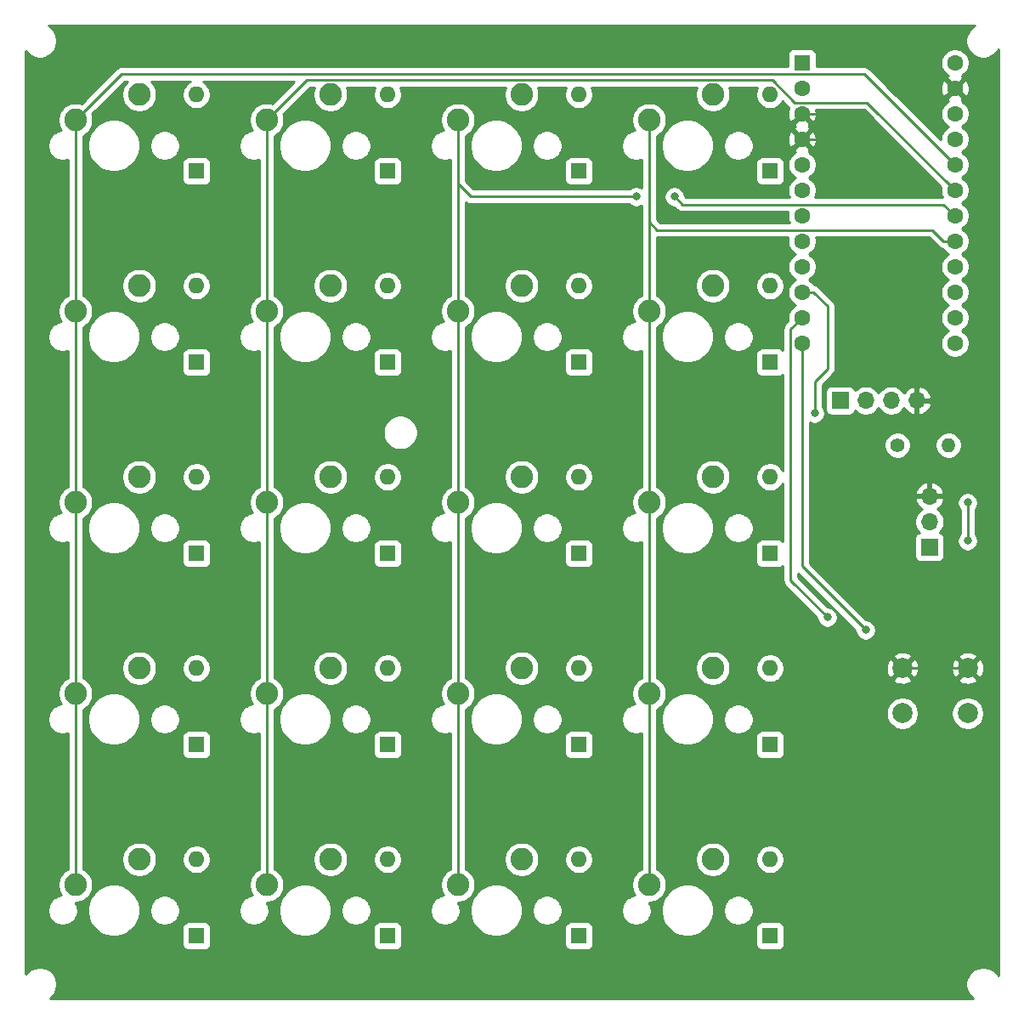
<source format=gbr>
G04 #@! TF.GenerationSoftware,KiCad,Pcbnew,5.1.5*
G04 #@! TF.CreationDate,2020-01-22T08:13:41+00:00*
G04 #@! TF.ProjectId,macro20,6d616372-6f32-4302-9e6b-696361645f70,rev?*
G04 #@! TF.SameCoordinates,Original*
G04 #@! TF.FileFunction,Copper,L2,Bot*
G04 #@! TF.FilePolarity,Positive*
%FSLAX46Y46*%
G04 Gerber Fmt 4.6, Leading zero omitted, Abs format (unit mm)*
G04 Created by KiCad (PCBNEW 5.1.5) date 2020-01-22 08:13:41*
%MOMM*%
%LPD*%
G04 APERTURE LIST*
%ADD10C,2.250000*%
%ADD11C,1.600000*%
%ADD12R,1.600000X1.600000*%
%ADD13O,1.400000X1.400000*%
%ADD14C,1.400000*%
%ADD15O,1.700000X1.700000*%
%ADD16R,1.700000X1.700000*%
%ADD17C,2.000000*%
%ADD18O,1.600000X1.600000*%
%ADD19C,0.800000*%
%ADD20C,0.250000*%
%ADD21C,0.254000*%
G04 APERTURE END LIST*
D10*
X139700000Y-57150000D03*
X133350000Y-59690000D03*
X82550000Y-57150000D03*
X76200000Y-59690000D03*
X82550000Y-76200000D03*
X76200000Y-78740000D03*
X82550000Y-95250000D03*
X76200000Y-97790000D03*
X82550000Y-114300000D03*
X76200000Y-116840000D03*
X82550000Y-133350000D03*
X76200000Y-135890000D03*
X101600000Y-57150000D03*
X95250000Y-59690000D03*
X101600000Y-76200000D03*
X95250000Y-78740000D03*
X101600000Y-95250000D03*
X95250000Y-97790000D03*
X101600000Y-114300000D03*
X95250000Y-116840000D03*
X101600000Y-133350000D03*
X95250000Y-135890000D03*
X120650000Y-57150000D03*
X114300000Y-59690000D03*
X120650000Y-76200000D03*
X114300000Y-78740000D03*
X120650000Y-95250000D03*
X114300000Y-97790000D03*
X120650000Y-114300000D03*
X114300000Y-116840000D03*
X120650000Y-133350000D03*
X114300000Y-135890000D03*
X139700000Y-76200000D03*
X133350000Y-78740000D03*
X139700000Y-95250000D03*
X133350000Y-97790000D03*
X139700000Y-114300000D03*
X133350000Y-116840000D03*
X139700000Y-133350000D03*
X133350000Y-135890000D03*
D11*
X163830000Y-53975000D03*
X163830000Y-56515000D03*
X163830000Y-59055000D03*
X163830000Y-61595000D03*
X163830000Y-64135000D03*
X163830000Y-66675000D03*
X163830000Y-69215000D03*
X163830000Y-71755000D03*
X163830000Y-74295000D03*
X163830000Y-76835000D03*
X163830000Y-79375000D03*
X163830000Y-81915000D03*
X148590000Y-81915000D03*
X148590000Y-79375000D03*
X148590000Y-76835000D03*
X148590000Y-74295000D03*
X148590000Y-71755000D03*
X148590000Y-69215000D03*
X148590000Y-66675000D03*
X148590000Y-64135000D03*
X148590000Y-61595000D03*
X148590000Y-59055000D03*
X148590000Y-56515000D03*
D12*
X148590000Y-53975000D03*
D13*
X163195000Y-92075000D03*
D14*
X158115000Y-92075000D03*
D15*
X160020000Y-87630000D03*
X157480000Y-87630000D03*
X154940000Y-87630000D03*
D16*
X152400000Y-87630000D03*
D17*
X165100000Y-114300000D03*
X165100000Y-118800000D03*
X158600000Y-114300000D03*
X158600000Y-118800000D03*
D15*
X161290000Y-97155000D03*
X161290000Y-99695000D03*
D16*
X161290000Y-102235000D03*
D18*
X145415000Y-133350000D03*
D12*
X145415000Y-140970000D03*
D18*
X145415000Y-114300000D03*
D12*
X145415000Y-121920000D03*
D18*
X145415000Y-95250000D03*
D12*
X145415000Y-102870000D03*
D18*
X145415000Y-76200000D03*
D12*
X145415000Y-83820000D03*
D18*
X145415000Y-57150000D03*
D12*
X145415000Y-64770000D03*
D18*
X126365000Y-133350000D03*
D12*
X126365000Y-140970000D03*
D18*
X126365000Y-114300000D03*
D12*
X126365000Y-121920000D03*
D18*
X126365000Y-95250000D03*
D12*
X126365000Y-102870000D03*
D18*
X126365000Y-76200000D03*
D12*
X126365000Y-83820000D03*
D18*
X126365000Y-57150000D03*
D12*
X126365000Y-64770000D03*
D18*
X107315000Y-133350000D03*
D12*
X107315000Y-140970000D03*
D18*
X107315000Y-114300000D03*
D12*
X107315000Y-121920000D03*
D18*
X107315000Y-95250000D03*
D12*
X107315000Y-102870000D03*
D18*
X107315000Y-76200000D03*
D12*
X107315000Y-83820000D03*
D18*
X107315000Y-57150000D03*
D12*
X107315000Y-64770000D03*
D18*
X88265000Y-133350000D03*
D12*
X88265000Y-140970000D03*
D18*
X88265000Y-114300000D03*
D12*
X88265000Y-121920000D03*
D18*
X88265000Y-95250000D03*
D12*
X88265000Y-102870000D03*
D18*
X88265000Y-76200000D03*
D12*
X88265000Y-83820000D03*
D18*
X88265000Y-57150000D03*
D12*
X88265000Y-64770000D03*
D19*
X149860000Y-88900000D03*
X151130000Y-109220000D03*
X154940000Y-110490000D03*
X135890000Y-67310000D03*
X132080000Y-67310000D03*
X160020000Y-66040000D03*
X161290000Y-73025000D03*
X165100000Y-97790000D03*
X165100000Y-101600000D03*
D20*
X149721370Y-76835000D02*
X151130000Y-78243630D01*
X148590000Y-76835000D02*
X149721370Y-76835000D01*
X149860000Y-88900000D02*
X149860000Y-85725000D01*
X149860000Y-85725000D02*
X151130000Y-84455000D01*
X151130000Y-84455000D02*
X151130000Y-78243630D01*
X148590000Y-79375000D02*
X147464999Y-80500001D01*
X147464999Y-105554999D02*
X151130000Y-109220000D01*
X147464999Y-80500001D02*
X147464999Y-105554999D01*
X148590000Y-81915000D02*
X148590000Y-104140000D01*
X148590000Y-104140000D02*
X154940000Y-110490000D01*
X76200000Y-135890000D02*
X76200000Y-116840000D01*
X76200000Y-99823998D02*
X76200000Y-97790000D01*
X76200000Y-116840000D02*
X76200000Y-99823998D01*
X76200000Y-97790000D02*
X76200000Y-78740000D01*
X76200000Y-78740000D02*
X76200000Y-59690000D01*
X77324999Y-58565001D02*
X76200000Y-59690000D01*
X80789999Y-55100001D02*
X77324999Y-58565001D01*
X154795001Y-55100001D02*
X80789999Y-55100001D01*
X163830000Y-64135000D02*
X154795001Y-55100001D01*
X95250000Y-135890000D02*
X95250000Y-116840000D01*
X95250000Y-116840000D02*
X95250000Y-97790000D01*
X95250000Y-97790000D02*
X95250000Y-78740000D01*
X95250000Y-78740000D02*
X95250000Y-59690000D01*
X96374999Y-58565001D02*
X95250000Y-59690000D01*
X99240001Y-55699999D02*
X96374999Y-58565001D01*
X147860001Y-57929999D02*
X145630001Y-55699999D01*
X155084999Y-57929999D02*
X147860001Y-57929999D01*
X145630001Y-55699999D02*
X99240001Y-55699999D01*
X163830000Y-66675000D02*
X155084999Y-57929999D01*
X114300000Y-135890000D02*
X114300000Y-116840000D01*
X114300000Y-116840000D02*
X114300000Y-97790000D01*
X114300000Y-97790000D02*
X114300000Y-78740000D01*
X136669999Y-68089999D02*
X135890000Y-67310000D01*
X163830000Y-69215000D02*
X162704999Y-68089999D01*
X162704999Y-68089999D02*
X136669999Y-68089999D01*
X115570000Y-67310000D02*
X114300000Y-66040000D01*
X114300000Y-78740000D02*
X114300000Y-66040000D01*
X132080000Y-67310000D02*
X115570000Y-67310000D01*
X114300000Y-66040000D02*
X114300000Y-59690000D01*
X161573629Y-70629999D02*
X134129999Y-70629999D01*
X163830000Y-71755000D02*
X162698630Y-71755000D01*
X162698630Y-71755000D02*
X161573629Y-70629999D01*
X134129999Y-70629999D02*
X133350000Y-69850000D01*
X133350000Y-69850000D02*
X133350000Y-59690000D01*
X133350000Y-69850000D02*
X133350000Y-78740000D01*
X133350000Y-97790000D02*
X133350000Y-78740000D01*
X133350000Y-116840000D02*
X133350000Y-97790000D01*
X133350000Y-135890000D02*
X133350000Y-116840000D01*
X155575000Y-61595000D02*
X148590000Y-61595000D01*
X160020000Y-66040000D02*
X155575000Y-61595000D01*
X153035000Y-59055000D02*
X155575000Y-61595000D01*
X148590000Y-59055000D02*
X153035000Y-59055000D01*
X165735000Y-58420000D02*
X163830000Y-56515000D01*
X161290000Y-97155000D02*
X162492081Y-97155000D01*
X166099999Y-113300001D02*
X166099999Y-94344999D01*
X166099999Y-94344999D02*
X165701041Y-93946041D01*
X165100000Y-114300000D02*
X166099999Y-113300001D01*
X162492081Y-97155000D02*
X165701041Y-93946041D01*
X165701041Y-93946041D02*
X165735000Y-93912081D01*
X160020000Y-86427919D02*
X161290000Y-85157919D01*
X160020000Y-87630000D02*
X160020000Y-86427919D01*
X161290000Y-85157919D02*
X161290000Y-83820000D01*
X161290000Y-83820000D02*
X161290000Y-73025000D01*
X160020000Y-87630000D02*
X163195000Y-87630000D01*
X163195000Y-87630000D02*
X165735000Y-85090000D01*
X165735000Y-85090000D02*
X165735000Y-83820000D01*
X165735000Y-93912081D02*
X165735000Y-83820000D01*
X165735000Y-83820000D02*
X165735000Y-58420000D01*
X160014213Y-114300000D02*
X165100000Y-114300000D01*
X158600000Y-114300000D02*
X160014213Y-114300000D01*
X165100000Y-97790000D02*
X165100000Y-101600000D01*
D21*
G36*
X165518002Y-50468337D02*
G01*
X165276337Y-50710002D01*
X165086463Y-50994169D01*
X164955675Y-51309919D01*
X164889000Y-51645117D01*
X164889000Y-51986883D01*
X164955675Y-52322081D01*
X165086463Y-52637831D01*
X165276337Y-52921998D01*
X165518002Y-53163663D01*
X165802169Y-53353537D01*
X166117919Y-53484325D01*
X166453117Y-53551000D01*
X166794883Y-53551000D01*
X167130081Y-53484325D01*
X167445831Y-53353537D01*
X167729998Y-53163663D01*
X167971663Y-52921998D01*
X168148000Y-52658091D01*
X168148000Y-144953909D01*
X167971663Y-144690002D01*
X167729998Y-144448337D01*
X167445831Y-144258463D01*
X167130081Y-144127675D01*
X166794883Y-144061000D01*
X166453117Y-144061000D01*
X166117919Y-144127675D01*
X165802169Y-144258463D01*
X165518002Y-144448337D01*
X165276337Y-144690002D01*
X165086463Y-144974169D01*
X164955675Y-145289919D01*
X164889000Y-145625117D01*
X164889000Y-145966883D01*
X164955675Y-146302081D01*
X165086463Y-146617831D01*
X165276337Y-146901998D01*
X165518002Y-147143663D01*
X165591840Y-147193000D01*
X73676160Y-147193000D01*
X73749998Y-147143663D01*
X73991663Y-146901998D01*
X74181537Y-146617831D01*
X74312325Y-146302081D01*
X74379000Y-145966883D01*
X74379000Y-145625117D01*
X74312325Y-145289919D01*
X74181537Y-144974169D01*
X73991663Y-144690002D01*
X73749998Y-144448337D01*
X73465831Y-144258463D01*
X73150081Y-144127675D01*
X72814883Y-144061000D01*
X72473117Y-144061000D01*
X72137919Y-144127675D01*
X71822169Y-144258463D01*
X71538002Y-144448337D01*
X71296337Y-144690002D01*
X71247000Y-144763840D01*
X71247000Y-62081278D01*
X73420000Y-62081278D01*
X73420000Y-62378722D01*
X73478029Y-62670451D01*
X73591856Y-62945253D01*
X73757107Y-63192569D01*
X73967431Y-63402893D01*
X74214747Y-63568144D01*
X74489549Y-63681971D01*
X74781278Y-63740000D01*
X75078722Y-63740000D01*
X75370451Y-63681971D01*
X75440001Y-63653162D01*
X75440000Y-77149792D01*
X75366327Y-77180308D01*
X75078065Y-77372919D01*
X74832919Y-77618065D01*
X74640308Y-77906327D01*
X74507636Y-78226627D01*
X74440000Y-78566655D01*
X74440000Y-78913345D01*
X74507636Y-79253373D01*
X74640308Y-79573673D01*
X74772638Y-79771719D01*
X74489549Y-79828029D01*
X74214747Y-79941856D01*
X73967431Y-80107107D01*
X73757107Y-80317431D01*
X73591856Y-80564747D01*
X73478029Y-80839549D01*
X73420000Y-81131278D01*
X73420000Y-81428722D01*
X73478029Y-81720451D01*
X73591856Y-81995253D01*
X73757107Y-82242569D01*
X73967431Y-82452893D01*
X74214747Y-82618144D01*
X74489549Y-82731971D01*
X74781278Y-82790000D01*
X75078722Y-82790000D01*
X75370451Y-82731971D01*
X75440001Y-82703162D01*
X75440000Y-96199792D01*
X75366327Y-96230308D01*
X75078065Y-96422919D01*
X74832919Y-96668065D01*
X74640308Y-96956327D01*
X74507636Y-97276627D01*
X74440000Y-97616655D01*
X74440000Y-97963345D01*
X74507636Y-98303373D01*
X74640308Y-98623673D01*
X74772638Y-98821719D01*
X74489549Y-98878029D01*
X74214747Y-98991856D01*
X73967431Y-99157107D01*
X73757107Y-99367431D01*
X73591856Y-99614747D01*
X73478029Y-99889549D01*
X73420000Y-100181278D01*
X73420000Y-100478722D01*
X73478029Y-100770451D01*
X73591856Y-101045253D01*
X73757107Y-101292569D01*
X73967431Y-101502893D01*
X74214747Y-101668144D01*
X74489549Y-101781971D01*
X74781278Y-101840000D01*
X75078722Y-101840000D01*
X75370451Y-101781971D01*
X75440001Y-101753162D01*
X75440000Y-115249792D01*
X75366327Y-115280308D01*
X75078065Y-115472919D01*
X74832919Y-115718065D01*
X74640308Y-116006327D01*
X74507636Y-116326627D01*
X74440000Y-116666655D01*
X74440000Y-117013345D01*
X74507636Y-117353373D01*
X74640308Y-117673673D01*
X74772638Y-117871719D01*
X74489549Y-117928029D01*
X74214747Y-118041856D01*
X73967431Y-118207107D01*
X73757107Y-118417431D01*
X73591856Y-118664747D01*
X73478029Y-118939549D01*
X73420000Y-119231278D01*
X73420000Y-119528722D01*
X73478029Y-119820451D01*
X73591856Y-120095253D01*
X73757107Y-120342569D01*
X73967431Y-120552893D01*
X74214747Y-120718144D01*
X74489549Y-120831971D01*
X74781278Y-120890000D01*
X75078722Y-120890000D01*
X75370451Y-120831971D01*
X75440001Y-120803162D01*
X75440000Y-134299792D01*
X75366327Y-134330308D01*
X75078065Y-134522919D01*
X74832919Y-134768065D01*
X74640308Y-135056327D01*
X74507636Y-135376627D01*
X74440000Y-135716655D01*
X74440000Y-136063345D01*
X74507636Y-136403373D01*
X74640308Y-136723673D01*
X74772638Y-136921719D01*
X74489549Y-136978029D01*
X74214747Y-137091856D01*
X73967431Y-137257107D01*
X73757107Y-137467431D01*
X73591856Y-137714747D01*
X73478029Y-137989549D01*
X73420000Y-138281278D01*
X73420000Y-138578722D01*
X73478029Y-138870451D01*
X73591856Y-139145253D01*
X73757107Y-139392569D01*
X73967431Y-139602893D01*
X74214747Y-139768144D01*
X74489549Y-139881971D01*
X74781278Y-139940000D01*
X75078722Y-139940000D01*
X75370451Y-139881971D01*
X75645253Y-139768144D01*
X75892569Y-139602893D01*
X76102893Y-139392569D01*
X76268144Y-139145253D01*
X76381971Y-138870451D01*
X76440000Y-138578722D01*
X76440000Y-138281278D01*
X76418080Y-138171076D01*
X77381100Y-138171076D01*
X77381100Y-138688924D01*
X77482127Y-139196822D01*
X77680299Y-139675251D01*
X77968000Y-140105826D01*
X78334174Y-140472000D01*
X78764749Y-140759701D01*
X79243178Y-140957873D01*
X79751076Y-141058900D01*
X80268924Y-141058900D01*
X80776822Y-140957873D01*
X81255251Y-140759701D01*
X81685826Y-140472000D01*
X81987826Y-140170000D01*
X86826928Y-140170000D01*
X86826928Y-141770000D01*
X86839188Y-141894482D01*
X86875498Y-142014180D01*
X86934463Y-142124494D01*
X87013815Y-142221185D01*
X87110506Y-142300537D01*
X87220820Y-142359502D01*
X87340518Y-142395812D01*
X87465000Y-142408072D01*
X89065000Y-142408072D01*
X89189482Y-142395812D01*
X89309180Y-142359502D01*
X89419494Y-142300537D01*
X89516185Y-142221185D01*
X89595537Y-142124494D01*
X89654502Y-142014180D01*
X89690812Y-141894482D01*
X89703072Y-141770000D01*
X89703072Y-140170000D01*
X89690812Y-140045518D01*
X89654502Y-139925820D01*
X89595537Y-139815506D01*
X89516185Y-139718815D01*
X89419494Y-139639463D01*
X89309180Y-139580498D01*
X89189482Y-139544188D01*
X89065000Y-139531928D01*
X87465000Y-139531928D01*
X87340518Y-139544188D01*
X87220820Y-139580498D01*
X87110506Y-139639463D01*
X87013815Y-139718815D01*
X86934463Y-139815506D01*
X86875498Y-139925820D01*
X86839188Y-140045518D01*
X86826928Y-140170000D01*
X81987826Y-140170000D01*
X82052000Y-140105826D01*
X82339701Y-139675251D01*
X82537873Y-139196822D01*
X82638900Y-138688924D01*
X82638900Y-138281278D01*
X83580000Y-138281278D01*
X83580000Y-138578722D01*
X83638029Y-138870451D01*
X83751856Y-139145253D01*
X83917107Y-139392569D01*
X84127431Y-139602893D01*
X84374747Y-139768144D01*
X84649549Y-139881971D01*
X84941278Y-139940000D01*
X85238722Y-139940000D01*
X85530451Y-139881971D01*
X85805253Y-139768144D01*
X86052569Y-139602893D01*
X86262893Y-139392569D01*
X86428144Y-139145253D01*
X86541971Y-138870451D01*
X86600000Y-138578722D01*
X86600000Y-138281278D01*
X86541971Y-137989549D01*
X86428144Y-137714747D01*
X86262893Y-137467431D01*
X86052569Y-137257107D01*
X85805253Y-137091856D01*
X85530451Y-136978029D01*
X85238722Y-136920000D01*
X84941278Y-136920000D01*
X84649549Y-136978029D01*
X84374747Y-137091856D01*
X84127431Y-137257107D01*
X83917107Y-137467431D01*
X83751856Y-137714747D01*
X83638029Y-137989549D01*
X83580000Y-138281278D01*
X82638900Y-138281278D01*
X82638900Y-138171076D01*
X82537873Y-137663178D01*
X82339701Y-137184749D01*
X82052000Y-136754174D01*
X81685826Y-136388000D01*
X81255251Y-136100299D01*
X80776822Y-135902127D01*
X80268924Y-135801100D01*
X79751076Y-135801100D01*
X79243178Y-135902127D01*
X78764749Y-136100299D01*
X78334174Y-136388000D01*
X77968000Y-136754174D01*
X77680299Y-137184749D01*
X77482127Y-137663178D01*
X77381100Y-138171076D01*
X76418080Y-138171076D01*
X76381971Y-137989549D01*
X76268144Y-137714747D01*
X76224882Y-137650000D01*
X76373345Y-137650000D01*
X76713373Y-137582364D01*
X77033673Y-137449692D01*
X77321935Y-137257081D01*
X77567081Y-137011935D01*
X77759692Y-136723673D01*
X77892364Y-136403373D01*
X77960000Y-136063345D01*
X77960000Y-135716655D01*
X77892364Y-135376627D01*
X77759692Y-135056327D01*
X77567081Y-134768065D01*
X77321935Y-134522919D01*
X77033673Y-134330308D01*
X76960000Y-134299792D01*
X76960000Y-133176655D01*
X80790000Y-133176655D01*
X80790000Y-133523345D01*
X80857636Y-133863373D01*
X80990308Y-134183673D01*
X81182919Y-134471935D01*
X81428065Y-134717081D01*
X81716327Y-134909692D01*
X82036627Y-135042364D01*
X82376655Y-135110000D01*
X82723345Y-135110000D01*
X83063373Y-135042364D01*
X83383673Y-134909692D01*
X83671935Y-134717081D01*
X83917081Y-134471935D01*
X84109692Y-134183673D01*
X84242364Y-133863373D01*
X84310000Y-133523345D01*
X84310000Y-133208665D01*
X86830000Y-133208665D01*
X86830000Y-133491335D01*
X86885147Y-133768574D01*
X86993320Y-134029727D01*
X87150363Y-134264759D01*
X87350241Y-134464637D01*
X87585273Y-134621680D01*
X87846426Y-134729853D01*
X88123665Y-134785000D01*
X88406335Y-134785000D01*
X88683574Y-134729853D01*
X88944727Y-134621680D01*
X89179759Y-134464637D01*
X89379637Y-134264759D01*
X89536680Y-134029727D01*
X89644853Y-133768574D01*
X89700000Y-133491335D01*
X89700000Y-133208665D01*
X89644853Y-132931426D01*
X89536680Y-132670273D01*
X89379637Y-132435241D01*
X89179759Y-132235363D01*
X88944727Y-132078320D01*
X88683574Y-131970147D01*
X88406335Y-131915000D01*
X88123665Y-131915000D01*
X87846426Y-131970147D01*
X87585273Y-132078320D01*
X87350241Y-132235363D01*
X87150363Y-132435241D01*
X86993320Y-132670273D01*
X86885147Y-132931426D01*
X86830000Y-133208665D01*
X84310000Y-133208665D01*
X84310000Y-133176655D01*
X84242364Y-132836627D01*
X84109692Y-132516327D01*
X83917081Y-132228065D01*
X83671935Y-131982919D01*
X83383673Y-131790308D01*
X83063373Y-131657636D01*
X82723345Y-131590000D01*
X82376655Y-131590000D01*
X82036627Y-131657636D01*
X81716327Y-131790308D01*
X81428065Y-131982919D01*
X81182919Y-132228065D01*
X80990308Y-132516327D01*
X80857636Y-132836627D01*
X80790000Y-133176655D01*
X76960000Y-133176655D01*
X76960000Y-119121076D01*
X77381100Y-119121076D01*
X77381100Y-119638924D01*
X77482127Y-120146822D01*
X77680299Y-120625251D01*
X77968000Y-121055826D01*
X78334174Y-121422000D01*
X78764749Y-121709701D01*
X79243178Y-121907873D01*
X79751076Y-122008900D01*
X80268924Y-122008900D01*
X80776822Y-121907873D01*
X81255251Y-121709701D01*
X81685826Y-121422000D01*
X81987826Y-121120000D01*
X86826928Y-121120000D01*
X86826928Y-122720000D01*
X86839188Y-122844482D01*
X86875498Y-122964180D01*
X86934463Y-123074494D01*
X87013815Y-123171185D01*
X87110506Y-123250537D01*
X87220820Y-123309502D01*
X87340518Y-123345812D01*
X87465000Y-123358072D01*
X89065000Y-123358072D01*
X89189482Y-123345812D01*
X89309180Y-123309502D01*
X89419494Y-123250537D01*
X89516185Y-123171185D01*
X89595537Y-123074494D01*
X89654502Y-122964180D01*
X89690812Y-122844482D01*
X89703072Y-122720000D01*
X89703072Y-121120000D01*
X89690812Y-120995518D01*
X89654502Y-120875820D01*
X89595537Y-120765506D01*
X89516185Y-120668815D01*
X89419494Y-120589463D01*
X89309180Y-120530498D01*
X89189482Y-120494188D01*
X89065000Y-120481928D01*
X87465000Y-120481928D01*
X87340518Y-120494188D01*
X87220820Y-120530498D01*
X87110506Y-120589463D01*
X87013815Y-120668815D01*
X86934463Y-120765506D01*
X86875498Y-120875820D01*
X86839188Y-120995518D01*
X86826928Y-121120000D01*
X81987826Y-121120000D01*
X82052000Y-121055826D01*
X82339701Y-120625251D01*
X82537873Y-120146822D01*
X82638900Y-119638924D01*
X82638900Y-119231278D01*
X83580000Y-119231278D01*
X83580000Y-119528722D01*
X83638029Y-119820451D01*
X83751856Y-120095253D01*
X83917107Y-120342569D01*
X84127431Y-120552893D01*
X84374747Y-120718144D01*
X84649549Y-120831971D01*
X84941278Y-120890000D01*
X85238722Y-120890000D01*
X85530451Y-120831971D01*
X85805253Y-120718144D01*
X86052569Y-120552893D01*
X86262893Y-120342569D01*
X86428144Y-120095253D01*
X86541971Y-119820451D01*
X86600000Y-119528722D01*
X86600000Y-119231278D01*
X86541971Y-118939549D01*
X86428144Y-118664747D01*
X86262893Y-118417431D01*
X86052569Y-118207107D01*
X85805253Y-118041856D01*
X85530451Y-117928029D01*
X85238722Y-117870000D01*
X84941278Y-117870000D01*
X84649549Y-117928029D01*
X84374747Y-118041856D01*
X84127431Y-118207107D01*
X83917107Y-118417431D01*
X83751856Y-118664747D01*
X83638029Y-118939549D01*
X83580000Y-119231278D01*
X82638900Y-119231278D01*
X82638900Y-119121076D01*
X82537873Y-118613178D01*
X82339701Y-118134749D01*
X82052000Y-117704174D01*
X81685826Y-117338000D01*
X81255251Y-117050299D01*
X80776822Y-116852127D01*
X80268924Y-116751100D01*
X79751076Y-116751100D01*
X79243178Y-116852127D01*
X78764749Y-117050299D01*
X78334174Y-117338000D01*
X77968000Y-117704174D01*
X77680299Y-118134749D01*
X77482127Y-118613178D01*
X77381100Y-119121076D01*
X76960000Y-119121076D01*
X76960000Y-118430208D01*
X77033673Y-118399692D01*
X77321935Y-118207081D01*
X77567081Y-117961935D01*
X77759692Y-117673673D01*
X77892364Y-117353373D01*
X77960000Y-117013345D01*
X77960000Y-116666655D01*
X77892364Y-116326627D01*
X77759692Y-116006327D01*
X77567081Y-115718065D01*
X77321935Y-115472919D01*
X77033673Y-115280308D01*
X76960000Y-115249792D01*
X76960000Y-114126655D01*
X80790000Y-114126655D01*
X80790000Y-114473345D01*
X80857636Y-114813373D01*
X80990308Y-115133673D01*
X81182919Y-115421935D01*
X81428065Y-115667081D01*
X81716327Y-115859692D01*
X82036627Y-115992364D01*
X82376655Y-116060000D01*
X82723345Y-116060000D01*
X83063373Y-115992364D01*
X83383673Y-115859692D01*
X83671935Y-115667081D01*
X83917081Y-115421935D01*
X84109692Y-115133673D01*
X84242364Y-114813373D01*
X84310000Y-114473345D01*
X84310000Y-114158665D01*
X86830000Y-114158665D01*
X86830000Y-114441335D01*
X86885147Y-114718574D01*
X86993320Y-114979727D01*
X87150363Y-115214759D01*
X87350241Y-115414637D01*
X87585273Y-115571680D01*
X87846426Y-115679853D01*
X88123665Y-115735000D01*
X88406335Y-115735000D01*
X88683574Y-115679853D01*
X88944727Y-115571680D01*
X89179759Y-115414637D01*
X89379637Y-115214759D01*
X89536680Y-114979727D01*
X89644853Y-114718574D01*
X89700000Y-114441335D01*
X89700000Y-114158665D01*
X89644853Y-113881426D01*
X89536680Y-113620273D01*
X89379637Y-113385241D01*
X89179759Y-113185363D01*
X88944727Y-113028320D01*
X88683574Y-112920147D01*
X88406335Y-112865000D01*
X88123665Y-112865000D01*
X87846426Y-112920147D01*
X87585273Y-113028320D01*
X87350241Y-113185363D01*
X87150363Y-113385241D01*
X86993320Y-113620273D01*
X86885147Y-113881426D01*
X86830000Y-114158665D01*
X84310000Y-114158665D01*
X84310000Y-114126655D01*
X84242364Y-113786627D01*
X84109692Y-113466327D01*
X83917081Y-113178065D01*
X83671935Y-112932919D01*
X83383673Y-112740308D01*
X83063373Y-112607636D01*
X82723345Y-112540000D01*
X82376655Y-112540000D01*
X82036627Y-112607636D01*
X81716327Y-112740308D01*
X81428065Y-112932919D01*
X81182919Y-113178065D01*
X80990308Y-113466327D01*
X80857636Y-113786627D01*
X80790000Y-114126655D01*
X76960000Y-114126655D01*
X76960000Y-100071076D01*
X77381100Y-100071076D01*
X77381100Y-100588924D01*
X77482127Y-101096822D01*
X77680299Y-101575251D01*
X77968000Y-102005826D01*
X78334174Y-102372000D01*
X78764749Y-102659701D01*
X79243178Y-102857873D01*
X79751076Y-102958900D01*
X80268924Y-102958900D01*
X80776822Y-102857873D01*
X81255251Y-102659701D01*
X81685826Y-102372000D01*
X81987826Y-102070000D01*
X86826928Y-102070000D01*
X86826928Y-103670000D01*
X86839188Y-103794482D01*
X86875498Y-103914180D01*
X86934463Y-104024494D01*
X87013815Y-104121185D01*
X87110506Y-104200537D01*
X87220820Y-104259502D01*
X87340518Y-104295812D01*
X87465000Y-104308072D01*
X89065000Y-104308072D01*
X89189482Y-104295812D01*
X89309180Y-104259502D01*
X89419494Y-104200537D01*
X89516185Y-104121185D01*
X89595537Y-104024494D01*
X89654502Y-103914180D01*
X89690812Y-103794482D01*
X89703072Y-103670000D01*
X89703072Y-102070000D01*
X89690812Y-101945518D01*
X89654502Y-101825820D01*
X89595537Y-101715506D01*
X89516185Y-101618815D01*
X89419494Y-101539463D01*
X89309180Y-101480498D01*
X89189482Y-101444188D01*
X89065000Y-101431928D01*
X87465000Y-101431928D01*
X87340518Y-101444188D01*
X87220820Y-101480498D01*
X87110506Y-101539463D01*
X87013815Y-101618815D01*
X86934463Y-101715506D01*
X86875498Y-101825820D01*
X86839188Y-101945518D01*
X86826928Y-102070000D01*
X81987826Y-102070000D01*
X82052000Y-102005826D01*
X82339701Y-101575251D01*
X82537873Y-101096822D01*
X82638900Y-100588924D01*
X82638900Y-100181278D01*
X83580000Y-100181278D01*
X83580000Y-100478722D01*
X83638029Y-100770451D01*
X83751856Y-101045253D01*
X83917107Y-101292569D01*
X84127431Y-101502893D01*
X84374747Y-101668144D01*
X84649549Y-101781971D01*
X84941278Y-101840000D01*
X85238722Y-101840000D01*
X85530451Y-101781971D01*
X85805253Y-101668144D01*
X86052569Y-101502893D01*
X86262893Y-101292569D01*
X86428144Y-101045253D01*
X86541971Y-100770451D01*
X86600000Y-100478722D01*
X86600000Y-100181278D01*
X86541971Y-99889549D01*
X86428144Y-99614747D01*
X86262893Y-99367431D01*
X86052569Y-99157107D01*
X85805253Y-98991856D01*
X85530451Y-98878029D01*
X85238722Y-98820000D01*
X84941278Y-98820000D01*
X84649549Y-98878029D01*
X84374747Y-98991856D01*
X84127431Y-99157107D01*
X83917107Y-99367431D01*
X83751856Y-99614747D01*
X83638029Y-99889549D01*
X83580000Y-100181278D01*
X82638900Y-100181278D01*
X82638900Y-100071076D01*
X82537873Y-99563178D01*
X82339701Y-99084749D01*
X82052000Y-98654174D01*
X81685826Y-98288000D01*
X81255251Y-98000299D01*
X80776822Y-97802127D01*
X80268924Y-97701100D01*
X79751076Y-97701100D01*
X79243178Y-97802127D01*
X78764749Y-98000299D01*
X78334174Y-98288000D01*
X77968000Y-98654174D01*
X77680299Y-99084749D01*
X77482127Y-99563178D01*
X77381100Y-100071076D01*
X76960000Y-100071076D01*
X76960000Y-99380208D01*
X77033673Y-99349692D01*
X77321935Y-99157081D01*
X77567081Y-98911935D01*
X77759692Y-98623673D01*
X77892364Y-98303373D01*
X77960000Y-97963345D01*
X77960000Y-97616655D01*
X77892364Y-97276627D01*
X77759692Y-96956327D01*
X77567081Y-96668065D01*
X77321935Y-96422919D01*
X77033673Y-96230308D01*
X76960000Y-96199792D01*
X76960000Y-95076655D01*
X80790000Y-95076655D01*
X80790000Y-95423345D01*
X80857636Y-95763373D01*
X80990308Y-96083673D01*
X81182919Y-96371935D01*
X81428065Y-96617081D01*
X81716327Y-96809692D01*
X82036627Y-96942364D01*
X82376655Y-97010000D01*
X82723345Y-97010000D01*
X83063373Y-96942364D01*
X83383673Y-96809692D01*
X83671935Y-96617081D01*
X83917081Y-96371935D01*
X84109692Y-96083673D01*
X84242364Y-95763373D01*
X84310000Y-95423345D01*
X84310000Y-95108665D01*
X86830000Y-95108665D01*
X86830000Y-95391335D01*
X86885147Y-95668574D01*
X86993320Y-95929727D01*
X87150363Y-96164759D01*
X87350241Y-96364637D01*
X87585273Y-96521680D01*
X87846426Y-96629853D01*
X88123665Y-96685000D01*
X88406335Y-96685000D01*
X88683574Y-96629853D01*
X88944727Y-96521680D01*
X89179759Y-96364637D01*
X89379637Y-96164759D01*
X89536680Y-95929727D01*
X89644853Y-95668574D01*
X89700000Y-95391335D01*
X89700000Y-95108665D01*
X89644853Y-94831426D01*
X89536680Y-94570273D01*
X89379637Y-94335241D01*
X89179759Y-94135363D01*
X88944727Y-93978320D01*
X88683574Y-93870147D01*
X88406335Y-93815000D01*
X88123665Y-93815000D01*
X87846426Y-93870147D01*
X87585273Y-93978320D01*
X87350241Y-94135363D01*
X87150363Y-94335241D01*
X86993320Y-94570273D01*
X86885147Y-94831426D01*
X86830000Y-95108665D01*
X84310000Y-95108665D01*
X84310000Y-95076655D01*
X84242364Y-94736627D01*
X84109692Y-94416327D01*
X83917081Y-94128065D01*
X83671935Y-93882919D01*
X83383673Y-93690308D01*
X83063373Y-93557636D01*
X82723345Y-93490000D01*
X82376655Y-93490000D01*
X82036627Y-93557636D01*
X81716327Y-93690308D01*
X81428065Y-93882919D01*
X81182919Y-94128065D01*
X80990308Y-94416327D01*
X80857636Y-94736627D01*
X80790000Y-95076655D01*
X76960000Y-95076655D01*
X76960000Y-81021076D01*
X77381100Y-81021076D01*
X77381100Y-81538924D01*
X77482127Y-82046822D01*
X77680299Y-82525251D01*
X77968000Y-82955826D01*
X78334174Y-83322000D01*
X78764749Y-83609701D01*
X79243178Y-83807873D01*
X79751076Y-83908900D01*
X80268924Y-83908900D01*
X80776822Y-83807873D01*
X81255251Y-83609701D01*
X81685826Y-83322000D01*
X81987826Y-83020000D01*
X86826928Y-83020000D01*
X86826928Y-84620000D01*
X86839188Y-84744482D01*
X86875498Y-84864180D01*
X86934463Y-84974494D01*
X87013815Y-85071185D01*
X87110506Y-85150537D01*
X87220820Y-85209502D01*
X87340518Y-85245812D01*
X87465000Y-85258072D01*
X89065000Y-85258072D01*
X89189482Y-85245812D01*
X89309180Y-85209502D01*
X89419494Y-85150537D01*
X89516185Y-85071185D01*
X89595537Y-84974494D01*
X89654502Y-84864180D01*
X89690812Y-84744482D01*
X89703072Y-84620000D01*
X89703072Y-83020000D01*
X89690812Y-82895518D01*
X89654502Y-82775820D01*
X89595537Y-82665506D01*
X89516185Y-82568815D01*
X89419494Y-82489463D01*
X89309180Y-82430498D01*
X89189482Y-82394188D01*
X89065000Y-82381928D01*
X87465000Y-82381928D01*
X87340518Y-82394188D01*
X87220820Y-82430498D01*
X87110506Y-82489463D01*
X87013815Y-82568815D01*
X86934463Y-82665506D01*
X86875498Y-82775820D01*
X86839188Y-82895518D01*
X86826928Y-83020000D01*
X81987826Y-83020000D01*
X82052000Y-82955826D01*
X82339701Y-82525251D01*
X82537873Y-82046822D01*
X82638900Y-81538924D01*
X82638900Y-81131278D01*
X83580000Y-81131278D01*
X83580000Y-81428722D01*
X83638029Y-81720451D01*
X83751856Y-81995253D01*
X83917107Y-82242569D01*
X84127431Y-82452893D01*
X84374747Y-82618144D01*
X84649549Y-82731971D01*
X84941278Y-82790000D01*
X85238722Y-82790000D01*
X85530451Y-82731971D01*
X85805253Y-82618144D01*
X86052569Y-82452893D01*
X86262893Y-82242569D01*
X86428144Y-81995253D01*
X86541971Y-81720451D01*
X86600000Y-81428722D01*
X86600000Y-81131278D01*
X86541971Y-80839549D01*
X86428144Y-80564747D01*
X86262893Y-80317431D01*
X86052569Y-80107107D01*
X85805253Y-79941856D01*
X85530451Y-79828029D01*
X85238722Y-79770000D01*
X84941278Y-79770000D01*
X84649549Y-79828029D01*
X84374747Y-79941856D01*
X84127431Y-80107107D01*
X83917107Y-80317431D01*
X83751856Y-80564747D01*
X83638029Y-80839549D01*
X83580000Y-81131278D01*
X82638900Y-81131278D01*
X82638900Y-81021076D01*
X82537873Y-80513178D01*
X82339701Y-80034749D01*
X82052000Y-79604174D01*
X81685826Y-79238000D01*
X81255251Y-78950299D01*
X80776822Y-78752127D01*
X80268924Y-78651100D01*
X79751076Y-78651100D01*
X79243178Y-78752127D01*
X78764749Y-78950299D01*
X78334174Y-79238000D01*
X77968000Y-79604174D01*
X77680299Y-80034749D01*
X77482127Y-80513178D01*
X77381100Y-81021076D01*
X76960000Y-81021076D01*
X76960000Y-80330208D01*
X77033673Y-80299692D01*
X77321935Y-80107081D01*
X77567081Y-79861935D01*
X77759692Y-79573673D01*
X77892364Y-79253373D01*
X77960000Y-78913345D01*
X77960000Y-78566655D01*
X77892364Y-78226627D01*
X77759692Y-77906327D01*
X77567081Y-77618065D01*
X77321935Y-77372919D01*
X77033673Y-77180308D01*
X76960000Y-77149792D01*
X76960000Y-76026655D01*
X80790000Y-76026655D01*
X80790000Y-76373345D01*
X80857636Y-76713373D01*
X80990308Y-77033673D01*
X81182919Y-77321935D01*
X81428065Y-77567081D01*
X81716327Y-77759692D01*
X82036627Y-77892364D01*
X82376655Y-77960000D01*
X82723345Y-77960000D01*
X83063373Y-77892364D01*
X83383673Y-77759692D01*
X83671935Y-77567081D01*
X83917081Y-77321935D01*
X84109692Y-77033673D01*
X84242364Y-76713373D01*
X84310000Y-76373345D01*
X84310000Y-76058665D01*
X86830000Y-76058665D01*
X86830000Y-76341335D01*
X86885147Y-76618574D01*
X86993320Y-76879727D01*
X87150363Y-77114759D01*
X87350241Y-77314637D01*
X87585273Y-77471680D01*
X87846426Y-77579853D01*
X88123665Y-77635000D01*
X88406335Y-77635000D01*
X88683574Y-77579853D01*
X88944727Y-77471680D01*
X89179759Y-77314637D01*
X89379637Y-77114759D01*
X89536680Y-76879727D01*
X89644853Y-76618574D01*
X89700000Y-76341335D01*
X89700000Y-76058665D01*
X89644853Y-75781426D01*
X89536680Y-75520273D01*
X89379637Y-75285241D01*
X89179759Y-75085363D01*
X88944727Y-74928320D01*
X88683574Y-74820147D01*
X88406335Y-74765000D01*
X88123665Y-74765000D01*
X87846426Y-74820147D01*
X87585273Y-74928320D01*
X87350241Y-75085363D01*
X87150363Y-75285241D01*
X86993320Y-75520273D01*
X86885147Y-75781426D01*
X86830000Y-76058665D01*
X84310000Y-76058665D01*
X84310000Y-76026655D01*
X84242364Y-75686627D01*
X84109692Y-75366327D01*
X83917081Y-75078065D01*
X83671935Y-74832919D01*
X83383673Y-74640308D01*
X83063373Y-74507636D01*
X82723345Y-74440000D01*
X82376655Y-74440000D01*
X82036627Y-74507636D01*
X81716327Y-74640308D01*
X81428065Y-74832919D01*
X81182919Y-75078065D01*
X80990308Y-75366327D01*
X80857636Y-75686627D01*
X80790000Y-76026655D01*
X76960000Y-76026655D01*
X76960000Y-61971076D01*
X77381100Y-61971076D01*
X77381100Y-62488924D01*
X77482127Y-62996822D01*
X77680299Y-63475251D01*
X77968000Y-63905826D01*
X78334174Y-64272000D01*
X78764749Y-64559701D01*
X79243178Y-64757873D01*
X79751076Y-64858900D01*
X80268924Y-64858900D01*
X80776822Y-64757873D01*
X81255251Y-64559701D01*
X81685826Y-64272000D01*
X81987826Y-63970000D01*
X86826928Y-63970000D01*
X86826928Y-65570000D01*
X86839188Y-65694482D01*
X86875498Y-65814180D01*
X86934463Y-65924494D01*
X87013815Y-66021185D01*
X87110506Y-66100537D01*
X87220820Y-66159502D01*
X87340518Y-66195812D01*
X87465000Y-66208072D01*
X89065000Y-66208072D01*
X89189482Y-66195812D01*
X89309180Y-66159502D01*
X89419494Y-66100537D01*
X89516185Y-66021185D01*
X89595537Y-65924494D01*
X89654502Y-65814180D01*
X89690812Y-65694482D01*
X89703072Y-65570000D01*
X89703072Y-63970000D01*
X89690812Y-63845518D01*
X89654502Y-63725820D01*
X89595537Y-63615506D01*
X89516185Y-63518815D01*
X89419494Y-63439463D01*
X89309180Y-63380498D01*
X89189482Y-63344188D01*
X89065000Y-63331928D01*
X87465000Y-63331928D01*
X87340518Y-63344188D01*
X87220820Y-63380498D01*
X87110506Y-63439463D01*
X87013815Y-63518815D01*
X86934463Y-63615506D01*
X86875498Y-63725820D01*
X86839188Y-63845518D01*
X86826928Y-63970000D01*
X81987826Y-63970000D01*
X82052000Y-63905826D01*
X82339701Y-63475251D01*
X82537873Y-62996822D01*
X82638900Y-62488924D01*
X82638900Y-62081278D01*
X83580000Y-62081278D01*
X83580000Y-62378722D01*
X83638029Y-62670451D01*
X83751856Y-62945253D01*
X83917107Y-63192569D01*
X84127431Y-63402893D01*
X84374747Y-63568144D01*
X84649549Y-63681971D01*
X84941278Y-63740000D01*
X85238722Y-63740000D01*
X85530451Y-63681971D01*
X85805253Y-63568144D01*
X86052569Y-63402893D01*
X86262893Y-63192569D01*
X86428144Y-62945253D01*
X86541971Y-62670451D01*
X86600000Y-62378722D01*
X86600000Y-62081278D01*
X86541971Y-61789549D01*
X86428144Y-61514747D01*
X86262893Y-61267431D01*
X86052569Y-61057107D01*
X85805253Y-60891856D01*
X85530451Y-60778029D01*
X85238722Y-60720000D01*
X84941278Y-60720000D01*
X84649549Y-60778029D01*
X84374747Y-60891856D01*
X84127431Y-61057107D01*
X83917107Y-61267431D01*
X83751856Y-61514747D01*
X83638029Y-61789549D01*
X83580000Y-62081278D01*
X82638900Y-62081278D01*
X82638900Y-61971076D01*
X82537873Y-61463178D01*
X82339701Y-60984749D01*
X82052000Y-60554174D01*
X81685826Y-60188000D01*
X81255251Y-59900299D01*
X80776822Y-59702127D01*
X80268924Y-59601100D01*
X79751076Y-59601100D01*
X79243178Y-59702127D01*
X78764749Y-59900299D01*
X78334174Y-60188000D01*
X77968000Y-60554174D01*
X77680299Y-60984749D01*
X77482127Y-61463178D01*
X77381100Y-61971076D01*
X76960000Y-61971076D01*
X76960000Y-61280208D01*
X77033673Y-61249692D01*
X77321935Y-61057081D01*
X77567081Y-60811935D01*
X77759692Y-60523673D01*
X77892364Y-60203373D01*
X77960000Y-59863345D01*
X77960000Y-59516655D01*
X77892364Y-59176627D01*
X77861848Y-59102954D01*
X81104801Y-55860001D01*
X81350983Y-55860001D01*
X81182919Y-56028065D01*
X80990308Y-56316327D01*
X80857636Y-56636627D01*
X80790000Y-56976655D01*
X80790000Y-57323345D01*
X80857636Y-57663373D01*
X80990308Y-57983673D01*
X81182919Y-58271935D01*
X81428065Y-58517081D01*
X81716327Y-58709692D01*
X82036627Y-58842364D01*
X82376655Y-58910000D01*
X82723345Y-58910000D01*
X83063373Y-58842364D01*
X83383673Y-58709692D01*
X83671935Y-58517081D01*
X83917081Y-58271935D01*
X84109692Y-57983673D01*
X84242364Y-57663373D01*
X84310000Y-57323345D01*
X84310000Y-56976655D01*
X84242364Y-56636627D01*
X84109692Y-56316327D01*
X83917081Y-56028065D01*
X83749017Y-55860001D01*
X87629499Y-55860001D01*
X87585273Y-55878320D01*
X87350241Y-56035363D01*
X87150363Y-56235241D01*
X86993320Y-56470273D01*
X86885147Y-56731426D01*
X86830000Y-57008665D01*
X86830000Y-57291335D01*
X86885147Y-57568574D01*
X86993320Y-57829727D01*
X87150363Y-58064759D01*
X87350241Y-58264637D01*
X87585273Y-58421680D01*
X87846426Y-58529853D01*
X88123665Y-58585000D01*
X88406335Y-58585000D01*
X88683574Y-58529853D01*
X88944727Y-58421680D01*
X89179759Y-58264637D01*
X89379637Y-58064759D01*
X89536680Y-57829727D01*
X89644853Y-57568574D01*
X89700000Y-57291335D01*
X89700000Y-57008665D01*
X89644853Y-56731426D01*
X89536680Y-56470273D01*
X89379637Y-56235241D01*
X89179759Y-56035363D01*
X88944727Y-55878320D01*
X88900501Y-55860001D01*
X98005197Y-55860001D01*
X95864001Y-58001198D01*
X95863996Y-58001202D01*
X95837046Y-58028152D01*
X95763373Y-57997636D01*
X95423345Y-57930000D01*
X95076655Y-57930000D01*
X94736627Y-57997636D01*
X94416327Y-58130308D01*
X94128065Y-58322919D01*
X93882919Y-58568065D01*
X93690308Y-58856327D01*
X93557636Y-59176627D01*
X93490000Y-59516655D01*
X93490000Y-59863345D01*
X93557636Y-60203373D01*
X93690308Y-60523673D01*
X93822638Y-60721719D01*
X93539549Y-60778029D01*
X93264747Y-60891856D01*
X93017431Y-61057107D01*
X92807107Y-61267431D01*
X92641856Y-61514747D01*
X92528029Y-61789549D01*
X92470000Y-62081278D01*
X92470000Y-62378722D01*
X92528029Y-62670451D01*
X92641856Y-62945253D01*
X92807107Y-63192569D01*
X93017431Y-63402893D01*
X93264747Y-63568144D01*
X93539549Y-63681971D01*
X93831278Y-63740000D01*
X94128722Y-63740000D01*
X94420451Y-63681971D01*
X94490001Y-63653162D01*
X94490000Y-77149792D01*
X94416327Y-77180308D01*
X94128065Y-77372919D01*
X93882919Y-77618065D01*
X93690308Y-77906327D01*
X93557636Y-78226627D01*
X93490000Y-78566655D01*
X93490000Y-78913345D01*
X93557636Y-79253373D01*
X93690308Y-79573673D01*
X93822638Y-79771719D01*
X93539549Y-79828029D01*
X93264747Y-79941856D01*
X93017431Y-80107107D01*
X92807107Y-80317431D01*
X92641856Y-80564747D01*
X92528029Y-80839549D01*
X92470000Y-81131278D01*
X92470000Y-81428722D01*
X92528029Y-81720451D01*
X92641856Y-81995253D01*
X92807107Y-82242569D01*
X93017431Y-82452893D01*
X93264747Y-82618144D01*
X93539549Y-82731971D01*
X93831278Y-82790000D01*
X94128722Y-82790000D01*
X94420451Y-82731971D01*
X94490001Y-82703162D01*
X94490000Y-96199792D01*
X94416327Y-96230308D01*
X94128065Y-96422919D01*
X93882919Y-96668065D01*
X93690308Y-96956327D01*
X93557636Y-97276627D01*
X93490000Y-97616655D01*
X93490000Y-97963345D01*
X93557636Y-98303373D01*
X93690308Y-98623673D01*
X93822638Y-98821719D01*
X93539549Y-98878029D01*
X93264747Y-98991856D01*
X93017431Y-99157107D01*
X92807107Y-99367431D01*
X92641856Y-99614747D01*
X92528029Y-99889549D01*
X92470000Y-100181278D01*
X92470000Y-100478722D01*
X92528029Y-100770451D01*
X92641856Y-101045253D01*
X92807107Y-101292569D01*
X93017431Y-101502893D01*
X93264747Y-101668144D01*
X93539549Y-101781971D01*
X93831278Y-101840000D01*
X94128722Y-101840000D01*
X94420451Y-101781971D01*
X94490001Y-101753162D01*
X94490000Y-115249792D01*
X94416327Y-115280308D01*
X94128065Y-115472919D01*
X93882919Y-115718065D01*
X93690308Y-116006327D01*
X93557636Y-116326627D01*
X93490000Y-116666655D01*
X93490000Y-117013345D01*
X93557636Y-117353373D01*
X93690308Y-117673673D01*
X93822638Y-117871719D01*
X93539549Y-117928029D01*
X93264747Y-118041856D01*
X93017431Y-118207107D01*
X92807107Y-118417431D01*
X92641856Y-118664747D01*
X92528029Y-118939549D01*
X92470000Y-119231278D01*
X92470000Y-119528722D01*
X92528029Y-119820451D01*
X92641856Y-120095253D01*
X92807107Y-120342569D01*
X93017431Y-120552893D01*
X93264747Y-120718144D01*
X93539549Y-120831971D01*
X93831278Y-120890000D01*
X94128722Y-120890000D01*
X94420451Y-120831971D01*
X94490001Y-120803162D01*
X94490000Y-134299792D01*
X94416327Y-134330308D01*
X94128065Y-134522919D01*
X93882919Y-134768065D01*
X93690308Y-135056327D01*
X93557636Y-135376627D01*
X93490000Y-135716655D01*
X93490000Y-136063345D01*
X93557636Y-136403373D01*
X93690308Y-136723673D01*
X93822638Y-136921719D01*
X93539549Y-136978029D01*
X93264747Y-137091856D01*
X93017431Y-137257107D01*
X92807107Y-137467431D01*
X92641856Y-137714747D01*
X92528029Y-137989549D01*
X92470000Y-138281278D01*
X92470000Y-138578722D01*
X92528029Y-138870451D01*
X92641856Y-139145253D01*
X92807107Y-139392569D01*
X93017431Y-139602893D01*
X93264747Y-139768144D01*
X93539549Y-139881971D01*
X93831278Y-139940000D01*
X94128722Y-139940000D01*
X94420451Y-139881971D01*
X94695253Y-139768144D01*
X94942569Y-139602893D01*
X95152893Y-139392569D01*
X95318144Y-139145253D01*
X95431971Y-138870451D01*
X95490000Y-138578722D01*
X95490000Y-138281278D01*
X95468080Y-138171076D01*
X96431100Y-138171076D01*
X96431100Y-138688924D01*
X96532127Y-139196822D01*
X96730299Y-139675251D01*
X97018000Y-140105826D01*
X97384174Y-140472000D01*
X97814749Y-140759701D01*
X98293178Y-140957873D01*
X98801076Y-141058900D01*
X99318924Y-141058900D01*
X99826822Y-140957873D01*
X100305251Y-140759701D01*
X100735826Y-140472000D01*
X101037826Y-140170000D01*
X105876928Y-140170000D01*
X105876928Y-141770000D01*
X105889188Y-141894482D01*
X105925498Y-142014180D01*
X105984463Y-142124494D01*
X106063815Y-142221185D01*
X106160506Y-142300537D01*
X106270820Y-142359502D01*
X106390518Y-142395812D01*
X106515000Y-142408072D01*
X108115000Y-142408072D01*
X108239482Y-142395812D01*
X108359180Y-142359502D01*
X108469494Y-142300537D01*
X108566185Y-142221185D01*
X108645537Y-142124494D01*
X108704502Y-142014180D01*
X108740812Y-141894482D01*
X108753072Y-141770000D01*
X108753072Y-140170000D01*
X108740812Y-140045518D01*
X108704502Y-139925820D01*
X108645537Y-139815506D01*
X108566185Y-139718815D01*
X108469494Y-139639463D01*
X108359180Y-139580498D01*
X108239482Y-139544188D01*
X108115000Y-139531928D01*
X106515000Y-139531928D01*
X106390518Y-139544188D01*
X106270820Y-139580498D01*
X106160506Y-139639463D01*
X106063815Y-139718815D01*
X105984463Y-139815506D01*
X105925498Y-139925820D01*
X105889188Y-140045518D01*
X105876928Y-140170000D01*
X101037826Y-140170000D01*
X101102000Y-140105826D01*
X101389701Y-139675251D01*
X101587873Y-139196822D01*
X101688900Y-138688924D01*
X101688900Y-138281278D01*
X102630000Y-138281278D01*
X102630000Y-138578722D01*
X102688029Y-138870451D01*
X102801856Y-139145253D01*
X102967107Y-139392569D01*
X103177431Y-139602893D01*
X103424747Y-139768144D01*
X103699549Y-139881971D01*
X103991278Y-139940000D01*
X104288722Y-139940000D01*
X104580451Y-139881971D01*
X104855253Y-139768144D01*
X105102569Y-139602893D01*
X105312893Y-139392569D01*
X105478144Y-139145253D01*
X105591971Y-138870451D01*
X105650000Y-138578722D01*
X105650000Y-138281278D01*
X105591971Y-137989549D01*
X105478144Y-137714747D01*
X105312893Y-137467431D01*
X105102569Y-137257107D01*
X104855253Y-137091856D01*
X104580451Y-136978029D01*
X104288722Y-136920000D01*
X103991278Y-136920000D01*
X103699549Y-136978029D01*
X103424747Y-137091856D01*
X103177431Y-137257107D01*
X102967107Y-137467431D01*
X102801856Y-137714747D01*
X102688029Y-137989549D01*
X102630000Y-138281278D01*
X101688900Y-138281278D01*
X101688900Y-138171076D01*
X101587873Y-137663178D01*
X101389701Y-137184749D01*
X101102000Y-136754174D01*
X100735826Y-136388000D01*
X100305251Y-136100299D01*
X99826822Y-135902127D01*
X99318924Y-135801100D01*
X98801076Y-135801100D01*
X98293178Y-135902127D01*
X97814749Y-136100299D01*
X97384174Y-136388000D01*
X97018000Y-136754174D01*
X96730299Y-137184749D01*
X96532127Y-137663178D01*
X96431100Y-138171076D01*
X95468080Y-138171076D01*
X95431971Y-137989549D01*
X95318144Y-137714747D01*
X95274882Y-137650000D01*
X95423345Y-137650000D01*
X95763373Y-137582364D01*
X96083673Y-137449692D01*
X96371935Y-137257081D01*
X96617081Y-137011935D01*
X96809692Y-136723673D01*
X96942364Y-136403373D01*
X97010000Y-136063345D01*
X97010000Y-135716655D01*
X96942364Y-135376627D01*
X96809692Y-135056327D01*
X96617081Y-134768065D01*
X96371935Y-134522919D01*
X96083673Y-134330308D01*
X96010000Y-134299792D01*
X96010000Y-133176655D01*
X99840000Y-133176655D01*
X99840000Y-133523345D01*
X99907636Y-133863373D01*
X100040308Y-134183673D01*
X100232919Y-134471935D01*
X100478065Y-134717081D01*
X100766327Y-134909692D01*
X101086627Y-135042364D01*
X101426655Y-135110000D01*
X101773345Y-135110000D01*
X102113373Y-135042364D01*
X102433673Y-134909692D01*
X102721935Y-134717081D01*
X102967081Y-134471935D01*
X103159692Y-134183673D01*
X103292364Y-133863373D01*
X103360000Y-133523345D01*
X103360000Y-133208665D01*
X105880000Y-133208665D01*
X105880000Y-133491335D01*
X105935147Y-133768574D01*
X106043320Y-134029727D01*
X106200363Y-134264759D01*
X106400241Y-134464637D01*
X106635273Y-134621680D01*
X106896426Y-134729853D01*
X107173665Y-134785000D01*
X107456335Y-134785000D01*
X107733574Y-134729853D01*
X107994727Y-134621680D01*
X108229759Y-134464637D01*
X108429637Y-134264759D01*
X108586680Y-134029727D01*
X108694853Y-133768574D01*
X108750000Y-133491335D01*
X108750000Y-133208665D01*
X108694853Y-132931426D01*
X108586680Y-132670273D01*
X108429637Y-132435241D01*
X108229759Y-132235363D01*
X107994727Y-132078320D01*
X107733574Y-131970147D01*
X107456335Y-131915000D01*
X107173665Y-131915000D01*
X106896426Y-131970147D01*
X106635273Y-132078320D01*
X106400241Y-132235363D01*
X106200363Y-132435241D01*
X106043320Y-132670273D01*
X105935147Y-132931426D01*
X105880000Y-133208665D01*
X103360000Y-133208665D01*
X103360000Y-133176655D01*
X103292364Y-132836627D01*
X103159692Y-132516327D01*
X102967081Y-132228065D01*
X102721935Y-131982919D01*
X102433673Y-131790308D01*
X102113373Y-131657636D01*
X101773345Y-131590000D01*
X101426655Y-131590000D01*
X101086627Y-131657636D01*
X100766327Y-131790308D01*
X100478065Y-131982919D01*
X100232919Y-132228065D01*
X100040308Y-132516327D01*
X99907636Y-132836627D01*
X99840000Y-133176655D01*
X96010000Y-133176655D01*
X96010000Y-119121076D01*
X96431100Y-119121076D01*
X96431100Y-119638924D01*
X96532127Y-120146822D01*
X96730299Y-120625251D01*
X97018000Y-121055826D01*
X97384174Y-121422000D01*
X97814749Y-121709701D01*
X98293178Y-121907873D01*
X98801076Y-122008900D01*
X99318924Y-122008900D01*
X99826822Y-121907873D01*
X100305251Y-121709701D01*
X100735826Y-121422000D01*
X101037826Y-121120000D01*
X105876928Y-121120000D01*
X105876928Y-122720000D01*
X105889188Y-122844482D01*
X105925498Y-122964180D01*
X105984463Y-123074494D01*
X106063815Y-123171185D01*
X106160506Y-123250537D01*
X106270820Y-123309502D01*
X106390518Y-123345812D01*
X106515000Y-123358072D01*
X108115000Y-123358072D01*
X108239482Y-123345812D01*
X108359180Y-123309502D01*
X108469494Y-123250537D01*
X108566185Y-123171185D01*
X108645537Y-123074494D01*
X108704502Y-122964180D01*
X108740812Y-122844482D01*
X108753072Y-122720000D01*
X108753072Y-121120000D01*
X108740812Y-120995518D01*
X108704502Y-120875820D01*
X108645537Y-120765506D01*
X108566185Y-120668815D01*
X108469494Y-120589463D01*
X108359180Y-120530498D01*
X108239482Y-120494188D01*
X108115000Y-120481928D01*
X106515000Y-120481928D01*
X106390518Y-120494188D01*
X106270820Y-120530498D01*
X106160506Y-120589463D01*
X106063815Y-120668815D01*
X105984463Y-120765506D01*
X105925498Y-120875820D01*
X105889188Y-120995518D01*
X105876928Y-121120000D01*
X101037826Y-121120000D01*
X101102000Y-121055826D01*
X101389701Y-120625251D01*
X101587873Y-120146822D01*
X101688900Y-119638924D01*
X101688900Y-119231278D01*
X102630000Y-119231278D01*
X102630000Y-119528722D01*
X102688029Y-119820451D01*
X102801856Y-120095253D01*
X102967107Y-120342569D01*
X103177431Y-120552893D01*
X103424747Y-120718144D01*
X103699549Y-120831971D01*
X103991278Y-120890000D01*
X104288722Y-120890000D01*
X104580451Y-120831971D01*
X104855253Y-120718144D01*
X105102569Y-120552893D01*
X105312893Y-120342569D01*
X105478144Y-120095253D01*
X105591971Y-119820451D01*
X105650000Y-119528722D01*
X105650000Y-119231278D01*
X105591971Y-118939549D01*
X105478144Y-118664747D01*
X105312893Y-118417431D01*
X105102569Y-118207107D01*
X104855253Y-118041856D01*
X104580451Y-117928029D01*
X104288722Y-117870000D01*
X103991278Y-117870000D01*
X103699549Y-117928029D01*
X103424747Y-118041856D01*
X103177431Y-118207107D01*
X102967107Y-118417431D01*
X102801856Y-118664747D01*
X102688029Y-118939549D01*
X102630000Y-119231278D01*
X101688900Y-119231278D01*
X101688900Y-119121076D01*
X101587873Y-118613178D01*
X101389701Y-118134749D01*
X101102000Y-117704174D01*
X100735826Y-117338000D01*
X100305251Y-117050299D01*
X99826822Y-116852127D01*
X99318924Y-116751100D01*
X98801076Y-116751100D01*
X98293178Y-116852127D01*
X97814749Y-117050299D01*
X97384174Y-117338000D01*
X97018000Y-117704174D01*
X96730299Y-118134749D01*
X96532127Y-118613178D01*
X96431100Y-119121076D01*
X96010000Y-119121076D01*
X96010000Y-118430208D01*
X96083673Y-118399692D01*
X96371935Y-118207081D01*
X96617081Y-117961935D01*
X96809692Y-117673673D01*
X96942364Y-117353373D01*
X97010000Y-117013345D01*
X97010000Y-116666655D01*
X96942364Y-116326627D01*
X96809692Y-116006327D01*
X96617081Y-115718065D01*
X96371935Y-115472919D01*
X96083673Y-115280308D01*
X96010000Y-115249792D01*
X96010000Y-114126655D01*
X99840000Y-114126655D01*
X99840000Y-114473345D01*
X99907636Y-114813373D01*
X100040308Y-115133673D01*
X100232919Y-115421935D01*
X100478065Y-115667081D01*
X100766327Y-115859692D01*
X101086627Y-115992364D01*
X101426655Y-116060000D01*
X101773345Y-116060000D01*
X102113373Y-115992364D01*
X102433673Y-115859692D01*
X102721935Y-115667081D01*
X102967081Y-115421935D01*
X103159692Y-115133673D01*
X103292364Y-114813373D01*
X103360000Y-114473345D01*
X103360000Y-114158665D01*
X105880000Y-114158665D01*
X105880000Y-114441335D01*
X105935147Y-114718574D01*
X106043320Y-114979727D01*
X106200363Y-115214759D01*
X106400241Y-115414637D01*
X106635273Y-115571680D01*
X106896426Y-115679853D01*
X107173665Y-115735000D01*
X107456335Y-115735000D01*
X107733574Y-115679853D01*
X107994727Y-115571680D01*
X108229759Y-115414637D01*
X108429637Y-115214759D01*
X108586680Y-114979727D01*
X108694853Y-114718574D01*
X108750000Y-114441335D01*
X108750000Y-114158665D01*
X108694853Y-113881426D01*
X108586680Y-113620273D01*
X108429637Y-113385241D01*
X108229759Y-113185363D01*
X107994727Y-113028320D01*
X107733574Y-112920147D01*
X107456335Y-112865000D01*
X107173665Y-112865000D01*
X106896426Y-112920147D01*
X106635273Y-113028320D01*
X106400241Y-113185363D01*
X106200363Y-113385241D01*
X106043320Y-113620273D01*
X105935147Y-113881426D01*
X105880000Y-114158665D01*
X103360000Y-114158665D01*
X103360000Y-114126655D01*
X103292364Y-113786627D01*
X103159692Y-113466327D01*
X102967081Y-113178065D01*
X102721935Y-112932919D01*
X102433673Y-112740308D01*
X102113373Y-112607636D01*
X101773345Y-112540000D01*
X101426655Y-112540000D01*
X101086627Y-112607636D01*
X100766327Y-112740308D01*
X100478065Y-112932919D01*
X100232919Y-113178065D01*
X100040308Y-113466327D01*
X99907636Y-113786627D01*
X99840000Y-114126655D01*
X96010000Y-114126655D01*
X96010000Y-100071076D01*
X96431100Y-100071076D01*
X96431100Y-100588924D01*
X96532127Y-101096822D01*
X96730299Y-101575251D01*
X97018000Y-102005826D01*
X97384174Y-102372000D01*
X97814749Y-102659701D01*
X98293178Y-102857873D01*
X98801076Y-102958900D01*
X99318924Y-102958900D01*
X99826822Y-102857873D01*
X100305251Y-102659701D01*
X100735826Y-102372000D01*
X101037826Y-102070000D01*
X105876928Y-102070000D01*
X105876928Y-103670000D01*
X105889188Y-103794482D01*
X105925498Y-103914180D01*
X105984463Y-104024494D01*
X106063815Y-104121185D01*
X106160506Y-104200537D01*
X106270820Y-104259502D01*
X106390518Y-104295812D01*
X106515000Y-104308072D01*
X108115000Y-104308072D01*
X108239482Y-104295812D01*
X108359180Y-104259502D01*
X108469494Y-104200537D01*
X108566185Y-104121185D01*
X108645537Y-104024494D01*
X108704502Y-103914180D01*
X108740812Y-103794482D01*
X108753072Y-103670000D01*
X108753072Y-102070000D01*
X108740812Y-101945518D01*
X108704502Y-101825820D01*
X108645537Y-101715506D01*
X108566185Y-101618815D01*
X108469494Y-101539463D01*
X108359180Y-101480498D01*
X108239482Y-101444188D01*
X108115000Y-101431928D01*
X106515000Y-101431928D01*
X106390518Y-101444188D01*
X106270820Y-101480498D01*
X106160506Y-101539463D01*
X106063815Y-101618815D01*
X105984463Y-101715506D01*
X105925498Y-101825820D01*
X105889188Y-101945518D01*
X105876928Y-102070000D01*
X101037826Y-102070000D01*
X101102000Y-102005826D01*
X101389701Y-101575251D01*
X101587873Y-101096822D01*
X101688900Y-100588924D01*
X101688900Y-100181278D01*
X102630000Y-100181278D01*
X102630000Y-100478722D01*
X102688029Y-100770451D01*
X102801856Y-101045253D01*
X102967107Y-101292569D01*
X103177431Y-101502893D01*
X103424747Y-101668144D01*
X103699549Y-101781971D01*
X103991278Y-101840000D01*
X104288722Y-101840000D01*
X104580451Y-101781971D01*
X104855253Y-101668144D01*
X105102569Y-101502893D01*
X105312893Y-101292569D01*
X105478144Y-101045253D01*
X105591971Y-100770451D01*
X105650000Y-100478722D01*
X105650000Y-100181278D01*
X105591971Y-99889549D01*
X105478144Y-99614747D01*
X105312893Y-99367431D01*
X105102569Y-99157107D01*
X104855253Y-98991856D01*
X104580451Y-98878029D01*
X104288722Y-98820000D01*
X103991278Y-98820000D01*
X103699549Y-98878029D01*
X103424747Y-98991856D01*
X103177431Y-99157107D01*
X102967107Y-99367431D01*
X102801856Y-99614747D01*
X102688029Y-99889549D01*
X102630000Y-100181278D01*
X101688900Y-100181278D01*
X101688900Y-100071076D01*
X101587873Y-99563178D01*
X101389701Y-99084749D01*
X101102000Y-98654174D01*
X100735826Y-98288000D01*
X100305251Y-98000299D01*
X99826822Y-97802127D01*
X99318924Y-97701100D01*
X98801076Y-97701100D01*
X98293178Y-97802127D01*
X97814749Y-98000299D01*
X97384174Y-98288000D01*
X97018000Y-98654174D01*
X96730299Y-99084749D01*
X96532127Y-99563178D01*
X96431100Y-100071076D01*
X96010000Y-100071076D01*
X96010000Y-99380208D01*
X96083673Y-99349692D01*
X96371935Y-99157081D01*
X96617081Y-98911935D01*
X96809692Y-98623673D01*
X96942364Y-98303373D01*
X97010000Y-97963345D01*
X97010000Y-97616655D01*
X96942364Y-97276627D01*
X96809692Y-96956327D01*
X96617081Y-96668065D01*
X96371935Y-96422919D01*
X96083673Y-96230308D01*
X96010000Y-96199792D01*
X96010000Y-95076655D01*
X99840000Y-95076655D01*
X99840000Y-95423345D01*
X99907636Y-95763373D01*
X100040308Y-96083673D01*
X100232919Y-96371935D01*
X100478065Y-96617081D01*
X100766327Y-96809692D01*
X101086627Y-96942364D01*
X101426655Y-97010000D01*
X101773345Y-97010000D01*
X102113373Y-96942364D01*
X102433673Y-96809692D01*
X102721935Y-96617081D01*
X102967081Y-96371935D01*
X103159692Y-96083673D01*
X103292364Y-95763373D01*
X103360000Y-95423345D01*
X103360000Y-95108665D01*
X105880000Y-95108665D01*
X105880000Y-95391335D01*
X105935147Y-95668574D01*
X106043320Y-95929727D01*
X106200363Y-96164759D01*
X106400241Y-96364637D01*
X106635273Y-96521680D01*
X106896426Y-96629853D01*
X107173665Y-96685000D01*
X107456335Y-96685000D01*
X107733574Y-96629853D01*
X107994727Y-96521680D01*
X108229759Y-96364637D01*
X108429637Y-96164759D01*
X108586680Y-95929727D01*
X108694853Y-95668574D01*
X108750000Y-95391335D01*
X108750000Y-95108665D01*
X108694853Y-94831426D01*
X108586680Y-94570273D01*
X108429637Y-94335241D01*
X108229759Y-94135363D01*
X107994727Y-93978320D01*
X107733574Y-93870147D01*
X107456335Y-93815000D01*
X107173665Y-93815000D01*
X106896426Y-93870147D01*
X106635273Y-93978320D01*
X106400241Y-94135363D01*
X106200363Y-94335241D01*
X106043320Y-94570273D01*
X105935147Y-94831426D01*
X105880000Y-95108665D01*
X103360000Y-95108665D01*
X103360000Y-95076655D01*
X103292364Y-94736627D01*
X103159692Y-94416327D01*
X102967081Y-94128065D01*
X102721935Y-93882919D01*
X102433673Y-93690308D01*
X102113373Y-93557636D01*
X101773345Y-93490000D01*
X101426655Y-93490000D01*
X101086627Y-93557636D01*
X100766327Y-93690308D01*
X100478065Y-93882919D01*
X100232919Y-94128065D01*
X100040308Y-94416327D01*
X99907636Y-94736627D01*
X99840000Y-95076655D01*
X96010000Y-95076655D01*
X96010000Y-90634117D01*
X106850000Y-90634117D01*
X106850000Y-90975883D01*
X106916675Y-91311081D01*
X107047463Y-91626831D01*
X107237337Y-91910998D01*
X107479002Y-92152663D01*
X107763169Y-92342537D01*
X108078919Y-92473325D01*
X108414117Y-92540000D01*
X108755883Y-92540000D01*
X109091081Y-92473325D01*
X109406831Y-92342537D01*
X109690998Y-92152663D01*
X109932663Y-91910998D01*
X110122537Y-91626831D01*
X110253325Y-91311081D01*
X110320000Y-90975883D01*
X110320000Y-90634117D01*
X110253325Y-90298919D01*
X110122537Y-89983169D01*
X109932663Y-89699002D01*
X109690998Y-89457337D01*
X109406831Y-89267463D01*
X109091081Y-89136675D01*
X108755883Y-89070000D01*
X108414117Y-89070000D01*
X108078919Y-89136675D01*
X107763169Y-89267463D01*
X107479002Y-89457337D01*
X107237337Y-89699002D01*
X107047463Y-89983169D01*
X106916675Y-90298919D01*
X106850000Y-90634117D01*
X96010000Y-90634117D01*
X96010000Y-81021076D01*
X96431100Y-81021076D01*
X96431100Y-81538924D01*
X96532127Y-82046822D01*
X96730299Y-82525251D01*
X97018000Y-82955826D01*
X97384174Y-83322000D01*
X97814749Y-83609701D01*
X98293178Y-83807873D01*
X98801076Y-83908900D01*
X99318924Y-83908900D01*
X99826822Y-83807873D01*
X100305251Y-83609701D01*
X100735826Y-83322000D01*
X101037826Y-83020000D01*
X105876928Y-83020000D01*
X105876928Y-84620000D01*
X105889188Y-84744482D01*
X105925498Y-84864180D01*
X105984463Y-84974494D01*
X106063815Y-85071185D01*
X106160506Y-85150537D01*
X106270820Y-85209502D01*
X106390518Y-85245812D01*
X106515000Y-85258072D01*
X108115000Y-85258072D01*
X108239482Y-85245812D01*
X108359180Y-85209502D01*
X108469494Y-85150537D01*
X108566185Y-85071185D01*
X108645537Y-84974494D01*
X108704502Y-84864180D01*
X108740812Y-84744482D01*
X108753072Y-84620000D01*
X108753072Y-83020000D01*
X108740812Y-82895518D01*
X108704502Y-82775820D01*
X108645537Y-82665506D01*
X108566185Y-82568815D01*
X108469494Y-82489463D01*
X108359180Y-82430498D01*
X108239482Y-82394188D01*
X108115000Y-82381928D01*
X106515000Y-82381928D01*
X106390518Y-82394188D01*
X106270820Y-82430498D01*
X106160506Y-82489463D01*
X106063815Y-82568815D01*
X105984463Y-82665506D01*
X105925498Y-82775820D01*
X105889188Y-82895518D01*
X105876928Y-83020000D01*
X101037826Y-83020000D01*
X101102000Y-82955826D01*
X101389701Y-82525251D01*
X101587873Y-82046822D01*
X101688900Y-81538924D01*
X101688900Y-81131278D01*
X102630000Y-81131278D01*
X102630000Y-81428722D01*
X102688029Y-81720451D01*
X102801856Y-81995253D01*
X102967107Y-82242569D01*
X103177431Y-82452893D01*
X103424747Y-82618144D01*
X103699549Y-82731971D01*
X103991278Y-82790000D01*
X104288722Y-82790000D01*
X104580451Y-82731971D01*
X104855253Y-82618144D01*
X105102569Y-82452893D01*
X105312893Y-82242569D01*
X105478144Y-81995253D01*
X105591971Y-81720451D01*
X105650000Y-81428722D01*
X105650000Y-81131278D01*
X105591971Y-80839549D01*
X105478144Y-80564747D01*
X105312893Y-80317431D01*
X105102569Y-80107107D01*
X104855253Y-79941856D01*
X104580451Y-79828029D01*
X104288722Y-79770000D01*
X103991278Y-79770000D01*
X103699549Y-79828029D01*
X103424747Y-79941856D01*
X103177431Y-80107107D01*
X102967107Y-80317431D01*
X102801856Y-80564747D01*
X102688029Y-80839549D01*
X102630000Y-81131278D01*
X101688900Y-81131278D01*
X101688900Y-81021076D01*
X101587873Y-80513178D01*
X101389701Y-80034749D01*
X101102000Y-79604174D01*
X100735826Y-79238000D01*
X100305251Y-78950299D01*
X99826822Y-78752127D01*
X99318924Y-78651100D01*
X98801076Y-78651100D01*
X98293178Y-78752127D01*
X97814749Y-78950299D01*
X97384174Y-79238000D01*
X97018000Y-79604174D01*
X96730299Y-80034749D01*
X96532127Y-80513178D01*
X96431100Y-81021076D01*
X96010000Y-81021076D01*
X96010000Y-80330208D01*
X96083673Y-80299692D01*
X96371935Y-80107081D01*
X96617081Y-79861935D01*
X96809692Y-79573673D01*
X96942364Y-79253373D01*
X97010000Y-78913345D01*
X97010000Y-78566655D01*
X96942364Y-78226627D01*
X96809692Y-77906327D01*
X96617081Y-77618065D01*
X96371935Y-77372919D01*
X96083673Y-77180308D01*
X96010000Y-77149792D01*
X96010000Y-76026655D01*
X99840000Y-76026655D01*
X99840000Y-76373345D01*
X99907636Y-76713373D01*
X100040308Y-77033673D01*
X100232919Y-77321935D01*
X100478065Y-77567081D01*
X100766327Y-77759692D01*
X101086627Y-77892364D01*
X101426655Y-77960000D01*
X101773345Y-77960000D01*
X102113373Y-77892364D01*
X102433673Y-77759692D01*
X102721935Y-77567081D01*
X102967081Y-77321935D01*
X103159692Y-77033673D01*
X103292364Y-76713373D01*
X103360000Y-76373345D01*
X103360000Y-76058665D01*
X105880000Y-76058665D01*
X105880000Y-76341335D01*
X105935147Y-76618574D01*
X106043320Y-76879727D01*
X106200363Y-77114759D01*
X106400241Y-77314637D01*
X106635273Y-77471680D01*
X106896426Y-77579853D01*
X107173665Y-77635000D01*
X107456335Y-77635000D01*
X107733574Y-77579853D01*
X107994727Y-77471680D01*
X108229759Y-77314637D01*
X108429637Y-77114759D01*
X108586680Y-76879727D01*
X108694853Y-76618574D01*
X108750000Y-76341335D01*
X108750000Y-76058665D01*
X108694853Y-75781426D01*
X108586680Y-75520273D01*
X108429637Y-75285241D01*
X108229759Y-75085363D01*
X107994727Y-74928320D01*
X107733574Y-74820147D01*
X107456335Y-74765000D01*
X107173665Y-74765000D01*
X106896426Y-74820147D01*
X106635273Y-74928320D01*
X106400241Y-75085363D01*
X106200363Y-75285241D01*
X106043320Y-75520273D01*
X105935147Y-75781426D01*
X105880000Y-76058665D01*
X103360000Y-76058665D01*
X103360000Y-76026655D01*
X103292364Y-75686627D01*
X103159692Y-75366327D01*
X102967081Y-75078065D01*
X102721935Y-74832919D01*
X102433673Y-74640308D01*
X102113373Y-74507636D01*
X101773345Y-74440000D01*
X101426655Y-74440000D01*
X101086627Y-74507636D01*
X100766327Y-74640308D01*
X100478065Y-74832919D01*
X100232919Y-75078065D01*
X100040308Y-75366327D01*
X99907636Y-75686627D01*
X99840000Y-76026655D01*
X96010000Y-76026655D01*
X96010000Y-61971076D01*
X96431100Y-61971076D01*
X96431100Y-62488924D01*
X96532127Y-62996822D01*
X96730299Y-63475251D01*
X97018000Y-63905826D01*
X97384174Y-64272000D01*
X97814749Y-64559701D01*
X98293178Y-64757873D01*
X98801076Y-64858900D01*
X99318924Y-64858900D01*
X99826822Y-64757873D01*
X100305251Y-64559701D01*
X100735826Y-64272000D01*
X101037826Y-63970000D01*
X105876928Y-63970000D01*
X105876928Y-65570000D01*
X105889188Y-65694482D01*
X105925498Y-65814180D01*
X105984463Y-65924494D01*
X106063815Y-66021185D01*
X106160506Y-66100537D01*
X106270820Y-66159502D01*
X106390518Y-66195812D01*
X106515000Y-66208072D01*
X108115000Y-66208072D01*
X108239482Y-66195812D01*
X108359180Y-66159502D01*
X108469494Y-66100537D01*
X108566185Y-66021185D01*
X108645537Y-65924494D01*
X108704502Y-65814180D01*
X108740812Y-65694482D01*
X108753072Y-65570000D01*
X108753072Y-63970000D01*
X108740812Y-63845518D01*
X108704502Y-63725820D01*
X108645537Y-63615506D01*
X108566185Y-63518815D01*
X108469494Y-63439463D01*
X108359180Y-63380498D01*
X108239482Y-63344188D01*
X108115000Y-63331928D01*
X106515000Y-63331928D01*
X106390518Y-63344188D01*
X106270820Y-63380498D01*
X106160506Y-63439463D01*
X106063815Y-63518815D01*
X105984463Y-63615506D01*
X105925498Y-63725820D01*
X105889188Y-63845518D01*
X105876928Y-63970000D01*
X101037826Y-63970000D01*
X101102000Y-63905826D01*
X101389701Y-63475251D01*
X101587873Y-62996822D01*
X101688900Y-62488924D01*
X101688900Y-62081278D01*
X102630000Y-62081278D01*
X102630000Y-62378722D01*
X102688029Y-62670451D01*
X102801856Y-62945253D01*
X102967107Y-63192569D01*
X103177431Y-63402893D01*
X103424747Y-63568144D01*
X103699549Y-63681971D01*
X103991278Y-63740000D01*
X104288722Y-63740000D01*
X104580451Y-63681971D01*
X104855253Y-63568144D01*
X105102569Y-63402893D01*
X105312893Y-63192569D01*
X105478144Y-62945253D01*
X105591971Y-62670451D01*
X105650000Y-62378722D01*
X105650000Y-62081278D01*
X105591971Y-61789549D01*
X105478144Y-61514747D01*
X105312893Y-61267431D01*
X105102569Y-61057107D01*
X104855253Y-60891856D01*
X104580451Y-60778029D01*
X104288722Y-60720000D01*
X103991278Y-60720000D01*
X103699549Y-60778029D01*
X103424747Y-60891856D01*
X103177431Y-61057107D01*
X102967107Y-61267431D01*
X102801856Y-61514747D01*
X102688029Y-61789549D01*
X102630000Y-62081278D01*
X101688900Y-62081278D01*
X101688900Y-61971076D01*
X101587873Y-61463178D01*
X101389701Y-60984749D01*
X101102000Y-60554174D01*
X100735826Y-60188000D01*
X100305251Y-59900299D01*
X99826822Y-59702127D01*
X99318924Y-59601100D01*
X98801076Y-59601100D01*
X98293178Y-59702127D01*
X97814749Y-59900299D01*
X97384174Y-60188000D01*
X97018000Y-60554174D01*
X96730299Y-60984749D01*
X96532127Y-61463178D01*
X96431100Y-61971076D01*
X96010000Y-61971076D01*
X96010000Y-61280208D01*
X96083673Y-61249692D01*
X96371935Y-61057081D01*
X96617081Y-60811935D01*
X96809692Y-60523673D01*
X96942364Y-60203373D01*
X97010000Y-59863345D01*
X97010000Y-59516655D01*
X96942364Y-59176627D01*
X96911848Y-59102954D01*
X96938798Y-59076004D01*
X96938802Y-59075999D01*
X99554803Y-56459999D01*
X99980797Y-56459999D01*
X99907636Y-56636627D01*
X99840000Y-56976655D01*
X99840000Y-57323345D01*
X99907636Y-57663373D01*
X100040308Y-57983673D01*
X100232919Y-58271935D01*
X100478065Y-58517081D01*
X100766327Y-58709692D01*
X101086627Y-58842364D01*
X101426655Y-58910000D01*
X101773345Y-58910000D01*
X102113373Y-58842364D01*
X102433673Y-58709692D01*
X102721935Y-58517081D01*
X102967081Y-58271935D01*
X103159692Y-57983673D01*
X103292364Y-57663373D01*
X103360000Y-57323345D01*
X103360000Y-56976655D01*
X103292364Y-56636627D01*
X103219203Y-56459999D01*
X106050185Y-56459999D01*
X106043320Y-56470273D01*
X105935147Y-56731426D01*
X105880000Y-57008665D01*
X105880000Y-57291335D01*
X105935147Y-57568574D01*
X106043320Y-57829727D01*
X106200363Y-58064759D01*
X106400241Y-58264637D01*
X106635273Y-58421680D01*
X106896426Y-58529853D01*
X107173665Y-58585000D01*
X107456335Y-58585000D01*
X107733574Y-58529853D01*
X107994727Y-58421680D01*
X108229759Y-58264637D01*
X108429637Y-58064759D01*
X108586680Y-57829727D01*
X108694853Y-57568574D01*
X108750000Y-57291335D01*
X108750000Y-57008665D01*
X108694853Y-56731426D01*
X108586680Y-56470273D01*
X108579815Y-56459999D01*
X119030797Y-56459999D01*
X118957636Y-56636627D01*
X118890000Y-56976655D01*
X118890000Y-57323345D01*
X118957636Y-57663373D01*
X119090308Y-57983673D01*
X119282919Y-58271935D01*
X119528065Y-58517081D01*
X119816327Y-58709692D01*
X120136627Y-58842364D01*
X120476655Y-58910000D01*
X120823345Y-58910000D01*
X121163373Y-58842364D01*
X121483673Y-58709692D01*
X121771935Y-58517081D01*
X122017081Y-58271935D01*
X122209692Y-57983673D01*
X122342364Y-57663373D01*
X122410000Y-57323345D01*
X122410000Y-56976655D01*
X122342364Y-56636627D01*
X122269203Y-56459999D01*
X125100185Y-56459999D01*
X125093320Y-56470273D01*
X124985147Y-56731426D01*
X124930000Y-57008665D01*
X124930000Y-57291335D01*
X124985147Y-57568574D01*
X125093320Y-57829727D01*
X125250363Y-58064759D01*
X125450241Y-58264637D01*
X125685273Y-58421680D01*
X125946426Y-58529853D01*
X126223665Y-58585000D01*
X126506335Y-58585000D01*
X126783574Y-58529853D01*
X127044727Y-58421680D01*
X127279759Y-58264637D01*
X127479637Y-58064759D01*
X127636680Y-57829727D01*
X127744853Y-57568574D01*
X127800000Y-57291335D01*
X127800000Y-57008665D01*
X127744853Y-56731426D01*
X127636680Y-56470273D01*
X127629815Y-56459999D01*
X138080797Y-56459999D01*
X138007636Y-56636627D01*
X137940000Y-56976655D01*
X137940000Y-57323345D01*
X138007636Y-57663373D01*
X138140308Y-57983673D01*
X138332919Y-58271935D01*
X138578065Y-58517081D01*
X138866327Y-58709692D01*
X139186627Y-58842364D01*
X139526655Y-58910000D01*
X139873345Y-58910000D01*
X140213373Y-58842364D01*
X140533673Y-58709692D01*
X140821935Y-58517081D01*
X141067081Y-58271935D01*
X141259692Y-57983673D01*
X141392364Y-57663373D01*
X141460000Y-57323345D01*
X141460000Y-56976655D01*
X141392364Y-56636627D01*
X141319203Y-56459999D01*
X144150185Y-56459999D01*
X144143320Y-56470273D01*
X144035147Y-56731426D01*
X143980000Y-57008665D01*
X143980000Y-57291335D01*
X144035147Y-57568574D01*
X144143320Y-57829727D01*
X144300363Y-58064759D01*
X144500241Y-58264637D01*
X144735273Y-58421680D01*
X144996426Y-58529853D01*
X145273665Y-58585000D01*
X145556335Y-58585000D01*
X145833574Y-58529853D01*
X146094727Y-58421680D01*
X146329759Y-58264637D01*
X146529637Y-58064759D01*
X146685978Y-57830778D01*
X147294023Y-58438823D01*
X147232429Y-58568996D01*
X147163700Y-58843184D01*
X147149783Y-59125512D01*
X147191213Y-59405130D01*
X147286397Y-59671292D01*
X147353329Y-59796514D01*
X147597298Y-59868097D01*
X148410395Y-59055000D01*
X148396253Y-59040858D01*
X148575858Y-58861253D01*
X148590000Y-58875395D01*
X148604143Y-58861253D01*
X148783748Y-59040858D01*
X148769605Y-59055000D01*
X149582702Y-59868097D01*
X149826671Y-59796514D01*
X149947571Y-59541004D01*
X150016300Y-59266816D01*
X150030217Y-58984488D01*
X149988787Y-58704870D01*
X149983469Y-58689999D01*
X154770198Y-58689999D01*
X162431312Y-66351114D01*
X162395000Y-66533665D01*
X162395000Y-66816335D01*
X162450147Y-67093574D01*
X162548077Y-67329999D01*
X149871923Y-67329999D01*
X149969853Y-67093574D01*
X150025000Y-66816335D01*
X150025000Y-66533665D01*
X149969853Y-66256426D01*
X149861680Y-65995273D01*
X149704637Y-65760241D01*
X149504759Y-65560363D01*
X149272241Y-65405000D01*
X149504759Y-65249637D01*
X149704637Y-65049759D01*
X149861680Y-64814727D01*
X149969853Y-64553574D01*
X150025000Y-64276335D01*
X150025000Y-63993665D01*
X149969853Y-63716426D01*
X149861680Y-63455273D01*
X149704637Y-63220241D01*
X149504759Y-63020363D01*
X149270872Y-62864085D01*
X149331514Y-62831671D01*
X149403097Y-62587702D01*
X148590000Y-61774605D01*
X147776903Y-62587702D01*
X147848486Y-62831671D01*
X147912992Y-62862194D01*
X147910273Y-62863320D01*
X147675241Y-63020363D01*
X147475363Y-63220241D01*
X147318320Y-63455273D01*
X147210147Y-63716426D01*
X147155000Y-63993665D01*
X147155000Y-64276335D01*
X147210147Y-64553574D01*
X147318320Y-64814727D01*
X147475363Y-65049759D01*
X147675241Y-65249637D01*
X147907759Y-65405000D01*
X147675241Y-65560363D01*
X147475363Y-65760241D01*
X147318320Y-65995273D01*
X147210147Y-66256426D01*
X147155000Y-66533665D01*
X147155000Y-66816335D01*
X147210147Y-67093574D01*
X147308077Y-67329999D01*
X136984801Y-67329999D01*
X136925000Y-67270198D01*
X136925000Y-67208061D01*
X136885226Y-67008102D01*
X136807205Y-66819744D01*
X136693937Y-66650226D01*
X136549774Y-66506063D01*
X136380256Y-66392795D01*
X136191898Y-66314774D01*
X135991939Y-66275000D01*
X135788061Y-66275000D01*
X135588102Y-66314774D01*
X135399744Y-66392795D01*
X135230226Y-66506063D01*
X135086063Y-66650226D01*
X134972795Y-66819744D01*
X134894774Y-67008102D01*
X134855000Y-67208061D01*
X134855000Y-67411939D01*
X134894774Y-67611898D01*
X134972795Y-67800256D01*
X135086063Y-67969774D01*
X135230226Y-68113937D01*
X135399744Y-68227205D01*
X135588102Y-68305226D01*
X135788061Y-68345000D01*
X135850198Y-68345000D01*
X136106200Y-68601001D01*
X136129998Y-68630000D01*
X136245723Y-68724973D01*
X136377752Y-68795545D01*
X136521013Y-68839002D01*
X136632666Y-68849999D01*
X136632675Y-68849999D01*
X136669998Y-68853675D01*
X136707321Y-68849999D01*
X147199491Y-68849999D01*
X147155000Y-69073665D01*
X147155000Y-69356335D01*
X147210147Y-69633574D01*
X147308077Y-69869999D01*
X134444801Y-69869999D01*
X134110000Y-69535199D01*
X134110000Y-61971076D01*
X134531100Y-61971076D01*
X134531100Y-62488924D01*
X134632127Y-62996822D01*
X134830299Y-63475251D01*
X135118000Y-63905826D01*
X135484174Y-64272000D01*
X135914749Y-64559701D01*
X136393178Y-64757873D01*
X136901076Y-64858900D01*
X137418924Y-64858900D01*
X137926822Y-64757873D01*
X138405251Y-64559701D01*
X138835826Y-64272000D01*
X139137826Y-63970000D01*
X143976928Y-63970000D01*
X143976928Y-65570000D01*
X143989188Y-65694482D01*
X144025498Y-65814180D01*
X144084463Y-65924494D01*
X144163815Y-66021185D01*
X144260506Y-66100537D01*
X144370820Y-66159502D01*
X144490518Y-66195812D01*
X144615000Y-66208072D01*
X146215000Y-66208072D01*
X146339482Y-66195812D01*
X146459180Y-66159502D01*
X146569494Y-66100537D01*
X146666185Y-66021185D01*
X146745537Y-65924494D01*
X146804502Y-65814180D01*
X146840812Y-65694482D01*
X146853072Y-65570000D01*
X146853072Y-63970000D01*
X146840812Y-63845518D01*
X146804502Y-63725820D01*
X146745537Y-63615506D01*
X146666185Y-63518815D01*
X146569494Y-63439463D01*
X146459180Y-63380498D01*
X146339482Y-63344188D01*
X146215000Y-63331928D01*
X144615000Y-63331928D01*
X144490518Y-63344188D01*
X144370820Y-63380498D01*
X144260506Y-63439463D01*
X144163815Y-63518815D01*
X144084463Y-63615506D01*
X144025498Y-63725820D01*
X143989188Y-63845518D01*
X143976928Y-63970000D01*
X139137826Y-63970000D01*
X139202000Y-63905826D01*
X139489701Y-63475251D01*
X139687873Y-62996822D01*
X139788900Y-62488924D01*
X139788900Y-62081278D01*
X140730000Y-62081278D01*
X140730000Y-62378722D01*
X140788029Y-62670451D01*
X140901856Y-62945253D01*
X141067107Y-63192569D01*
X141277431Y-63402893D01*
X141524747Y-63568144D01*
X141799549Y-63681971D01*
X142091278Y-63740000D01*
X142388722Y-63740000D01*
X142680451Y-63681971D01*
X142955253Y-63568144D01*
X143202569Y-63402893D01*
X143412893Y-63192569D01*
X143578144Y-62945253D01*
X143691971Y-62670451D01*
X143750000Y-62378722D01*
X143750000Y-62081278D01*
X143691971Y-61789549D01*
X143640594Y-61665512D01*
X147149783Y-61665512D01*
X147191213Y-61945130D01*
X147286397Y-62211292D01*
X147353329Y-62336514D01*
X147597298Y-62408097D01*
X148410395Y-61595000D01*
X148769605Y-61595000D01*
X149582702Y-62408097D01*
X149826671Y-62336514D01*
X149947571Y-62081004D01*
X150016300Y-61806816D01*
X150030217Y-61524488D01*
X149988787Y-61244870D01*
X149893603Y-60978708D01*
X149826671Y-60853486D01*
X149582702Y-60781903D01*
X148769605Y-61595000D01*
X148410395Y-61595000D01*
X147597298Y-60781903D01*
X147353329Y-60853486D01*
X147232429Y-61108996D01*
X147163700Y-61383184D01*
X147149783Y-61665512D01*
X143640594Y-61665512D01*
X143578144Y-61514747D01*
X143412893Y-61267431D01*
X143202569Y-61057107D01*
X142955253Y-60891856D01*
X142680451Y-60778029D01*
X142388722Y-60720000D01*
X142091278Y-60720000D01*
X141799549Y-60778029D01*
X141524747Y-60891856D01*
X141277431Y-61057107D01*
X141067107Y-61267431D01*
X140901856Y-61514747D01*
X140788029Y-61789549D01*
X140730000Y-62081278D01*
X139788900Y-62081278D01*
X139788900Y-61971076D01*
X139687873Y-61463178D01*
X139489701Y-60984749D01*
X139202000Y-60554174D01*
X138835826Y-60188000D01*
X138625856Y-60047702D01*
X147776903Y-60047702D01*
X147848486Y-60291671D01*
X147914636Y-60322971D01*
X147848486Y-60358329D01*
X147776903Y-60602298D01*
X148590000Y-61415395D01*
X149403097Y-60602298D01*
X149331514Y-60358329D01*
X149265364Y-60327029D01*
X149331514Y-60291671D01*
X149403097Y-60047702D01*
X148590000Y-59234605D01*
X147776903Y-60047702D01*
X138625856Y-60047702D01*
X138405251Y-59900299D01*
X137926822Y-59702127D01*
X137418924Y-59601100D01*
X136901076Y-59601100D01*
X136393178Y-59702127D01*
X135914749Y-59900299D01*
X135484174Y-60188000D01*
X135118000Y-60554174D01*
X134830299Y-60984749D01*
X134632127Y-61463178D01*
X134531100Y-61971076D01*
X134110000Y-61971076D01*
X134110000Y-61280208D01*
X134183673Y-61249692D01*
X134471935Y-61057081D01*
X134717081Y-60811935D01*
X134909692Y-60523673D01*
X135042364Y-60203373D01*
X135110000Y-59863345D01*
X135110000Y-59516655D01*
X135042364Y-59176627D01*
X134909692Y-58856327D01*
X134717081Y-58568065D01*
X134471935Y-58322919D01*
X134183673Y-58130308D01*
X133863373Y-57997636D01*
X133523345Y-57930000D01*
X133176655Y-57930000D01*
X132836627Y-57997636D01*
X132516327Y-58130308D01*
X132228065Y-58322919D01*
X131982919Y-58568065D01*
X131790308Y-58856327D01*
X131657636Y-59176627D01*
X131590000Y-59516655D01*
X131590000Y-59863345D01*
X131657636Y-60203373D01*
X131790308Y-60523673D01*
X131922638Y-60721719D01*
X131639549Y-60778029D01*
X131364747Y-60891856D01*
X131117431Y-61057107D01*
X130907107Y-61267431D01*
X130741856Y-61514747D01*
X130628029Y-61789549D01*
X130570000Y-62081278D01*
X130570000Y-62378722D01*
X130628029Y-62670451D01*
X130741856Y-62945253D01*
X130907107Y-63192569D01*
X131117431Y-63402893D01*
X131364747Y-63568144D01*
X131639549Y-63681971D01*
X131931278Y-63740000D01*
X132228722Y-63740000D01*
X132520451Y-63681971D01*
X132590001Y-63653163D01*
X132590000Y-66405988D01*
X132570256Y-66392795D01*
X132381898Y-66314774D01*
X132181939Y-66275000D01*
X131978061Y-66275000D01*
X131778102Y-66314774D01*
X131589744Y-66392795D01*
X131420226Y-66506063D01*
X131376289Y-66550000D01*
X115884802Y-66550000D01*
X115060000Y-65725199D01*
X115060000Y-61971076D01*
X115481100Y-61971076D01*
X115481100Y-62488924D01*
X115582127Y-62996822D01*
X115780299Y-63475251D01*
X116068000Y-63905826D01*
X116434174Y-64272000D01*
X116864749Y-64559701D01*
X117343178Y-64757873D01*
X117851076Y-64858900D01*
X118368924Y-64858900D01*
X118876822Y-64757873D01*
X119355251Y-64559701D01*
X119785826Y-64272000D01*
X120087826Y-63970000D01*
X124926928Y-63970000D01*
X124926928Y-65570000D01*
X124939188Y-65694482D01*
X124975498Y-65814180D01*
X125034463Y-65924494D01*
X125113815Y-66021185D01*
X125210506Y-66100537D01*
X125320820Y-66159502D01*
X125440518Y-66195812D01*
X125565000Y-66208072D01*
X127165000Y-66208072D01*
X127289482Y-66195812D01*
X127409180Y-66159502D01*
X127519494Y-66100537D01*
X127616185Y-66021185D01*
X127695537Y-65924494D01*
X127754502Y-65814180D01*
X127790812Y-65694482D01*
X127803072Y-65570000D01*
X127803072Y-63970000D01*
X127790812Y-63845518D01*
X127754502Y-63725820D01*
X127695537Y-63615506D01*
X127616185Y-63518815D01*
X127519494Y-63439463D01*
X127409180Y-63380498D01*
X127289482Y-63344188D01*
X127165000Y-63331928D01*
X125565000Y-63331928D01*
X125440518Y-63344188D01*
X125320820Y-63380498D01*
X125210506Y-63439463D01*
X125113815Y-63518815D01*
X125034463Y-63615506D01*
X124975498Y-63725820D01*
X124939188Y-63845518D01*
X124926928Y-63970000D01*
X120087826Y-63970000D01*
X120152000Y-63905826D01*
X120439701Y-63475251D01*
X120637873Y-62996822D01*
X120738900Y-62488924D01*
X120738900Y-62081278D01*
X121680000Y-62081278D01*
X121680000Y-62378722D01*
X121738029Y-62670451D01*
X121851856Y-62945253D01*
X122017107Y-63192569D01*
X122227431Y-63402893D01*
X122474747Y-63568144D01*
X122749549Y-63681971D01*
X123041278Y-63740000D01*
X123338722Y-63740000D01*
X123630451Y-63681971D01*
X123905253Y-63568144D01*
X124152569Y-63402893D01*
X124362893Y-63192569D01*
X124528144Y-62945253D01*
X124641971Y-62670451D01*
X124700000Y-62378722D01*
X124700000Y-62081278D01*
X124641971Y-61789549D01*
X124528144Y-61514747D01*
X124362893Y-61267431D01*
X124152569Y-61057107D01*
X123905253Y-60891856D01*
X123630451Y-60778029D01*
X123338722Y-60720000D01*
X123041278Y-60720000D01*
X122749549Y-60778029D01*
X122474747Y-60891856D01*
X122227431Y-61057107D01*
X122017107Y-61267431D01*
X121851856Y-61514747D01*
X121738029Y-61789549D01*
X121680000Y-62081278D01*
X120738900Y-62081278D01*
X120738900Y-61971076D01*
X120637873Y-61463178D01*
X120439701Y-60984749D01*
X120152000Y-60554174D01*
X119785826Y-60188000D01*
X119355251Y-59900299D01*
X118876822Y-59702127D01*
X118368924Y-59601100D01*
X117851076Y-59601100D01*
X117343178Y-59702127D01*
X116864749Y-59900299D01*
X116434174Y-60188000D01*
X116068000Y-60554174D01*
X115780299Y-60984749D01*
X115582127Y-61463178D01*
X115481100Y-61971076D01*
X115060000Y-61971076D01*
X115060000Y-61280208D01*
X115133673Y-61249692D01*
X115421935Y-61057081D01*
X115667081Y-60811935D01*
X115859692Y-60523673D01*
X115992364Y-60203373D01*
X116060000Y-59863345D01*
X116060000Y-59516655D01*
X115992364Y-59176627D01*
X115859692Y-58856327D01*
X115667081Y-58568065D01*
X115421935Y-58322919D01*
X115133673Y-58130308D01*
X114813373Y-57997636D01*
X114473345Y-57930000D01*
X114126655Y-57930000D01*
X113786627Y-57997636D01*
X113466327Y-58130308D01*
X113178065Y-58322919D01*
X112932919Y-58568065D01*
X112740308Y-58856327D01*
X112607636Y-59176627D01*
X112540000Y-59516655D01*
X112540000Y-59863345D01*
X112607636Y-60203373D01*
X112740308Y-60523673D01*
X112872638Y-60721719D01*
X112589549Y-60778029D01*
X112314747Y-60891856D01*
X112067431Y-61057107D01*
X111857107Y-61267431D01*
X111691856Y-61514747D01*
X111578029Y-61789549D01*
X111520000Y-62081278D01*
X111520000Y-62378722D01*
X111578029Y-62670451D01*
X111691856Y-62945253D01*
X111857107Y-63192569D01*
X112067431Y-63402893D01*
X112314747Y-63568144D01*
X112589549Y-63681971D01*
X112881278Y-63740000D01*
X113178722Y-63740000D01*
X113470451Y-63681971D01*
X113540000Y-63653163D01*
X113540000Y-66002677D01*
X113536324Y-66040000D01*
X113540000Y-66077322D01*
X113540000Y-66077332D01*
X113540001Y-66077342D01*
X113540000Y-77149792D01*
X113466327Y-77180308D01*
X113178065Y-77372919D01*
X112932919Y-77618065D01*
X112740308Y-77906327D01*
X112607636Y-78226627D01*
X112540000Y-78566655D01*
X112540000Y-78913345D01*
X112607636Y-79253373D01*
X112740308Y-79573673D01*
X112872638Y-79771719D01*
X112589549Y-79828029D01*
X112314747Y-79941856D01*
X112067431Y-80107107D01*
X111857107Y-80317431D01*
X111691856Y-80564747D01*
X111578029Y-80839549D01*
X111520000Y-81131278D01*
X111520000Y-81428722D01*
X111578029Y-81720451D01*
X111691856Y-81995253D01*
X111857107Y-82242569D01*
X112067431Y-82452893D01*
X112314747Y-82618144D01*
X112589549Y-82731971D01*
X112881278Y-82790000D01*
X113178722Y-82790000D01*
X113470451Y-82731971D01*
X113540001Y-82703162D01*
X113540000Y-96199792D01*
X113466327Y-96230308D01*
X113178065Y-96422919D01*
X112932919Y-96668065D01*
X112740308Y-96956327D01*
X112607636Y-97276627D01*
X112540000Y-97616655D01*
X112540000Y-97963345D01*
X112607636Y-98303373D01*
X112740308Y-98623673D01*
X112872638Y-98821719D01*
X112589549Y-98878029D01*
X112314747Y-98991856D01*
X112067431Y-99157107D01*
X111857107Y-99367431D01*
X111691856Y-99614747D01*
X111578029Y-99889549D01*
X111520000Y-100181278D01*
X111520000Y-100478722D01*
X111578029Y-100770451D01*
X111691856Y-101045253D01*
X111857107Y-101292569D01*
X112067431Y-101502893D01*
X112314747Y-101668144D01*
X112589549Y-101781971D01*
X112881278Y-101840000D01*
X113178722Y-101840000D01*
X113470451Y-101781971D01*
X113540001Y-101753162D01*
X113540000Y-115249792D01*
X113466327Y-115280308D01*
X113178065Y-115472919D01*
X112932919Y-115718065D01*
X112740308Y-116006327D01*
X112607636Y-116326627D01*
X112540000Y-116666655D01*
X112540000Y-117013345D01*
X112607636Y-117353373D01*
X112740308Y-117673673D01*
X112872638Y-117871719D01*
X112589549Y-117928029D01*
X112314747Y-118041856D01*
X112067431Y-118207107D01*
X111857107Y-118417431D01*
X111691856Y-118664747D01*
X111578029Y-118939549D01*
X111520000Y-119231278D01*
X111520000Y-119528722D01*
X111578029Y-119820451D01*
X111691856Y-120095253D01*
X111857107Y-120342569D01*
X112067431Y-120552893D01*
X112314747Y-120718144D01*
X112589549Y-120831971D01*
X112881278Y-120890000D01*
X113178722Y-120890000D01*
X113470451Y-120831971D01*
X113540001Y-120803162D01*
X113540000Y-134299792D01*
X113466327Y-134330308D01*
X113178065Y-134522919D01*
X112932919Y-134768065D01*
X112740308Y-135056327D01*
X112607636Y-135376627D01*
X112540000Y-135716655D01*
X112540000Y-136063345D01*
X112607636Y-136403373D01*
X112740308Y-136723673D01*
X112872638Y-136921719D01*
X112589549Y-136978029D01*
X112314747Y-137091856D01*
X112067431Y-137257107D01*
X111857107Y-137467431D01*
X111691856Y-137714747D01*
X111578029Y-137989549D01*
X111520000Y-138281278D01*
X111520000Y-138578722D01*
X111578029Y-138870451D01*
X111691856Y-139145253D01*
X111857107Y-139392569D01*
X112067431Y-139602893D01*
X112314747Y-139768144D01*
X112589549Y-139881971D01*
X112881278Y-139940000D01*
X113178722Y-139940000D01*
X113470451Y-139881971D01*
X113745253Y-139768144D01*
X113992569Y-139602893D01*
X114202893Y-139392569D01*
X114368144Y-139145253D01*
X114481971Y-138870451D01*
X114540000Y-138578722D01*
X114540000Y-138281278D01*
X114518080Y-138171076D01*
X115481100Y-138171076D01*
X115481100Y-138688924D01*
X115582127Y-139196822D01*
X115780299Y-139675251D01*
X116068000Y-140105826D01*
X116434174Y-140472000D01*
X116864749Y-140759701D01*
X117343178Y-140957873D01*
X117851076Y-141058900D01*
X118368924Y-141058900D01*
X118876822Y-140957873D01*
X119355251Y-140759701D01*
X119785826Y-140472000D01*
X120087826Y-140170000D01*
X124926928Y-140170000D01*
X124926928Y-141770000D01*
X124939188Y-141894482D01*
X124975498Y-142014180D01*
X125034463Y-142124494D01*
X125113815Y-142221185D01*
X125210506Y-142300537D01*
X125320820Y-142359502D01*
X125440518Y-142395812D01*
X125565000Y-142408072D01*
X127165000Y-142408072D01*
X127289482Y-142395812D01*
X127409180Y-142359502D01*
X127519494Y-142300537D01*
X127616185Y-142221185D01*
X127695537Y-142124494D01*
X127754502Y-142014180D01*
X127790812Y-141894482D01*
X127803072Y-141770000D01*
X127803072Y-140170000D01*
X127790812Y-140045518D01*
X127754502Y-139925820D01*
X127695537Y-139815506D01*
X127616185Y-139718815D01*
X127519494Y-139639463D01*
X127409180Y-139580498D01*
X127289482Y-139544188D01*
X127165000Y-139531928D01*
X125565000Y-139531928D01*
X125440518Y-139544188D01*
X125320820Y-139580498D01*
X125210506Y-139639463D01*
X125113815Y-139718815D01*
X125034463Y-139815506D01*
X124975498Y-139925820D01*
X124939188Y-140045518D01*
X124926928Y-140170000D01*
X120087826Y-140170000D01*
X120152000Y-140105826D01*
X120439701Y-139675251D01*
X120637873Y-139196822D01*
X120738900Y-138688924D01*
X120738900Y-138281278D01*
X121680000Y-138281278D01*
X121680000Y-138578722D01*
X121738029Y-138870451D01*
X121851856Y-139145253D01*
X122017107Y-139392569D01*
X122227431Y-139602893D01*
X122474747Y-139768144D01*
X122749549Y-139881971D01*
X123041278Y-139940000D01*
X123338722Y-139940000D01*
X123630451Y-139881971D01*
X123905253Y-139768144D01*
X124152569Y-139602893D01*
X124362893Y-139392569D01*
X124528144Y-139145253D01*
X124641971Y-138870451D01*
X124700000Y-138578722D01*
X124700000Y-138281278D01*
X124641971Y-137989549D01*
X124528144Y-137714747D01*
X124362893Y-137467431D01*
X124152569Y-137257107D01*
X123905253Y-137091856D01*
X123630451Y-136978029D01*
X123338722Y-136920000D01*
X123041278Y-136920000D01*
X122749549Y-136978029D01*
X122474747Y-137091856D01*
X122227431Y-137257107D01*
X122017107Y-137467431D01*
X121851856Y-137714747D01*
X121738029Y-137989549D01*
X121680000Y-138281278D01*
X120738900Y-138281278D01*
X120738900Y-138171076D01*
X120637873Y-137663178D01*
X120439701Y-137184749D01*
X120152000Y-136754174D01*
X119785826Y-136388000D01*
X119355251Y-136100299D01*
X118876822Y-135902127D01*
X118368924Y-135801100D01*
X117851076Y-135801100D01*
X117343178Y-135902127D01*
X116864749Y-136100299D01*
X116434174Y-136388000D01*
X116068000Y-136754174D01*
X115780299Y-137184749D01*
X115582127Y-137663178D01*
X115481100Y-138171076D01*
X114518080Y-138171076D01*
X114481971Y-137989549D01*
X114368144Y-137714747D01*
X114324882Y-137650000D01*
X114473345Y-137650000D01*
X114813373Y-137582364D01*
X115133673Y-137449692D01*
X115421935Y-137257081D01*
X115667081Y-137011935D01*
X115859692Y-136723673D01*
X115992364Y-136403373D01*
X116060000Y-136063345D01*
X116060000Y-135716655D01*
X115992364Y-135376627D01*
X115859692Y-135056327D01*
X115667081Y-134768065D01*
X115421935Y-134522919D01*
X115133673Y-134330308D01*
X115060000Y-134299792D01*
X115060000Y-133176655D01*
X118890000Y-133176655D01*
X118890000Y-133523345D01*
X118957636Y-133863373D01*
X119090308Y-134183673D01*
X119282919Y-134471935D01*
X119528065Y-134717081D01*
X119816327Y-134909692D01*
X120136627Y-135042364D01*
X120476655Y-135110000D01*
X120823345Y-135110000D01*
X121163373Y-135042364D01*
X121483673Y-134909692D01*
X121771935Y-134717081D01*
X122017081Y-134471935D01*
X122209692Y-134183673D01*
X122342364Y-133863373D01*
X122410000Y-133523345D01*
X122410000Y-133208665D01*
X124930000Y-133208665D01*
X124930000Y-133491335D01*
X124985147Y-133768574D01*
X125093320Y-134029727D01*
X125250363Y-134264759D01*
X125450241Y-134464637D01*
X125685273Y-134621680D01*
X125946426Y-134729853D01*
X126223665Y-134785000D01*
X126506335Y-134785000D01*
X126783574Y-134729853D01*
X127044727Y-134621680D01*
X127279759Y-134464637D01*
X127479637Y-134264759D01*
X127636680Y-134029727D01*
X127744853Y-133768574D01*
X127800000Y-133491335D01*
X127800000Y-133208665D01*
X127744853Y-132931426D01*
X127636680Y-132670273D01*
X127479637Y-132435241D01*
X127279759Y-132235363D01*
X127044727Y-132078320D01*
X126783574Y-131970147D01*
X126506335Y-131915000D01*
X126223665Y-131915000D01*
X125946426Y-131970147D01*
X125685273Y-132078320D01*
X125450241Y-132235363D01*
X125250363Y-132435241D01*
X125093320Y-132670273D01*
X124985147Y-132931426D01*
X124930000Y-133208665D01*
X122410000Y-133208665D01*
X122410000Y-133176655D01*
X122342364Y-132836627D01*
X122209692Y-132516327D01*
X122017081Y-132228065D01*
X121771935Y-131982919D01*
X121483673Y-131790308D01*
X121163373Y-131657636D01*
X120823345Y-131590000D01*
X120476655Y-131590000D01*
X120136627Y-131657636D01*
X119816327Y-131790308D01*
X119528065Y-131982919D01*
X119282919Y-132228065D01*
X119090308Y-132516327D01*
X118957636Y-132836627D01*
X118890000Y-133176655D01*
X115060000Y-133176655D01*
X115060000Y-119121076D01*
X115481100Y-119121076D01*
X115481100Y-119638924D01*
X115582127Y-120146822D01*
X115780299Y-120625251D01*
X116068000Y-121055826D01*
X116434174Y-121422000D01*
X116864749Y-121709701D01*
X117343178Y-121907873D01*
X117851076Y-122008900D01*
X118368924Y-122008900D01*
X118876822Y-121907873D01*
X119355251Y-121709701D01*
X119785826Y-121422000D01*
X120087826Y-121120000D01*
X124926928Y-121120000D01*
X124926928Y-122720000D01*
X124939188Y-122844482D01*
X124975498Y-122964180D01*
X125034463Y-123074494D01*
X125113815Y-123171185D01*
X125210506Y-123250537D01*
X125320820Y-123309502D01*
X125440518Y-123345812D01*
X125565000Y-123358072D01*
X127165000Y-123358072D01*
X127289482Y-123345812D01*
X127409180Y-123309502D01*
X127519494Y-123250537D01*
X127616185Y-123171185D01*
X127695537Y-123074494D01*
X127754502Y-122964180D01*
X127790812Y-122844482D01*
X127803072Y-122720000D01*
X127803072Y-121120000D01*
X127790812Y-120995518D01*
X127754502Y-120875820D01*
X127695537Y-120765506D01*
X127616185Y-120668815D01*
X127519494Y-120589463D01*
X127409180Y-120530498D01*
X127289482Y-120494188D01*
X127165000Y-120481928D01*
X125565000Y-120481928D01*
X125440518Y-120494188D01*
X125320820Y-120530498D01*
X125210506Y-120589463D01*
X125113815Y-120668815D01*
X125034463Y-120765506D01*
X124975498Y-120875820D01*
X124939188Y-120995518D01*
X124926928Y-121120000D01*
X120087826Y-121120000D01*
X120152000Y-121055826D01*
X120439701Y-120625251D01*
X120637873Y-120146822D01*
X120738900Y-119638924D01*
X120738900Y-119231278D01*
X121680000Y-119231278D01*
X121680000Y-119528722D01*
X121738029Y-119820451D01*
X121851856Y-120095253D01*
X122017107Y-120342569D01*
X122227431Y-120552893D01*
X122474747Y-120718144D01*
X122749549Y-120831971D01*
X123041278Y-120890000D01*
X123338722Y-120890000D01*
X123630451Y-120831971D01*
X123905253Y-120718144D01*
X124152569Y-120552893D01*
X124362893Y-120342569D01*
X124528144Y-120095253D01*
X124641971Y-119820451D01*
X124700000Y-119528722D01*
X124700000Y-119231278D01*
X124641971Y-118939549D01*
X124528144Y-118664747D01*
X124362893Y-118417431D01*
X124152569Y-118207107D01*
X123905253Y-118041856D01*
X123630451Y-117928029D01*
X123338722Y-117870000D01*
X123041278Y-117870000D01*
X122749549Y-117928029D01*
X122474747Y-118041856D01*
X122227431Y-118207107D01*
X122017107Y-118417431D01*
X121851856Y-118664747D01*
X121738029Y-118939549D01*
X121680000Y-119231278D01*
X120738900Y-119231278D01*
X120738900Y-119121076D01*
X120637873Y-118613178D01*
X120439701Y-118134749D01*
X120152000Y-117704174D01*
X119785826Y-117338000D01*
X119355251Y-117050299D01*
X118876822Y-116852127D01*
X118368924Y-116751100D01*
X117851076Y-116751100D01*
X117343178Y-116852127D01*
X116864749Y-117050299D01*
X116434174Y-117338000D01*
X116068000Y-117704174D01*
X115780299Y-118134749D01*
X115582127Y-118613178D01*
X115481100Y-119121076D01*
X115060000Y-119121076D01*
X115060000Y-118430208D01*
X115133673Y-118399692D01*
X115421935Y-118207081D01*
X115667081Y-117961935D01*
X115859692Y-117673673D01*
X115992364Y-117353373D01*
X116060000Y-117013345D01*
X116060000Y-116666655D01*
X115992364Y-116326627D01*
X115859692Y-116006327D01*
X115667081Y-115718065D01*
X115421935Y-115472919D01*
X115133673Y-115280308D01*
X115060000Y-115249792D01*
X115060000Y-114126655D01*
X118890000Y-114126655D01*
X118890000Y-114473345D01*
X118957636Y-114813373D01*
X119090308Y-115133673D01*
X119282919Y-115421935D01*
X119528065Y-115667081D01*
X119816327Y-115859692D01*
X120136627Y-115992364D01*
X120476655Y-116060000D01*
X120823345Y-116060000D01*
X121163373Y-115992364D01*
X121483673Y-115859692D01*
X121771935Y-115667081D01*
X122017081Y-115421935D01*
X122209692Y-115133673D01*
X122342364Y-114813373D01*
X122410000Y-114473345D01*
X122410000Y-114158665D01*
X124930000Y-114158665D01*
X124930000Y-114441335D01*
X124985147Y-114718574D01*
X125093320Y-114979727D01*
X125250363Y-115214759D01*
X125450241Y-115414637D01*
X125685273Y-115571680D01*
X125946426Y-115679853D01*
X126223665Y-115735000D01*
X126506335Y-115735000D01*
X126783574Y-115679853D01*
X127044727Y-115571680D01*
X127279759Y-115414637D01*
X127479637Y-115214759D01*
X127636680Y-114979727D01*
X127744853Y-114718574D01*
X127800000Y-114441335D01*
X127800000Y-114158665D01*
X127744853Y-113881426D01*
X127636680Y-113620273D01*
X127479637Y-113385241D01*
X127279759Y-113185363D01*
X127044727Y-113028320D01*
X126783574Y-112920147D01*
X126506335Y-112865000D01*
X126223665Y-112865000D01*
X125946426Y-112920147D01*
X125685273Y-113028320D01*
X125450241Y-113185363D01*
X125250363Y-113385241D01*
X125093320Y-113620273D01*
X124985147Y-113881426D01*
X124930000Y-114158665D01*
X122410000Y-114158665D01*
X122410000Y-114126655D01*
X122342364Y-113786627D01*
X122209692Y-113466327D01*
X122017081Y-113178065D01*
X121771935Y-112932919D01*
X121483673Y-112740308D01*
X121163373Y-112607636D01*
X120823345Y-112540000D01*
X120476655Y-112540000D01*
X120136627Y-112607636D01*
X119816327Y-112740308D01*
X119528065Y-112932919D01*
X119282919Y-113178065D01*
X119090308Y-113466327D01*
X118957636Y-113786627D01*
X118890000Y-114126655D01*
X115060000Y-114126655D01*
X115060000Y-100071076D01*
X115481100Y-100071076D01*
X115481100Y-100588924D01*
X115582127Y-101096822D01*
X115780299Y-101575251D01*
X116068000Y-102005826D01*
X116434174Y-102372000D01*
X116864749Y-102659701D01*
X117343178Y-102857873D01*
X117851076Y-102958900D01*
X118368924Y-102958900D01*
X118876822Y-102857873D01*
X119355251Y-102659701D01*
X119785826Y-102372000D01*
X120087826Y-102070000D01*
X124926928Y-102070000D01*
X124926928Y-103670000D01*
X124939188Y-103794482D01*
X124975498Y-103914180D01*
X125034463Y-104024494D01*
X125113815Y-104121185D01*
X125210506Y-104200537D01*
X125320820Y-104259502D01*
X125440518Y-104295812D01*
X125565000Y-104308072D01*
X127165000Y-104308072D01*
X127289482Y-104295812D01*
X127409180Y-104259502D01*
X127519494Y-104200537D01*
X127616185Y-104121185D01*
X127695537Y-104024494D01*
X127754502Y-103914180D01*
X127790812Y-103794482D01*
X127803072Y-103670000D01*
X127803072Y-102070000D01*
X127790812Y-101945518D01*
X127754502Y-101825820D01*
X127695537Y-101715506D01*
X127616185Y-101618815D01*
X127519494Y-101539463D01*
X127409180Y-101480498D01*
X127289482Y-101444188D01*
X127165000Y-101431928D01*
X125565000Y-101431928D01*
X125440518Y-101444188D01*
X125320820Y-101480498D01*
X125210506Y-101539463D01*
X125113815Y-101618815D01*
X125034463Y-101715506D01*
X124975498Y-101825820D01*
X124939188Y-101945518D01*
X124926928Y-102070000D01*
X120087826Y-102070000D01*
X120152000Y-102005826D01*
X120439701Y-101575251D01*
X120637873Y-101096822D01*
X120738900Y-100588924D01*
X120738900Y-100181278D01*
X121680000Y-100181278D01*
X121680000Y-100478722D01*
X121738029Y-100770451D01*
X121851856Y-101045253D01*
X122017107Y-101292569D01*
X122227431Y-101502893D01*
X122474747Y-101668144D01*
X122749549Y-101781971D01*
X123041278Y-101840000D01*
X123338722Y-101840000D01*
X123630451Y-101781971D01*
X123905253Y-101668144D01*
X124152569Y-101502893D01*
X124362893Y-101292569D01*
X124528144Y-101045253D01*
X124641971Y-100770451D01*
X124700000Y-100478722D01*
X124700000Y-100181278D01*
X124641971Y-99889549D01*
X124528144Y-99614747D01*
X124362893Y-99367431D01*
X124152569Y-99157107D01*
X123905253Y-98991856D01*
X123630451Y-98878029D01*
X123338722Y-98820000D01*
X123041278Y-98820000D01*
X122749549Y-98878029D01*
X122474747Y-98991856D01*
X122227431Y-99157107D01*
X122017107Y-99367431D01*
X121851856Y-99614747D01*
X121738029Y-99889549D01*
X121680000Y-100181278D01*
X120738900Y-100181278D01*
X120738900Y-100071076D01*
X120637873Y-99563178D01*
X120439701Y-99084749D01*
X120152000Y-98654174D01*
X119785826Y-98288000D01*
X119355251Y-98000299D01*
X118876822Y-97802127D01*
X118368924Y-97701100D01*
X117851076Y-97701100D01*
X117343178Y-97802127D01*
X116864749Y-98000299D01*
X116434174Y-98288000D01*
X116068000Y-98654174D01*
X115780299Y-99084749D01*
X115582127Y-99563178D01*
X115481100Y-100071076D01*
X115060000Y-100071076D01*
X115060000Y-99380208D01*
X115133673Y-99349692D01*
X115421935Y-99157081D01*
X115667081Y-98911935D01*
X115859692Y-98623673D01*
X115992364Y-98303373D01*
X116060000Y-97963345D01*
X116060000Y-97616655D01*
X115992364Y-97276627D01*
X115859692Y-96956327D01*
X115667081Y-96668065D01*
X115421935Y-96422919D01*
X115133673Y-96230308D01*
X115060000Y-96199792D01*
X115060000Y-95076655D01*
X118890000Y-95076655D01*
X118890000Y-95423345D01*
X118957636Y-95763373D01*
X119090308Y-96083673D01*
X119282919Y-96371935D01*
X119528065Y-96617081D01*
X119816327Y-96809692D01*
X120136627Y-96942364D01*
X120476655Y-97010000D01*
X120823345Y-97010000D01*
X121163373Y-96942364D01*
X121483673Y-96809692D01*
X121771935Y-96617081D01*
X122017081Y-96371935D01*
X122209692Y-96083673D01*
X122342364Y-95763373D01*
X122410000Y-95423345D01*
X122410000Y-95108665D01*
X124930000Y-95108665D01*
X124930000Y-95391335D01*
X124985147Y-95668574D01*
X125093320Y-95929727D01*
X125250363Y-96164759D01*
X125450241Y-96364637D01*
X125685273Y-96521680D01*
X125946426Y-96629853D01*
X126223665Y-96685000D01*
X126506335Y-96685000D01*
X126783574Y-96629853D01*
X127044727Y-96521680D01*
X127279759Y-96364637D01*
X127479637Y-96164759D01*
X127636680Y-95929727D01*
X127744853Y-95668574D01*
X127800000Y-95391335D01*
X127800000Y-95108665D01*
X127744853Y-94831426D01*
X127636680Y-94570273D01*
X127479637Y-94335241D01*
X127279759Y-94135363D01*
X127044727Y-93978320D01*
X126783574Y-93870147D01*
X126506335Y-93815000D01*
X126223665Y-93815000D01*
X125946426Y-93870147D01*
X125685273Y-93978320D01*
X125450241Y-94135363D01*
X125250363Y-94335241D01*
X125093320Y-94570273D01*
X124985147Y-94831426D01*
X124930000Y-95108665D01*
X122410000Y-95108665D01*
X122410000Y-95076655D01*
X122342364Y-94736627D01*
X122209692Y-94416327D01*
X122017081Y-94128065D01*
X121771935Y-93882919D01*
X121483673Y-93690308D01*
X121163373Y-93557636D01*
X120823345Y-93490000D01*
X120476655Y-93490000D01*
X120136627Y-93557636D01*
X119816327Y-93690308D01*
X119528065Y-93882919D01*
X119282919Y-94128065D01*
X119090308Y-94416327D01*
X118957636Y-94736627D01*
X118890000Y-95076655D01*
X115060000Y-95076655D01*
X115060000Y-81021076D01*
X115481100Y-81021076D01*
X115481100Y-81538924D01*
X115582127Y-82046822D01*
X115780299Y-82525251D01*
X116068000Y-82955826D01*
X116434174Y-83322000D01*
X116864749Y-83609701D01*
X117343178Y-83807873D01*
X117851076Y-83908900D01*
X118368924Y-83908900D01*
X118876822Y-83807873D01*
X119355251Y-83609701D01*
X119785826Y-83322000D01*
X120087826Y-83020000D01*
X124926928Y-83020000D01*
X124926928Y-84620000D01*
X124939188Y-84744482D01*
X124975498Y-84864180D01*
X125034463Y-84974494D01*
X125113815Y-85071185D01*
X125210506Y-85150537D01*
X125320820Y-85209502D01*
X125440518Y-85245812D01*
X125565000Y-85258072D01*
X127165000Y-85258072D01*
X127289482Y-85245812D01*
X127409180Y-85209502D01*
X127519494Y-85150537D01*
X127616185Y-85071185D01*
X127695537Y-84974494D01*
X127754502Y-84864180D01*
X127790812Y-84744482D01*
X127803072Y-84620000D01*
X127803072Y-83020000D01*
X127790812Y-82895518D01*
X127754502Y-82775820D01*
X127695537Y-82665506D01*
X127616185Y-82568815D01*
X127519494Y-82489463D01*
X127409180Y-82430498D01*
X127289482Y-82394188D01*
X127165000Y-82381928D01*
X125565000Y-82381928D01*
X125440518Y-82394188D01*
X125320820Y-82430498D01*
X125210506Y-82489463D01*
X125113815Y-82568815D01*
X125034463Y-82665506D01*
X124975498Y-82775820D01*
X124939188Y-82895518D01*
X124926928Y-83020000D01*
X120087826Y-83020000D01*
X120152000Y-82955826D01*
X120439701Y-82525251D01*
X120637873Y-82046822D01*
X120738900Y-81538924D01*
X120738900Y-81131278D01*
X121680000Y-81131278D01*
X121680000Y-81428722D01*
X121738029Y-81720451D01*
X121851856Y-81995253D01*
X122017107Y-82242569D01*
X122227431Y-82452893D01*
X122474747Y-82618144D01*
X122749549Y-82731971D01*
X123041278Y-82790000D01*
X123338722Y-82790000D01*
X123630451Y-82731971D01*
X123905253Y-82618144D01*
X124152569Y-82452893D01*
X124362893Y-82242569D01*
X124528144Y-81995253D01*
X124641971Y-81720451D01*
X124700000Y-81428722D01*
X124700000Y-81131278D01*
X124641971Y-80839549D01*
X124528144Y-80564747D01*
X124362893Y-80317431D01*
X124152569Y-80107107D01*
X123905253Y-79941856D01*
X123630451Y-79828029D01*
X123338722Y-79770000D01*
X123041278Y-79770000D01*
X122749549Y-79828029D01*
X122474747Y-79941856D01*
X122227431Y-80107107D01*
X122017107Y-80317431D01*
X121851856Y-80564747D01*
X121738029Y-80839549D01*
X121680000Y-81131278D01*
X120738900Y-81131278D01*
X120738900Y-81021076D01*
X120637873Y-80513178D01*
X120439701Y-80034749D01*
X120152000Y-79604174D01*
X119785826Y-79238000D01*
X119355251Y-78950299D01*
X118876822Y-78752127D01*
X118368924Y-78651100D01*
X117851076Y-78651100D01*
X117343178Y-78752127D01*
X116864749Y-78950299D01*
X116434174Y-79238000D01*
X116068000Y-79604174D01*
X115780299Y-80034749D01*
X115582127Y-80513178D01*
X115481100Y-81021076D01*
X115060000Y-81021076D01*
X115060000Y-80330208D01*
X115133673Y-80299692D01*
X115421935Y-80107081D01*
X115667081Y-79861935D01*
X115859692Y-79573673D01*
X115992364Y-79253373D01*
X116060000Y-78913345D01*
X116060000Y-78566655D01*
X115992364Y-78226627D01*
X115859692Y-77906327D01*
X115667081Y-77618065D01*
X115421935Y-77372919D01*
X115133673Y-77180308D01*
X115060000Y-77149792D01*
X115060000Y-76026655D01*
X118890000Y-76026655D01*
X118890000Y-76373345D01*
X118957636Y-76713373D01*
X119090308Y-77033673D01*
X119282919Y-77321935D01*
X119528065Y-77567081D01*
X119816327Y-77759692D01*
X120136627Y-77892364D01*
X120476655Y-77960000D01*
X120823345Y-77960000D01*
X121163373Y-77892364D01*
X121483673Y-77759692D01*
X121771935Y-77567081D01*
X122017081Y-77321935D01*
X122209692Y-77033673D01*
X122342364Y-76713373D01*
X122410000Y-76373345D01*
X122410000Y-76058665D01*
X124930000Y-76058665D01*
X124930000Y-76341335D01*
X124985147Y-76618574D01*
X125093320Y-76879727D01*
X125250363Y-77114759D01*
X125450241Y-77314637D01*
X125685273Y-77471680D01*
X125946426Y-77579853D01*
X126223665Y-77635000D01*
X126506335Y-77635000D01*
X126783574Y-77579853D01*
X127044727Y-77471680D01*
X127279759Y-77314637D01*
X127479637Y-77114759D01*
X127636680Y-76879727D01*
X127744853Y-76618574D01*
X127800000Y-76341335D01*
X127800000Y-76058665D01*
X127744853Y-75781426D01*
X127636680Y-75520273D01*
X127479637Y-75285241D01*
X127279759Y-75085363D01*
X127044727Y-74928320D01*
X126783574Y-74820147D01*
X126506335Y-74765000D01*
X126223665Y-74765000D01*
X125946426Y-74820147D01*
X125685273Y-74928320D01*
X125450241Y-75085363D01*
X125250363Y-75285241D01*
X125093320Y-75520273D01*
X124985147Y-75781426D01*
X124930000Y-76058665D01*
X122410000Y-76058665D01*
X122410000Y-76026655D01*
X122342364Y-75686627D01*
X122209692Y-75366327D01*
X122017081Y-75078065D01*
X121771935Y-74832919D01*
X121483673Y-74640308D01*
X121163373Y-74507636D01*
X120823345Y-74440000D01*
X120476655Y-74440000D01*
X120136627Y-74507636D01*
X119816327Y-74640308D01*
X119528065Y-74832919D01*
X119282919Y-75078065D01*
X119090308Y-75366327D01*
X118957636Y-75686627D01*
X118890000Y-76026655D01*
X115060000Y-76026655D01*
X115060000Y-67874622D01*
X115145724Y-67944974D01*
X115277753Y-68015546D01*
X115421014Y-68059003D01*
X115532667Y-68070000D01*
X115532676Y-68070000D01*
X115569999Y-68073676D01*
X115607322Y-68070000D01*
X131376289Y-68070000D01*
X131420226Y-68113937D01*
X131589744Y-68227205D01*
X131778102Y-68305226D01*
X131978061Y-68345000D01*
X132181939Y-68345000D01*
X132381898Y-68305226D01*
X132570256Y-68227205D01*
X132590000Y-68214012D01*
X132590000Y-69812678D01*
X132586324Y-69850000D01*
X132590000Y-69887322D01*
X132590001Y-77149791D01*
X132516327Y-77180308D01*
X132228065Y-77372919D01*
X131982919Y-77618065D01*
X131790308Y-77906327D01*
X131657636Y-78226627D01*
X131590000Y-78566655D01*
X131590000Y-78913345D01*
X131657636Y-79253373D01*
X131790308Y-79573673D01*
X131922638Y-79771719D01*
X131639549Y-79828029D01*
X131364747Y-79941856D01*
X131117431Y-80107107D01*
X130907107Y-80317431D01*
X130741856Y-80564747D01*
X130628029Y-80839549D01*
X130570000Y-81131278D01*
X130570000Y-81428722D01*
X130628029Y-81720451D01*
X130741856Y-81995253D01*
X130907107Y-82242569D01*
X131117431Y-82452893D01*
X131364747Y-82618144D01*
X131639549Y-82731971D01*
X131931278Y-82790000D01*
X132228722Y-82790000D01*
X132520451Y-82731971D01*
X132590001Y-82703162D01*
X132590000Y-96199792D01*
X132516327Y-96230308D01*
X132228065Y-96422919D01*
X131982919Y-96668065D01*
X131790308Y-96956327D01*
X131657636Y-97276627D01*
X131590000Y-97616655D01*
X131590000Y-97963345D01*
X131657636Y-98303373D01*
X131790308Y-98623673D01*
X131922638Y-98821719D01*
X131639549Y-98878029D01*
X131364747Y-98991856D01*
X131117431Y-99157107D01*
X130907107Y-99367431D01*
X130741856Y-99614747D01*
X130628029Y-99889549D01*
X130570000Y-100181278D01*
X130570000Y-100478722D01*
X130628029Y-100770451D01*
X130741856Y-101045253D01*
X130907107Y-101292569D01*
X131117431Y-101502893D01*
X131364747Y-101668144D01*
X131639549Y-101781971D01*
X131931278Y-101840000D01*
X132228722Y-101840000D01*
X132520451Y-101781971D01*
X132590001Y-101753162D01*
X132590000Y-115249792D01*
X132516327Y-115280308D01*
X132228065Y-115472919D01*
X131982919Y-115718065D01*
X131790308Y-116006327D01*
X131657636Y-116326627D01*
X131590000Y-116666655D01*
X131590000Y-117013345D01*
X131657636Y-117353373D01*
X131790308Y-117673673D01*
X131922638Y-117871719D01*
X131639549Y-117928029D01*
X131364747Y-118041856D01*
X131117431Y-118207107D01*
X130907107Y-118417431D01*
X130741856Y-118664747D01*
X130628029Y-118939549D01*
X130570000Y-119231278D01*
X130570000Y-119528722D01*
X130628029Y-119820451D01*
X130741856Y-120095253D01*
X130907107Y-120342569D01*
X131117431Y-120552893D01*
X131364747Y-120718144D01*
X131639549Y-120831971D01*
X131931278Y-120890000D01*
X132228722Y-120890000D01*
X132520451Y-120831971D01*
X132590001Y-120803162D01*
X132590000Y-134299792D01*
X132516327Y-134330308D01*
X132228065Y-134522919D01*
X131982919Y-134768065D01*
X131790308Y-135056327D01*
X131657636Y-135376627D01*
X131590000Y-135716655D01*
X131590000Y-136063345D01*
X131657636Y-136403373D01*
X131790308Y-136723673D01*
X131922638Y-136921719D01*
X131639549Y-136978029D01*
X131364747Y-137091856D01*
X131117431Y-137257107D01*
X130907107Y-137467431D01*
X130741856Y-137714747D01*
X130628029Y-137989549D01*
X130570000Y-138281278D01*
X130570000Y-138578722D01*
X130628029Y-138870451D01*
X130741856Y-139145253D01*
X130907107Y-139392569D01*
X131117431Y-139602893D01*
X131364747Y-139768144D01*
X131639549Y-139881971D01*
X131931278Y-139940000D01*
X132228722Y-139940000D01*
X132520451Y-139881971D01*
X132795253Y-139768144D01*
X133042569Y-139602893D01*
X133252893Y-139392569D01*
X133418144Y-139145253D01*
X133531971Y-138870451D01*
X133590000Y-138578722D01*
X133590000Y-138281278D01*
X133568080Y-138171076D01*
X134531100Y-138171076D01*
X134531100Y-138688924D01*
X134632127Y-139196822D01*
X134830299Y-139675251D01*
X135118000Y-140105826D01*
X135484174Y-140472000D01*
X135914749Y-140759701D01*
X136393178Y-140957873D01*
X136901076Y-141058900D01*
X137418924Y-141058900D01*
X137926822Y-140957873D01*
X138405251Y-140759701D01*
X138835826Y-140472000D01*
X139137826Y-140170000D01*
X143976928Y-140170000D01*
X143976928Y-141770000D01*
X143989188Y-141894482D01*
X144025498Y-142014180D01*
X144084463Y-142124494D01*
X144163815Y-142221185D01*
X144260506Y-142300537D01*
X144370820Y-142359502D01*
X144490518Y-142395812D01*
X144615000Y-142408072D01*
X146215000Y-142408072D01*
X146339482Y-142395812D01*
X146459180Y-142359502D01*
X146569494Y-142300537D01*
X146666185Y-142221185D01*
X146745537Y-142124494D01*
X146804502Y-142014180D01*
X146840812Y-141894482D01*
X146853072Y-141770000D01*
X146853072Y-140170000D01*
X146840812Y-140045518D01*
X146804502Y-139925820D01*
X146745537Y-139815506D01*
X146666185Y-139718815D01*
X146569494Y-139639463D01*
X146459180Y-139580498D01*
X146339482Y-139544188D01*
X146215000Y-139531928D01*
X144615000Y-139531928D01*
X144490518Y-139544188D01*
X144370820Y-139580498D01*
X144260506Y-139639463D01*
X144163815Y-139718815D01*
X144084463Y-139815506D01*
X144025498Y-139925820D01*
X143989188Y-140045518D01*
X143976928Y-140170000D01*
X139137826Y-140170000D01*
X139202000Y-140105826D01*
X139489701Y-139675251D01*
X139687873Y-139196822D01*
X139788900Y-138688924D01*
X139788900Y-138281278D01*
X140730000Y-138281278D01*
X140730000Y-138578722D01*
X140788029Y-138870451D01*
X140901856Y-139145253D01*
X141067107Y-139392569D01*
X141277431Y-139602893D01*
X141524747Y-139768144D01*
X141799549Y-139881971D01*
X142091278Y-139940000D01*
X142388722Y-139940000D01*
X142680451Y-139881971D01*
X142955253Y-139768144D01*
X143202569Y-139602893D01*
X143412893Y-139392569D01*
X143578144Y-139145253D01*
X143691971Y-138870451D01*
X143750000Y-138578722D01*
X143750000Y-138281278D01*
X143691971Y-137989549D01*
X143578144Y-137714747D01*
X143412893Y-137467431D01*
X143202569Y-137257107D01*
X142955253Y-137091856D01*
X142680451Y-136978029D01*
X142388722Y-136920000D01*
X142091278Y-136920000D01*
X141799549Y-136978029D01*
X141524747Y-137091856D01*
X141277431Y-137257107D01*
X141067107Y-137467431D01*
X140901856Y-137714747D01*
X140788029Y-137989549D01*
X140730000Y-138281278D01*
X139788900Y-138281278D01*
X139788900Y-138171076D01*
X139687873Y-137663178D01*
X139489701Y-137184749D01*
X139202000Y-136754174D01*
X138835826Y-136388000D01*
X138405251Y-136100299D01*
X137926822Y-135902127D01*
X137418924Y-135801100D01*
X136901076Y-135801100D01*
X136393178Y-135902127D01*
X135914749Y-136100299D01*
X135484174Y-136388000D01*
X135118000Y-136754174D01*
X134830299Y-137184749D01*
X134632127Y-137663178D01*
X134531100Y-138171076D01*
X133568080Y-138171076D01*
X133531971Y-137989549D01*
X133418144Y-137714747D01*
X133374882Y-137650000D01*
X133523345Y-137650000D01*
X133863373Y-137582364D01*
X134183673Y-137449692D01*
X134471935Y-137257081D01*
X134717081Y-137011935D01*
X134909692Y-136723673D01*
X135042364Y-136403373D01*
X135110000Y-136063345D01*
X135110000Y-135716655D01*
X135042364Y-135376627D01*
X134909692Y-135056327D01*
X134717081Y-134768065D01*
X134471935Y-134522919D01*
X134183673Y-134330308D01*
X134110000Y-134299792D01*
X134110000Y-133176655D01*
X137940000Y-133176655D01*
X137940000Y-133523345D01*
X138007636Y-133863373D01*
X138140308Y-134183673D01*
X138332919Y-134471935D01*
X138578065Y-134717081D01*
X138866327Y-134909692D01*
X139186627Y-135042364D01*
X139526655Y-135110000D01*
X139873345Y-135110000D01*
X140213373Y-135042364D01*
X140533673Y-134909692D01*
X140821935Y-134717081D01*
X141067081Y-134471935D01*
X141259692Y-134183673D01*
X141392364Y-133863373D01*
X141460000Y-133523345D01*
X141460000Y-133208665D01*
X143980000Y-133208665D01*
X143980000Y-133491335D01*
X144035147Y-133768574D01*
X144143320Y-134029727D01*
X144300363Y-134264759D01*
X144500241Y-134464637D01*
X144735273Y-134621680D01*
X144996426Y-134729853D01*
X145273665Y-134785000D01*
X145556335Y-134785000D01*
X145833574Y-134729853D01*
X146094727Y-134621680D01*
X146329759Y-134464637D01*
X146529637Y-134264759D01*
X146686680Y-134029727D01*
X146794853Y-133768574D01*
X146850000Y-133491335D01*
X146850000Y-133208665D01*
X146794853Y-132931426D01*
X146686680Y-132670273D01*
X146529637Y-132435241D01*
X146329759Y-132235363D01*
X146094727Y-132078320D01*
X145833574Y-131970147D01*
X145556335Y-131915000D01*
X145273665Y-131915000D01*
X144996426Y-131970147D01*
X144735273Y-132078320D01*
X144500241Y-132235363D01*
X144300363Y-132435241D01*
X144143320Y-132670273D01*
X144035147Y-132931426D01*
X143980000Y-133208665D01*
X141460000Y-133208665D01*
X141460000Y-133176655D01*
X141392364Y-132836627D01*
X141259692Y-132516327D01*
X141067081Y-132228065D01*
X140821935Y-131982919D01*
X140533673Y-131790308D01*
X140213373Y-131657636D01*
X139873345Y-131590000D01*
X139526655Y-131590000D01*
X139186627Y-131657636D01*
X138866327Y-131790308D01*
X138578065Y-131982919D01*
X138332919Y-132228065D01*
X138140308Y-132516327D01*
X138007636Y-132836627D01*
X137940000Y-133176655D01*
X134110000Y-133176655D01*
X134110000Y-119121076D01*
X134531100Y-119121076D01*
X134531100Y-119638924D01*
X134632127Y-120146822D01*
X134830299Y-120625251D01*
X135118000Y-121055826D01*
X135484174Y-121422000D01*
X135914749Y-121709701D01*
X136393178Y-121907873D01*
X136901076Y-122008900D01*
X137418924Y-122008900D01*
X137926822Y-121907873D01*
X138405251Y-121709701D01*
X138835826Y-121422000D01*
X139137826Y-121120000D01*
X143976928Y-121120000D01*
X143976928Y-122720000D01*
X143989188Y-122844482D01*
X144025498Y-122964180D01*
X144084463Y-123074494D01*
X144163815Y-123171185D01*
X144260506Y-123250537D01*
X144370820Y-123309502D01*
X144490518Y-123345812D01*
X144615000Y-123358072D01*
X146215000Y-123358072D01*
X146339482Y-123345812D01*
X146459180Y-123309502D01*
X146569494Y-123250537D01*
X146666185Y-123171185D01*
X146745537Y-123074494D01*
X146804502Y-122964180D01*
X146840812Y-122844482D01*
X146853072Y-122720000D01*
X146853072Y-121120000D01*
X146840812Y-120995518D01*
X146804502Y-120875820D01*
X146745537Y-120765506D01*
X146666185Y-120668815D01*
X146569494Y-120589463D01*
X146459180Y-120530498D01*
X146339482Y-120494188D01*
X146215000Y-120481928D01*
X144615000Y-120481928D01*
X144490518Y-120494188D01*
X144370820Y-120530498D01*
X144260506Y-120589463D01*
X144163815Y-120668815D01*
X144084463Y-120765506D01*
X144025498Y-120875820D01*
X143989188Y-120995518D01*
X143976928Y-121120000D01*
X139137826Y-121120000D01*
X139202000Y-121055826D01*
X139489701Y-120625251D01*
X139687873Y-120146822D01*
X139788900Y-119638924D01*
X139788900Y-119231278D01*
X140730000Y-119231278D01*
X140730000Y-119528722D01*
X140788029Y-119820451D01*
X140901856Y-120095253D01*
X141067107Y-120342569D01*
X141277431Y-120552893D01*
X141524747Y-120718144D01*
X141799549Y-120831971D01*
X142091278Y-120890000D01*
X142388722Y-120890000D01*
X142680451Y-120831971D01*
X142955253Y-120718144D01*
X143202569Y-120552893D01*
X143412893Y-120342569D01*
X143578144Y-120095253D01*
X143691971Y-119820451D01*
X143750000Y-119528722D01*
X143750000Y-119231278D01*
X143691971Y-118939549D01*
X143578144Y-118664747D01*
X143560919Y-118638967D01*
X156965000Y-118638967D01*
X156965000Y-118961033D01*
X157027832Y-119276912D01*
X157151082Y-119574463D01*
X157330013Y-119842252D01*
X157557748Y-120069987D01*
X157825537Y-120248918D01*
X158123088Y-120372168D01*
X158438967Y-120435000D01*
X158761033Y-120435000D01*
X159076912Y-120372168D01*
X159374463Y-120248918D01*
X159642252Y-120069987D01*
X159869987Y-119842252D01*
X160048918Y-119574463D01*
X160172168Y-119276912D01*
X160235000Y-118961033D01*
X160235000Y-118638967D01*
X163465000Y-118638967D01*
X163465000Y-118961033D01*
X163527832Y-119276912D01*
X163651082Y-119574463D01*
X163830013Y-119842252D01*
X164057748Y-120069987D01*
X164325537Y-120248918D01*
X164623088Y-120372168D01*
X164938967Y-120435000D01*
X165261033Y-120435000D01*
X165576912Y-120372168D01*
X165874463Y-120248918D01*
X166142252Y-120069987D01*
X166369987Y-119842252D01*
X166548918Y-119574463D01*
X166672168Y-119276912D01*
X166735000Y-118961033D01*
X166735000Y-118638967D01*
X166672168Y-118323088D01*
X166548918Y-118025537D01*
X166369987Y-117757748D01*
X166142252Y-117530013D01*
X165874463Y-117351082D01*
X165576912Y-117227832D01*
X165261033Y-117165000D01*
X164938967Y-117165000D01*
X164623088Y-117227832D01*
X164325537Y-117351082D01*
X164057748Y-117530013D01*
X163830013Y-117757748D01*
X163651082Y-118025537D01*
X163527832Y-118323088D01*
X163465000Y-118638967D01*
X160235000Y-118638967D01*
X160172168Y-118323088D01*
X160048918Y-118025537D01*
X159869987Y-117757748D01*
X159642252Y-117530013D01*
X159374463Y-117351082D01*
X159076912Y-117227832D01*
X158761033Y-117165000D01*
X158438967Y-117165000D01*
X158123088Y-117227832D01*
X157825537Y-117351082D01*
X157557748Y-117530013D01*
X157330013Y-117757748D01*
X157151082Y-118025537D01*
X157027832Y-118323088D01*
X156965000Y-118638967D01*
X143560919Y-118638967D01*
X143412893Y-118417431D01*
X143202569Y-118207107D01*
X142955253Y-118041856D01*
X142680451Y-117928029D01*
X142388722Y-117870000D01*
X142091278Y-117870000D01*
X141799549Y-117928029D01*
X141524747Y-118041856D01*
X141277431Y-118207107D01*
X141067107Y-118417431D01*
X140901856Y-118664747D01*
X140788029Y-118939549D01*
X140730000Y-119231278D01*
X139788900Y-119231278D01*
X139788900Y-119121076D01*
X139687873Y-118613178D01*
X139489701Y-118134749D01*
X139202000Y-117704174D01*
X138835826Y-117338000D01*
X138405251Y-117050299D01*
X137926822Y-116852127D01*
X137418924Y-116751100D01*
X136901076Y-116751100D01*
X136393178Y-116852127D01*
X135914749Y-117050299D01*
X135484174Y-117338000D01*
X135118000Y-117704174D01*
X134830299Y-118134749D01*
X134632127Y-118613178D01*
X134531100Y-119121076D01*
X134110000Y-119121076D01*
X134110000Y-118430208D01*
X134183673Y-118399692D01*
X134471935Y-118207081D01*
X134717081Y-117961935D01*
X134909692Y-117673673D01*
X135042364Y-117353373D01*
X135110000Y-117013345D01*
X135110000Y-116666655D01*
X135042364Y-116326627D01*
X134909692Y-116006327D01*
X134717081Y-115718065D01*
X134471935Y-115472919D01*
X134183673Y-115280308D01*
X134110000Y-115249792D01*
X134110000Y-114126655D01*
X137940000Y-114126655D01*
X137940000Y-114473345D01*
X138007636Y-114813373D01*
X138140308Y-115133673D01*
X138332919Y-115421935D01*
X138578065Y-115667081D01*
X138866327Y-115859692D01*
X139186627Y-115992364D01*
X139526655Y-116060000D01*
X139873345Y-116060000D01*
X140213373Y-115992364D01*
X140533673Y-115859692D01*
X140821935Y-115667081D01*
X141067081Y-115421935D01*
X141259692Y-115133673D01*
X141392364Y-114813373D01*
X141460000Y-114473345D01*
X141460000Y-114158665D01*
X143980000Y-114158665D01*
X143980000Y-114441335D01*
X144035147Y-114718574D01*
X144143320Y-114979727D01*
X144300363Y-115214759D01*
X144500241Y-115414637D01*
X144735273Y-115571680D01*
X144996426Y-115679853D01*
X145273665Y-115735000D01*
X145556335Y-115735000D01*
X145833574Y-115679853D01*
X146094727Y-115571680D01*
X146298665Y-115435413D01*
X157644192Y-115435413D01*
X157739956Y-115699814D01*
X158029571Y-115840704D01*
X158341108Y-115922384D01*
X158662595Y-115941718D01*
X158981675Y-115897961D01*
X159286088Y-115792795D01*
X159460044Y-115699814D01*
X159555808Y-115435413D01*
X164144192Y-115435413D01*
X164239956Y-115699814D01*
X164529571Y-115840704D01*
X164841108Y-115922384D01*
X165162595Y-115941718D01*
X165481675Y-115897961D01*
X165786088Y-115792795D01*
X165960044Y-115699814D01*
X166055808Y-115435413D01*
X165100000Y-114479605D01*
X164144192Y-115435413D01*
X159555808Y-115435413D01*
X158600000Y-114479605D01*
X157644192Y-115435413D01*
X146298665Y-115435413D01*
X146329759Y-115414637D01*
X146529637Y-115214759D01*
X146686680Y-114979727D01*
X146794853Y-114718574D01*
X146850000Y-114441335D01*
X146850000Y-114362595D01*
X156958282Y-114362595D01*
X157002039Y-114681675D01*
X157107205Y-114986088D01*
X157200186Y-115160044D01*
X157464587Y-115255808D01*
X158420395Y-114300000D01*
X158779605Y-114300000D01*
X159735413Y-115255808D01*
X159999814Y-115160044D01*
X160140704Y-114870429D01*
X160222384Y-114558892D01*
X160234189Y-114362595D01*
X163458282Y-114362595D01*
X163502039Y-114681675D01*
X163607205Y-114986088D01*
X163700186Y-115160044D01*
X163964587Y-115255808D01*
X164920395Y-114300000D01*
X165279605Y-114300000D01*
X166235413Y-115255808D01*
X166499814Y-115160044D01*
X166640704Y-114870429D01*
X166722384Y-114558892D01*
X166741718Y-114237405D01*
X166697961Y-113918325D01*
X166592795Y-113613912D01*
X166499814Y-113439956D01*
X166235413Y-113344192D01*
X165279605Y-114300000D01*
X164920395Y-114300000D01*
X163964587Y-113344192D01*
X163700186Y-113439956D01*
X163559296Y-113729571D01*
X163477616Y-114041108D01*
X163458282Y-114362595D01*
X160234189Y-114362595D01*
X160241718Y-114237405D01*
X160197961Y-113918325D01*
X160092795Y-113613912D01*
X159999814Y-113439956D01*
X159735413Y-113344192D01*
X158779605Y-114300000D01*
X158420395Y-114300000D01*
X157464587Y-113344192D01*
X157200186Y-113439956D01*
X157059296Y-113729571D01*
X156977616Y-114041108D01*
X156958282Y-114362595D01*
X146850000Y-114362595D01*
X146850000Y-114158665D01*
X146794853Y-113881426D01*
X146686680Y-113620273D01*
X146529637Y-113385241D01*
X146329759Y-113185363D01*
X146298666Y-113164587D01*
X157644192Y-113164587D01*
X158600000Y-114120395D01*
X159555808Y-113164587D01*
X164144192Y-113164587D01*
X165100000Y-114120395D01*
X166055808Y-113164587D01*
X165960044Y-112900186D01*
X165670429Y-112759296D01*
X165358892Y-112677616D01*
X165037405Y-112658282D01*
X164718325Y-112702039D01*
X164413912Y-112807205D01*
X164239956Y-112900186D01*
X164144192Y-113164587D01*
X159555808Y-113164587D01*
X159460044Y-112900186D01*
X159170429Y-112759296D01*
X158858892Y-112677616D01*
X158537405Y-112658282D01*
X158218325Y-112702039D01*
X157913912Y-112807205D01*
X157739956Y-112900186D01*
X157644192Y-113164587D01*
X146298666Y-113164587D01*
X146094727Y-113028320D01*
X145833574Y-112920147D01*
X145556335Y-112865000D01*
X145273665Y-112865000D01*
X144996426Y-112920147D01*
X144735273Y-113028320D01*
X144500241Y-113185363D01*
X144300363Y-113385241D01*
X144143320Y-113620273D01*
X144035147Y-113881426D01*
X143980000Y-114158665D01*
X141460000Y-114158665D01*
X141460000Y-114126655D01*
X141392364Y-113786627D01*
X141259692Y-113466327D01*
X141067081Y-113178065D01*
X140821935Y-112932919D01*
X140533673Y-112740308D01*
X140213373Y-112607636D01*
X139873345Y-112540000D01*
X139526655Y-112540000D01*
X139186627Y-112607636D01*
X138866327Y-112740308D01*
X138578065Y-112932919D01*
X138332919Y-113178065D01*
X138140308Y-113466327D01*
X138007636Y-113786627D01*
X137940000Y-114126655D01*
X134110000Y-114126655D01*
X134110000Y-100071076D01*
X134531100Y-100071076D01*
X134531100Y-100588924D01*
X134632127Y-101096822D01*
X134830299Y-101575251D01*
X135118000Y-102005826D01*
X135484174Y-102372000D01*
X135914749Y-102659701D01*
X136393178Y-102857873D01*
X136901076Y-102958900D01*
X137418924Y-102958900D01*
X137926822Y-102857873D01*
X138405251Y-102659701D01*
X138835826Y-102372000D01*
X139202000Y-102005826D01*
X139489701Y-101575251D01*
X139687873Y-101096822D01*
X139788900Y-100588924D01*
X139788900Y-100181278D01*
X140730000Y-100181278D01*
X140730000Y-100478722D01*
X140788029Y-100770451D01*
X140901856Y-101045253D01*
X141067107Y-101292569D01*
X141277431Y-101502893D01*
X141524747Y-101668144D01*
X141799549Y-101781971D01*
X142091278Y-101840000D01*
X142388722Y-101840000D01*
X142680451Y-101781971D01*
X142955253Y-101668144D01*
X143202569Y-101502893D01*
X143412893Y-101292569D01*
X143578144Y-101045253D01*
X143691971Y-100770451D01*
X143750000Y-100478722D01*
X143750000Y-100181278D01*
X143691971Y-99889549D01*
X143578144Y-99614747D01*
X143412893Y-99367431D01*
X143202569Y-99157107D01*
X142955253Y-98991856D01*
X142680451Y-98878029D01*
X142388722Y-98820000D01*
X142091278Y-98820000D01*
X141799549Y-98878029D01*
X141524747Y-98991856D01*
X141277431Y-99157107D01*
X141067107Y-99367431D01*
X140901856Y-99614747D01*
X140788029Y-99889549D01*
X140730000Y-100181278D01*
X139788900Y-100181278D01*
X139788900Y-100071076D01*
X139687873Y-99563178D01*
X139489701Y-99084749D01*
X139202000Y-98654174D01*
X138835826Y-98288000D01*
X138405251Y-98000299D01*
X137926822Y-97802127D01*
X137418924Y-97701100D01*
X136901076Y-97701100D01*
X136393178Y-97802127D01*
X135914749Y-98000299D01*
X135484174Y-98288000D01*
X135118000Y-98654174D01*
X134830299Y-99084749D01*
X134632127Y-99563178D01*
X134531100Y-100071076D01*
X134110000Y-100071076D01*
X134110000Y-99380208D01*
X134183673Y-99349692D01*
X134471935Y-99157081D01*
X134717081Y-98911935D01*
X134909692Y-98623673D01*
X135042364Y-98303373D01*
X135110000Y-97963345D01*
X135110000Y-97616655D01*
X135042364Y-97276627D01*
X134909692Y-96956327D01*
X134717081Y-96668065D01*
X134471935Y-96422919D01*
X134183673Y-96230308D01*
X134110000Y-96199792D01*
X134110000Y-95076655D01*
X137940000Y-95076655D01*
X137940000Y-95423345D01*
X138007636Y-95763373D01*
X138140308Y-96083673D01*
X138332919Y-96371935D01*
X138578065Y-96617081D01*
X138866327Y-96809692D01*
X139186627Y-96942364D01*
X139526655Y-97010000D01*
X139873345Y-97010000D01*
X140213373Y-96942364D01*
X140533673Y-96809692D01*
X140821935Y-96617081D01*
X141067081Y-96371935D01*
X141259692Y-96083673D01*
X141392364Y-95763373D01*
X141460000Y-95423345D01*
X141460000Y-95076655D01*
X141392364Y-94736627D01*
X141259692Y-94416327D01*
X141067081Y-94128065D01*
X140821935Y-93882919D01*
X140533673Y-93690308D01*
X140213373Y-93557636D01*
X139873345Y-93490000D01*
X139526655Y-93490000D01*
X139186627Y-93557636D01*
X138866327Y-93690308D01*
X138578065Y-93882919D01*
X138332919Y-94128065D01*
X138140308Y-94416327D01*
X138007636Y-94736627D01*
X137940000Y-95076655D01*
X134110000Y-95076655D01*
X134110000Y-81021076D01*
X134531100Y-81021076D01*
X134531100Y-81538924D01*
X134632127Y-82046822D01*
X134830299Y-82525251D01*
X135118000Y-82955826D01*
X135484174Y-83322000D01*
X135914749Y-83609701D01*
X136393178Y-83807873D01*
X136901076Y-83908900D01*
X137418924Y-83908900D01*
X137926822Y-83807873D01*
X138405251Y-83609701D01*
X138835826Y-83322000D01*
X139202000Y-82955826D01*
X139489701Y-82525251D01*
X139687873Y-82046822D01*
X139788900Y-81538924D01*
X139788900Y-81131278D01*
X140730000Y-81131278D01*
X140730000Y-81428722D01*
X140788029Y-81720451D01*
X140901856Y-81995253D01*
X141067107Y-82242569D01*
X141277431Y-82452893D01*
X141524747Y-82618144D01*
X141799549Y-82731971D01*
X142091278Y-82790000D01*
X142388722Y-82790000D01*
X142680451Y-82731971D01*
X142955253Y-82618144D01*
X143202569Y-82452893D01*
X143412893Y-82242569D01*
X143578144Y-81995253D01*
X143691971Y-81720451D01*
X143750000Y-81428722D01*
X143750000Y-81131278D01*
X143691971Y-80839549D01*
X143578144Y-80564747D01*
X143412893Y-80317431D01*
X143202569Y-80107107D01*
X142955253Y-79941856D01*
X142680451Y-79828029D01*
X142388722Y-79770000D01*
X142091278Y-79770000D01*
X141799549Y-79828029D01*
X141524747Y-79941856D01*
X141277431Y-80107107D01*
X141067107Y-80317431D01*
X140901856Y-80564747D01*
X140788029Y-80839549D01*
X140730000Y-81131278D01*
X139788900Y-81131278D01*
X139788900Y-81021076D01*
X139687873Y-80513178D01*
X139489701Y-80034749D01*
X139202000Y-79604174D01*
X138835826Y-79238000D01*
X138405251Y-78950299D01*
X137926822Y-78752127D01*
X137418924Y-78651100D01*
X136901076Y-78651100D01*
X136393178Y-78752127D01*
X135914749Y-78950299D01*
X135484174Y-79238000D01*
X135118000Y-79604174D01*
X134830299Y-80034749D01*
X134632127Y-80513178D01*
X134531100Y-81021076D01*
X134110000Y-81021076D01*
X134110000Y-80330208D01*
X134183673Y-80299692D01*
X134471935Y-80107081D01*
X134717081Y-79861935D01*
X134909692Y-79573673D01*
X135042364Y-79253373D01*
X135110000Y-78913345D01*
X135110000Y-78566655D01*
X135042364Y-78226627D01*
X134909692Y-77906327D01*
X134717081Y-77618065D01*
X134471935Y-77372919D01*
X134183673Y-77180308D01*
X134110000Y-77149792D01*
X134110000Y-76026655D01*
X137940000Y-76026655D01*
X137940000Y-76373345D01*
X138007636Y-76713373D01*
X138140308Y-77033673D01*
X138332919Y-77321935D01*
X138578065Y-77567081D01*
X138866327Y-77759692D01*
X139186627Y-77892364D01*
X139526655Y-77960000D01*
X139873345Y-77960000D01*
X140213373Y-77892364D01*
X140533673Y-77759692D01*
X140821935Y-77567081D01*
X141067081Y-77321935D01*
X141259692Y-77033673D01*
X141392364Y-76713373D01*
X141460000Y-76373345D01*
X141460000Y-76058665D01*
X143980000Y-76058665D01*
X143980000Y-76341335D01*
X144035147Y-76618574D01*
X144143320Y-76879727D01*
X144300363Y-77114759D01*
X144500241Y-77314637D01*
X144735273Y-77471680D01*
X144996426Y-77579853D01*
X145273665Y-77635000D01*
X145556335Y-77635000D01*
X145833574Y-77579853D01*
X146094727Y-77471680D01*
X146329759Y-77314637D01*
X146529637Y-77114759D01*
X146686680Y-76879727D01*
X146794853Y-76618574D01*
X146850000Y-76341335D01*
X146850000Y-76058665D01*
X146794853Y-75781426D01*
X146686680Y-75520273D01*
X146529637Y-75285241D01*
X146329759Y-75085363D01*
X146094727Y-74928320D01*
X145833574Y-74820147D01*
X145556335Y-74765000D01*
X145273665Y-74765000D01*
X144996426Y-74820147D01*
X144735273Y-74928320D01*
X144500241Y-75085363D01*
X144300363Y-75285241D01*
X144143320Y-75520273D01*
X144035147Y-75781426D01*
X143980000Y-76058665D01*
X141460000Y-76058665D01*
X141460000Y-76026655D01*
X141392364Y-75686627D01*
X141259692Y-75366327D01*
X141067081Y-75078065D01*
X140821935Y-74832919D01*
X140533673Y-74640308D01*
X140213373Y-74507636D01*
X139873345Y-74440000D01*
X139526655Y-74440000D01*
X139186627Y-74507636D01*
X138866327Y-74640308D01*
X138578065Y-74832919D01*
X138332919Y-75078065D01*
X138140308Y-75366327D01*
X138007636Y-75686627D01*
X137940000Y-76026655D01*
X134110000Y-76026655D01*
X134110000Y-71391705D01*
X134129998Y-71393675D01*
X134167321Y-71389999D01*
X147199491Y-71389999D01*
X147155000Y-71613665D01*
X147155000Y-71896335D01*
X147210147Y-72173574D01*
X147318320Y-72434727D01*
X147475363Y-72669759D01*
X147675241Y-72869637D01*
X147907759Y-73025000D01*
X147675241Y-73180363D01*
X147475363Y-73380241D01*
X147318320Y-73615273D01*
X147210147Y-73876426D01*
X147155000Y-74153665D01*
X147155000Y-74436335D01*
X147210147Y-74713574D01*
X147318320Y-74974727D01*
X147475363Y-75209759D01*
X147675241Y-75409637D01*
X147907759Y-75565000D01*
X147675241Y-75720363D01*
X147475363Y-75920241D01*
X147318320Y-76155273D01*
X147210147Y-76416426D01*
X147155000Y-76693665D01*
X147155000Y-76976335D01*
X147210147Y-77253574D01*
X147318320Y-77514727D01*
X147475363Y-77749759D01*
X147675241Y-77949637D01*
X147907759Y-78105000D01*
X147675241Y-78260363D01*
X147475363Y-78460241D01*
X147318320Y-78695273D01*
X147210147Y-78956426D01*
X147155000Y-79233665D01*
X147155000Y-79516335D01*
X147191312Y-79698887D01*
X146954001Y-79936197D01*
X146924998Y-79960000D01*
X146869870Y-80027175D01*
X146830025Y-80075725D01*
X146813265Y-80107081D01*
X146759453Y-80207755D01*
X146715996Y-80351016D01*
X146704999Y-80462669D01*
X146704999Y-80462679D01*
X146701323Y-80500001D01*
X146704999Y-80537323D01*
X146704999Y-82616110D01*
X146666185Y-82568815D01*
X146569494Y-82489463D01*
X146459180Y-82430498D01*
X146339482Y-82394188D01*
X146215000Y-82381928D01*
X144615000Y-82381928D01*
X144490518Y-82394188D01*
X144370820Y-82430498D01*
X144260506Y-82489463D01*
X144163815Y-82568815D01*
X144084463Y-82665506D01*
X144025498Y-82775820D01*
X143989188Y-82895518D01*
X143976928Y-83020000D01*
X143976928Y-84620000D01*
X143989188Y-84744482D01*
X144025498Y-84864180D01*
X144084463Y-84974494D01*
X144163815Y-85071185D01*
X144260506Y-85150537D01*
X144370820Y-85209502D01*
X144490518Y-85245812D01*
X144615000Y-85258072D01*
X146215000Y-85258072D01*
X146339482Y-85245812D01*
X146459180Y-85209502D01*
X146569494Y-85150537D01*
X146666185Y-85071185D01*
X146704999Y-85023890D01*
X146705000Y-94614500D01*
X146686680Y-94570273D01*
X146529637Y-94335241D01*
X146329759Y-94135363D01*
X146094727Y-93978320D01*
X145833574Y-93870147D01*
X145556335Y-93815000D01*
X145273665Y-93815000D01*
X144996426Y-93870147D01*
X144735273Y-93978320D01*
X144500241Y-94135363D01*
X144300363Y-94335241D01*
X144143320Y-94570273D01*
X144035147Y-94831426D01*
X143980000Y-95108665D01*
X143980000Y-95391335D01*
X144035147Y-95668574D01*
X144143320Y-95929727D01*
X144300363Y-96164759D01*
X144500241Y-96364637D01*
X144735273Y-96521680D01*
X144996426Y-96629853D01*
X145273665Y-96685000D01*
X145556335Y-96685000D01*
X145833574Y-96629853D01*
X146094727Y-96521680D01*
X146329759Y-96364637D01*
X146529637Y-96164759D01*
X146686680Y-95929727D01*
X146705000Y-95885499D01*
X146705000Y-101666111D01*
X146666185Y-101618815D01*
X146569494Y-101539463D01*
X146459180Y-101480498D01*
X146339482Y-101444188D01*
X146215000Y-101431928D01*
X144615000Y-101431928D01*
X144490518Y-101444188D01*
X144370820Y-101480498D01*
X144260506Y-101539463D01*
X144163815Y-101618815D01*
X144084463Y-101715506D01*
X144025498Y-101825820D01*
X143989188Y-101945518D01*
X143976928Y-102070000D01*
X143976928Y-103670000D01*
X143989188Y-103794482D01*
X144025498Y-103914180D01*
X144084463Y-104024494D01*
X144163815Y-104121185D01*
X144260506Y-104200537D01*
X144370820Y-104259502D01*
X144490518Y-104295812D01*
X144615000Y-104308072D01*
X146215000Y-104308072D01*
X146339482Y-104295812D01*
X146459180Y-104259502D01*
X146569494Y-104200537D01*
X146666185Y-104121185D01*
X146705000Y-104073889D01*
X146705000Y-105517666D01*
X146701323Y-105554999D01*
X146715997Y-105703984D01*
X146759453Y-105847245D01*
X146830025Y-105979275D01*
X146901200Y-106066001D01*
X146924999Y-106095000D01*
X146953997Y-106118798D01*
X150095000Y-109259802D01*
X150095000Y-109321939D01*
X150134774Y-109521898D01*
X150212795Y-109710256D01*
X150326063Y-109879774D01*
X150470226Y-110023937D01*
X150639744Y-110137205D01*
X150828102Y-110215226D01*
X151028061Y-110255000D01*
X151231939Y-110255000D01*
X151431898Y-110215226D01*
X151620256Y-110137205D01*
X151789774Y-110023937D01*
X151933937Y-109879774D01*
X152047205Y-109710256D01*
X152125226Y-109521898D01*
X152165000Y-109321939D01*
X152165000Y-109118061D01*
X152125226Y-108918102D01*
X152047205Y-108729744D01*
X151933937Y-108560226D01*
X151789774Y-108416063D01*
X151620256Y-108302795D01*
X151431898Y-108224774D01*
X151231939Y-108185000D01*
X151169802Y-108185000D01*
X148224999Y-105240198D01*
X148224999Y-104849800D01*
X153905000Y-110529802D01*
X153905000Y-110591939D01*
X153944774Y-110791898D01*
X154022795Y-110980256D01*
X154136063Y-111149774D01*
X154280226Y-111293937D01*
X154449744Y-111407205D01*
X154638102Y-111485226D01*
X154838061Y-111525000D01*
X155041939Y-111525000D01*
X155241898Y-111485226D01*
X155430256Y-111407205D01*
X155599774Y-111293937D01*
X155743937Y-111149774D01*
X155857205Y-110980256D01*
X155935226Y-110791898D01*
X155975000Y-110591939D01*
X155975000Y-110388061D01*
X155935226Y-110188102D01*
X155857205Y-109999744D01*
X155743937Y-109830226D01*
X155599774Y-109686063D01*
X155430256Y-109572795D01*
X155241898Y-109494774D01*
X155041939Y-109455000D01*
X154979802Y-109455000D01*
X149350000Y-103825199D01*
X149350000Y-101385000D01*
X159801928Y-101385000D01*
X159801928Y-103085000D01*
X159814188Y-103209482D01*
X159850498Y-103329180D01*
X159909463Y-103439494D01*
X159988815Y-103536185D01*
X160085506Y-103615537D01*
X160195820Y-103674502D01*
X160315518Y-103710812D01*
X160440000Y-103723072D01*
X162140000Y-103723072D01*
X162264482Y-103710812D01*
X162384180Y-103674502D01*
X162494494Y-103615537D01*
X162591185Y-103536185D01*
X162670537Y-103439494D01*
X162729502Y-103329180D01*
X162765812Y-103209482D01*
X162778072Y-103085000D01*
X162778072Y-101385000D01*
X162765812Y-101260518D01*
X162729502Y-101140820D01*
X162670537Y-101030506D01*
X162591185Y-100933815D01*
X162494494Y-100854463D01*
X162384180Y-100795498D01*
X162311620Y-100773487D01*
X162443475Y-100641632D01*
X162605990Y-100398411D01*
X162717932Y-100128158D01*
X162775000Y-99841260D01*
X162775000Y-99548740D01*
X162717932Y-99261842D01*
X162605990Y-98991589D01*
X162443475Y-98748368D01*
X162236632Y-98541525D01*
X162054466Y-98419805D01*
X162171355Y-98350178D01*
X162387588Y-98155269D01*
X162561641Y-97921920D01*
X162673030Y-97688061D01*
X164065000Y-97688061D01*
X164065000Y-97891939D01*
X164104774Y-98091898D01*
X164182795Y-98280256D01*
X164296063Y-98449774D01*
X164340000Y-98493711D01*
X164340001Y-100896288D01*
X164296063Y-100940226D01*
X164182795Y-101109744D01*
X164104774Y-101298102D01*
X164065000Y-101498061D01*
X164065000Y-101701939D01*
X164104774Y-101901898D01*
X164182795Y-102090256D01*
X164296063Y-102259774D01*
X164440226Y-102403937D01*
X164609744Y-102517205D01*
X164798102Y-102595226D01*
X164998061Y-102635000D01*
X165201939Y-102635000D01*
X165401898Y-102595226D01*
X165590256Y-102517205D01*
X165759774Y-102403937D01*
X165903937Y-102259774D01*
X166017205Y-102090256D01*
X166095226Y-101901898D01*
X166135000Y-101701939D01*
X166135000Y-101498061D01*
X166095226Y-101298102D01*
X166017205Y-101109744D01*
X165903937Y-100940226D01*
X165860000Y-100896289D01*
X165860000Y-98493711D01*
X165903937Y-98449774D01*
X166017205Y-98280256D01*
X166095226Y-98091898D01*
X166135000Y-97891939D01*
X166135000Y-97688061D01*
X166095226Y-97488102D01*
X166017205Y-97299744D01*
X165903937Y-97130226D01*
X165759774Y-96986063D01*
X165590256Y-96872795D01*
X165401898Y-96794774D01*
X165201939Y-96755000D01*
X164998061Y-96755000D01*
X164798102Y-96794774D01*
X164609744Y-96872795D01*
X164440226Y-96986063D01*
X164296063Y-97130226D01*
X164182795Y-97299744D01*
X164104774Y-97488102D01*
X164065000Y-97688061D01*
X162673030Y-97688061D01*
X162686825Y-97659099D01*
X162731476Y-97511890D01*
X162610155Y-97282000D01*
X161417000Y-97282000D01*
X161417000Y-97302000D01*
X161163000Y-97302000D01*
X161163000Y-97282000D01*
X159969845Y-97282000D01*
X159848524Y-97511890D01*
X159893175Y-97659099D01*
X160018359Y-97921920D01*
X160192412Y-98155269D01*
X160408645Y-98350178D01*
X160525534Y-98419805D01*
X160343368Y-98541525D01*
X160136525Y-98748368D01*
X159974010Y-98991589D01*
X159862068Y-99261842D01*
X159805000Y-99548740D01*
X159805000Y-99841260D01*
X159862068Y-100128158D01*
X159974010Y-100398411D01*
X160136525Y-100641632D01*
X160268380Y-100773487D01*
X160195820Y-100795498D01*
X160085506Y-100854463D01*
X159988815Y-100933815D01*
X159909463Y-101030506D01*
X159850498Y-101140820D01*
X159814188Y-101260518D01*
X159801928Y-101385000D01*
X149350000Y-101385000D01*
X149350000Y-96798110D01*
X159848524Y-96798110D01*
X159969845Y-97028000D01*
X161163000Y-97028000D01*
X161163000Y-95834186D01*
X161417000Y-95834186D01*
X161417000Y-97028000D01*
X162610155Y-97028000D01*
X162731476Y-96798110D01*
X162686825Y-96650901D01*
X162561641Y-96388080D01*
X162387588Y-96154731D01*
X162171355Y-95959822D01*
X161921252Y-95810843D01*
X161646891Y-95713519D01*
X161417000Y-95834186D01*
X161163000Y-95834186D01*
X160933109Y-95713519D01*
X160658748Y-95810843D01*
X160408645Y-95959822D01*
X160192412Y-96154731D01*
X160018359Y-96388080D01*
X159893175Y-96650901D01*
X159848524Y-96798110D01*
X149350000Y-96798110D01*
X149350000Y-91943514D01*
X156780000Y-91943514D01*
X156780000Y-92206486D01*
X156831304Y-92464405D01*
X156931939Y-92707359D01*
X157078038Y-92926013D01*
X157263987Y-93111962D01*
X157482641Y-93258061D01*
X157725595Y-93358696D01*
X157983514Y-93410000D01*
X158246486Y-93410000D01*
X158504405Y-93358696D01*
X158747359Y-93258061D01*
X158966013Y-93111962D01*
X159151962Y-92926013D01*
X159298061Y-92707359D01*
X159398696Y-92464405D01*
X159450000Y-92206486D01*
X159450000Y-91943514D01*
X161860000Y-91943514D01*
X161860000Y-92206486D01*
X161911304Y-92464405D01*
X162011939Y-92707359D01*
X162158038Y-92926013D01*
X162343987Y-93111962D01*
X162562641Y-93258061D01*
X162805595Y-93358696D01*
X163063514Y-93410000D01*
X163326486Y-93410000D01*
X163584405Y-93358696D01*
X163827359Y-93258061D01*
X164046013Y-93111962D01*
X164231962Y-92926013D01*
X164378061Y-92707359D01*
X164478696Y-92464405D01*
X164530000Y-92206486D01*
X164530000Y-91943514D01*
X164478696Y-91685595D01*
X164378061Y-91442641D01*
X164231962Y-91223987D01*
X164046013Y-91038038D01*
X163827359Y-90891939D01*
X163584405Y-90791304D01*
X163326486Y-90740000D01*
X163063514Y-90740000D01*
X162805595Y-90791304D01*
X162562641Y-90891939D01*
X162343987Y-91038038D01*
X162158038Y-91223987D01*
X162011939Y-91442641D01*
X161911304Y-91685595D01*
X161860000Y-91943514D01*
X159450000Y-91943514D01*
X159398696Y-91685595D01*
X159298061Y-91442641D01*
X159151962Y-91223987D01*
X158966013Y-91038038D01*
X158747359Y-90891939D01*
X158504405Y-90791304D01*
X158246486Y-90740000D01*
X157983514Y-90740000D01*
X157725595Y-90791304D01*
X157482641Y-90891939D01*
X157263987Y-91038038D01*
X157078038Y-91223987D01*
X156931939Y-91442641D01*
X156831304Y-91685595D01*
X156780000Y-91943514D01*
X149350000Y-91943514D01*
X149350000Y-89804013D01*
X149369744Y-89817205D01*
X149558102Y-89895226D01*
X149758061Y-89935000D01*
X149961939Y-89935000D01*
X150161898Y-89895226D01*
X150350256Y-89817205D01*
X150519774Y-89703937D01*
X150663937Y-89559774D01*
X150777205Y-89390256D01*
X150855226Y-89201898D01*
X150895000Y-89001939D01*
X150895000Y-88798061D01*
X150855226Y-88598102D01*
X150777205Y-88409744D01*
X150663937Y-88240226D01*
X150620000Y-88196289D01*
X150620000Y-86780000D01*
X150911928Y-86780000D01*
X150911928Y-88480000D01*
X150924188Y-88604482D01*
X150960498Y-88724180D01*
X151019463Y-88834494D01*
X151098815Y-88931185D01*
X151195506Y-89010537D01*
X151305820Y-89069502D01*
X151425518Y-89105812D01*
X151550000Y-89118072D01*
X153250000Y-89118072D01*
X153374482Y-89105812D01*
X153494180Y-89069502D01*
X153604494Y-89010537D01*
X153701185Y-88931185D01*
X153780537Y-88834494D01*
X153839502Y-88724180D01*
X153861513Y-88651620D01*
X153993368Y-88783475D01*
X154236589Y-88945990D01*
X154506842Y-89057932D01*
X154793740Y-89115000D01*
X155086260Y-89115000D01*
X155373158Y-89057932D01*
X155643411Y-88945990D01*
X155886632Y-88783475D01*
X156093475Y-88576632D01*
X156210000Y-88402240D01*
X156326525Y-88576632D01*
X156533368Y-88783475D01*
X156776589Y-88945990D01*
X157046842Y-89057932D01*
X157333740Y-89115000D01*
X157626260Y-89115000D01*
X157913158Y-89057932D01*
X158183411Y-88945990D01*
X158426632Y-88783475D01*
X158633475Y-88576632D01*
X158755195Y-88394466D01*
X158824822Y-88511355D01*
X159019731Y-88727588D01*
X159253080Y-88901641D01*
X159515901Y-89026825D01*
X159663110Y-89071476D01*
X159893000Y-88950155D01*
X159893000Y-87757000D01*
X160147000Y-87757000D01*
X160147000Y-88950155D01*
X160376890Y-89071476D01*
X160524099Y-89026825D01*
X160786920Y-88901641D01*
X161020269Y-88727588D01*
X161215178Y-88511355D01*
X161364157Y-88261252D01*
X161461481Y-87986891D01*
X161340814Y-87757000D01*
X160147000Y-87757000D01*
X159893000Y-87757000D01*
X159873000Y-87757000D01*
X159873000Y-87503000D01*
X159893000Y-87503000D01*
X159893000Y-86309845D01*
X160147000Y-86309845D01*
X160147000Y-87503000D01*
X161340814Y-87503000D01*
X161461481Y-87273109D01*
X161364157Y-86998748D01*
X161215178Y-86748645D01*
X161020269Y-86532412D01*
X160786920Y-86358359D01*
X160524099Y-86233175D01*
X160376890Y-86188524D01*
X160147000Y-86309845D01*
X159893000Y-86309845D01*
X159663110Y-86188524D01*
X159515901Y-86233175D01*
X159253080Y-86358359D01*
X159019731Y-86532412D01*
X158824822Y-86748645D01*
X158755195Y-86865534D01*
X158633475Y-86683368D01*
X158426632Y-86476525D01*
X158183411Y-86314010D01*
X157913158Y-86202068D01*
X157626260Y-86145000D01*
X157333740Y-86145000D01*
X157046842Y-86202068D01*
X156776589Y-86314010D01*
X156533368Y-86476525D01*
X156326525Y-86683368D01*
X156210000Y-86857760D01*
X156093475Y-86683368D01*
X155886632Y-86476525D01*
X155643411Y-86314010D01*
X155373158Y-86202068D01*
X155086260Y-86145000D01*
X154793740Y-86145000D01*
X154506842Y-86202068D01*
X154236589Y-86314010D01*
X153993368Y-86476525D01*
X153861513Y-86608380D01*
X153839502Y-86535820D01*
X153780537Y-86425506D01*
X153701185Y-86328815D01*
X153604494Y-86249463D01*
X153494180Y-86190498D01*
X153374482Y-86154188D01*
X153250000Y-86141928D01*
X151550000Y-86141928D01*
X151425518Y-86154188D01*
X151305820Y-86190498D01*
X151195506Y-86249463D01*
X151098815Y-86328815D01*
X151019463Y-86425506D01*
X150960498Y-86535820D01*
X150924188Y-86655518D01*
X150911928Y-86780000D01*
X150620000Y-86780000D01*
X150620000Y-86039801D01*
X151641004Y-85018798D01*
X151670001Y-84995001D01*
X151764974Y-84879276D01*
X151835546Y-84747247D01*
X151879003Y-84603986D01*
X151890000Y-84492333D01*
X151890000Y-84492324D01*
X151893676Y-84455001D01*
X151890000Y-84417678D01*
X151890000Y-78280955D01*
X151893676Y-78243630D01*
X151890000Y-78206305D01*
X151890000Y-78206297D01*
X151879003Y-78094644D01*
X151835546Y-77951383D01*
X151764974Y-77819354D01*
X151670001Y-77703629D01*
X151641003Y-77679831D01*
X150285174Y-76324003D01*
X150261371Y-76294999D01*
X150145646Y-76200026D01*
X150013617Y-76129454D01*
X149870356Y-76085997D01*
X149811519Y-76080202D01*
X149704637Y-75920241D01*
X149504759Y-75720363D01*
X149272241Y-75565000D01*
X149504759Y-75409637D01*
X149704637Y-75209759D01*
X149861680Y-74974727D01*
X149969853Y-74713574D01*
X150025000Y-74436335D01*
X150025000Y-74153665D01*
X149969853Y-73876426D01*
X149861680Y-73615273D01*
X149704637Y-73380241D01*
X149504759Y-73180363D01*
X149272241Y-73025000D01*
X149504759Y-72869637D01*
X149704637Y-72669759D01*
X149861680Y-72434727D01*
X149969853Y-72173574D01*
X150025000Y-71896335D01*
X150025000Y-71613665D01*
X149980509Y-71389999D01*
X161258828Y-71389999D01*
X162134831Y-72266003D01*
X162158629Y-72295001D01*
X162274354Y-72389974D01*
X162406383Y-72460546D01*
X162549644Y-72504003D01*
X162608481Y-72509798D01*
X162715363Y-72669759D01*
X162915241Y-72869637D01*
X163147759Y-73025000D01*
X162915241Y-73180363D01*
X162715363Y-73380241D01*
X162558320Y-73615273D01*
X162450147Y-73876426D01*
X162395000Y-74153665D01*
X162395000Y-74436335D01*
X162450147Y-74713574D01*
X162558320Y-74974727D01*
X162715363Y-75209759D01*
X162915241Y-75409637D01*
X163147759Y-75565000D01*
X162915241Y-75720363D01*
X162715363Y-75920241D01*
X162558320Y-76155273D01*
X162450147Y-76416426D01*
X162395000Y-76693665D01*
X162395000Y-76976335D01*
X162450147Y-77253574D01*
X162558320Y-77514727D01*
X162715363Y-77749759D01*
X162915241Y-77949637D01*
X163147759Y-78105000D01*
X162915241Y-78260363D01*
X162715363Y-78460241D01*
X162558320Y-78695273D01*
X162450147Y-78956426D01*
X162395000Y-79233665D01*
X162395000Y-79516335D01*
X162450147Y-79793574D01*
X162558320Y-80054727D01*
X162715363Y-80289759D01*
X162915241Y-80489637D01*
X163147759Y-80645000D01*
X162915241Y-80800363D01*
X162715363Y-81000241D01*
X162558320Y-81235273D01*
X162450147Y-81496426D01*
X162395000Y-81773665D01*
X162395000Y-82056335D01*
X162450147Y-82333574D01*
X162558320Y-82594727D01*
X162715363Y-82829759D01*
X162915241Y-83029637D01*
X163150273Y-83186680D01*
X163411426Y-83294853D01*
X163688665Y-83350000D01*
X163971335Y-83350000D01*
X164248574Y-83294853D01*
X164509727Y-83186680D01*
X164744759Y-83029637D01*
X164944637Y-82829759D01*
X165101680Y-82594727D01*
X165209853Y-82333574D01*
X165265000Y-82056335D01*
X165265000Y-81773665D01*
X165209853Y-81496426D01*
X165101680Y-81235273D01*
X164944637Y-81000241D01*
X164744759Y-80800363D01*
X164512241Y-80645000D01*
X164744759Y-80489637D01*
X164944637Y-80289759D01*
X165101680Y-80054727D01*
X165209853Y-79793574D01*
X165265000Y-79516335D01*
X165265000Y-79233665D01*
X165209853Y-78956426D01*
X165101680Y-78695273D01*
X164944637Y-78460241D01*
X164744759Y-78260363D01*
X164512241Y-78105000D01*
X164744759Y-77949637D01*
X164944637Y-77749759D01*
X165101680Y-77514727D01*
X165209853Y-77253574D01*
X165265000Y-76976335D01*
X165265000Y-76693665D01*
X165209853Y-76416426D01*
X165101680Y-76155273D01*
X164944637Y-75920241D01*
X164744759Y-75720363D01*
X164512241Y-75565000D01*
X164744759Y-75409637D01*
X164944637Y-75209759D01*
X165101680Y-74974727D01*
X165209853Y-74713574D01*
X165265000Y-74436335D01*
X165265000Y-74153665D01*
X165209853Y-73876426D01*
X165101680Y-73615273D01*
X164944637Y-73380241D01*
X164744759Y-73180363D01*
X164512241Y-73025000D01*
X164744759Y-72869637D01*
X164944637Y-72669759D01*
X165101680Y-72434727D01*
X165209853Y-72173574D01*
X165265000Y-71896335D01*
X165265000Y-71613665D01*
X165209853Y-71336426D01*
X165101680Y-71075273D01*
X164944637Y-70840241D01*
X164744759Y-70640363D01*
X164512241Y-70485000D01*
X164744759Y-70329637D01*
X164944637Y-70129759D01*
X165101680Y-69894727D01*
X165209853Y-69633574D01*
X165265000Y-69356335D01*
X165265000Y-69073665D01*
X165209853Y-68796426D01*
X165101680Y-68535273D01*
X164944637Y-68300241D01*
X164744759Y-68100363D01*
X164512241Y-67945000D01*
X164744759Y-67789637D01*
X164944637Y-67589759D01*
X165101680Y-67354727D01*
X165209853Y-67093574D01*
X165265000Y-66816335D01*
X165265000Y-66533665D01*
X165209853Y-66256426D01*
X165101680Y-65995273D01*
X164944637Y-65760241D01*
X164744759Y-65560363D01*
X164512241Y-65405000D01*
X164744759Y-65249637D01*
X164944637Y-65049759D01*
X165101680Y-64814727D01*
X165209853Y-64553574D01*
X165265000Y-64276335D01*
X165265000Y-63993665D01*
X165209853Y-63716426D01*
X165101680Y-63455273D01*
X164944637Y-63220241D01*
X164744759Y-63020363D01*
X164512241Y-62865000D01*
X164744759Y-62709637D01*
X164944637Y-62509759D01*
X165101680Y-62274727D01*
X165209853Y-62013574D01*
X165265000Y-61736335D01*
X165265000Y-61453665D01*
X165209853Y-61176426D01*
X165101680Y-60915273D01*
X164944637Y-60680241D01*
X164744759Y-60480363D01*
X164512241Y-60325000D01*
X164744759Y-60169637D01*
X164944637Y-59969759D01*
X165101680Y-59734727D01*
X165209853Y-59473574D01*
X165265000Y-59196335D01*
X165265000Y-58913665D01*
X165209853Y-58636426D01*
X165101680Y-58375273D01*
X164944637Y-58140241D01*
X164744759Y-57940363D01*
X164510872Y-57784085D01*
X164571514Y-57751671D01*
X164643097Y-57507702D01*
X163830000Y-56694605D01*
X163016903Y-57507702D01*
X163088486Y-57751671D01*
X163152992Y-57782194D01*
X163150273Y-57783320D01*
X162915241Y-57940363D01*
X162715363Y-58140241D01*
X162558320Y-58375273D01*
X162450147Y-58636426D01*
X162395000Y-58913665D01*
X162395000Y-59196335D01*
X162450147Y-59473574D01*
X162558320Y-59734727D01*
X162715363Y-59969759D01*
X162915241Y-60169637D01*
X163147759Y-60325000D01*
X162915241Y-60480363D01*
X162715363Y-60680241D01*
X162558320Y-60915273D01*
X162450147Y-61176426D01*
X162395000Y-61453665D01*
X162395000Y-61625198D01*
X157355314Y-56585512D01*
X162389783Y-56585512D01*
X162431213Y-56865130D01*
X162526397Y-57131292D01*
X162593329Y-57256514D01*
X162837298Y-57328097D01*
X163650395Y-56515000D01*
X164009605Y-56515000D01*
X164822702Y-57328097D01*
X165066671Y-57256514D01*
X165187571Y-57001004D01*
X165256300Y-56726816D01*
X165270217Y-56444488D01*
X165228787Y-56164870D01*
X165133603Y-55898708D01*
X165066671Y-55773486D01*
X164822702Y-55701903D01*
X164009605Y-56515000D01*
X163650395Y-56515000D01*
X162837298Y-55701903D01*
X162593329Y-55773486D01*
X162472429Y-56028996D01*
X162403700Y-56303184D01*
X162389783Y-56585512D01*
X157355314Y-56585512D01*
X155358805Y-54589004D01*
X155335002Y-54560000D01*
X155219277Y-54465027D01*
X155087248Y-54394455D01*
X154943987Y-54350998D01*
X154832334Y-54340001D01*
X154832323Y-54340001D01*
X154795001Y-54336325D01*
X154757679Y-54340001D01*
X150028072Y-54340001D01*
X150028072Y-53833665D01*
X162395000Y-53833665D01*
X162395000Y-54116335D01*
X162450147Y-54393574D01*
X162558320Y-54654727D01*
X162715363Y-54889759D01*
X162915241Y-55089637D01*
X163149128Y-55245915D01*
X163088486Y-55278329D01*
X163016903Y-55522298D01*
X163830000Y-56335395D01*
X164643097Y-55522298D01*
X164571514Y-55278329D01*
X164507008Y-55247806D01*
X164509727Y-55246680D01*
X164744759Y-55089637D01*
X164944637Y-54889759D01*
X165101680Y-54654727D01*
X165209853Y-54393574D01*
X165265000Y-54116335D01*
X165265000Y-53833665D01*
X165209853Y-53556426D01*
X165101680Y-53295273D01*
X164944637Y-53060241D01*
X164744759Y-52860363D01*
X164509727Y-52703320D01*
X164248574Y-52595147D01*
X163971335Y-52540000D01*
X163688665Y-52540000D01*
X163411426Y-52595147D01*
X163150273Y-52703320D01*
X162915241Y-52860363D01*
X162715363Y-53060241D01*
X162558320Y-53295273D01*
X162450147Y-53556426D01*
X162395000Y-53833665D01*
X150028072Y-53833665D01*
X150028072Y-53175000D01*
X150015812Y-53050518D01*
X149979502Y-52930820D01*
X149920537Y-52820506D01*
X149841185Y-52723815D01*
X149744494Y-52644463D01*
X149634180Y-52585498D01*
X149514482Y-52549188D01*
X149390000Y-52536928D01*
X147790000Y-52536928D01*
X147665518Y-52549188D01*
X147545820Y-52585498D01*
X147435506Y-52644463D01*
X147338815Y-52723815D01*
X147259463Y-52820506D01*
X147200498Y-52930820D01*
X147164188Y-53050518D01*
X147151928Y-53175000D01*
X147151928Y-54340001D01*
X80827321Y-54340001D01*
X80789999Y-54336325D01*
X80752676Y-54340001D01*
X80752666Y-54340001D01*
X80641013Y-54350998D01*
X80500656Y-54393574D01*
X80497752Y-54394455D01*
X80365722Y-54465027D01*
X80282082Y-54533669D01*
X80249998Y-54560000D01*
X80226200Y-54588998D01*
X76787046Y-58028152D01*
X76713373Y-57997636D01*
X76373345Y-57930000D01*
X76026655Y-57930000D01*
X75686627Y-57997636D01*
X75366327Y-58130308D01*
X75078065Y-58322919D01*
X74832919Y-58568065D01*
X74640308Y-58856327D01*
X74507636Y-59176627D01*
X74440000Y-59516655D01*
X74440000Y-59863345D01*
X74507636Y-60203373D01*
X74640308Y-60523673D01*
X74772638Y-60721719D01*
X74489549Y-60778029D01*
X74214747Y-60891856D01*
X73967431Y-61057107D01*
X73757107Y-61267431D01*
X73591856Y-61514747D01*
X73478029Y-61789549D01*
X73420000Y-62081278D01*
X71247000Y-62081278D01*
X71247000Y-52848160D01*
X71296337Y-52921998D01*
X71538002Y-53163663D01*
X71822169Y-53353537D01*
X72137919Y-53484325D01*
X72473117Y-53551000D01*
X72814883Y-53551000D01*
X73150081Y-53484325D01*
X73465831Y-53353537D01*
X73749998Y-53163663D01*
X73991663Y-52921998D01*
X74181537Y-52637831D01*
X74312325Y-52322081D01*
X74379000Y-51986883D01*
X74379000Y-51645117D01*
X74312325Y-51309919D01*
X74181537Y-50994169D01*
X73991663Y-50710002D01*
X73749998Y-50468337D01*
X73486091Y-50292000D01*
X165781909Y-50292000D01*
X165518002Y-50468337D01*
G37*
X165518002Y-50468337D02*
X165276337Y-50710002D01*
X165086463Y-50994169D01*
X164955675Y-51309919D01*
X164889000Y-51645117D01*
X164889000Y-51986883D01*
X164955675Y-52322081D01*
X165086463Y-52637831D01*
X165276337Y-52921998D01*
X165518002Y-53163663D01*
X165802169Y-53353537D01*
X166117919Y-53484325D01*
X166453117Y-53551000D01*
X166794883Y-53551000D01*
X167130081Y-53484325D01*
X167445831Y-53353537D01*
X167729998Y-53163663D01*
X167971663Y-52921998D01*
X168148000Y-52658091D01*
X168148000Y-144953909D01*
X167971663Y-144690002D01*
X167729998Y-144448337D01*
X167445831Y-144258463D01*
X167130081Y-144127675D01*
X166794883Y-144061000D01*
X166453117Y-144061000D01*
X166117919Y-144127675D01*
X165802169Y-144258463D01*
X165518002Y-144448337D01*
X165276337Y-144690002D01*
X165086463Y-144974169D01*
X164955675Y-145289919D01*
X164889000Y-145625117D01*
X164889000Y-145966883D01*
X164955675Y-146302081D01*
X165086463Y-146617831D01*
X165276337Y-146901998D01*
X165518002Y-147143663D01*
X165591840Y-147193000D01*
X73676160Y-147193000D01*
X73749998Y-147143663D01*
X73991663Y-146901998D01*
X74181537Y-146617831D01*
X74312325Y-146302081D01*
X74379000Y-145966883D01*
X74379000Y-145625117D01*
X74312325Y-145289919D01*
X74181537Y-144974169D01*
X73991663Y-144690002D01*
X73749998Y-144448337D01*
X73465831Y-144258463D01*
X73150081Y-144127675D01*
X72814883Y-144061000D01*
X72473117Y-144061000D01*
X72137919Y-144127675D01*
X71822169Y-144258463D01*
X71538002Y-144448337D01*
X71296337Y-144690002D01*
X71247000Y-144763840D01*
X71247000Y-62081278D01*
X73420000Y-62081278D01*
X73420000Y-62378722D01*
X73478029Y-62670451D01*
X73591856Y-62945253D01*
X73757107Y-63192569D01*
X73967431Y-63402893D01*
X74214747Y-63568144D01*
X74489549Y-63681971D01*
X74781278Y-63740000D01*
X75078722Y-63740000D01*
X75370451Y-63681971D01*
X75440001Y-63653162D01*
X75440000Y-77149792D01*
X75366327Y-77180308D01*
X75078065Y-77372919D01*
X74832919Y-77618065D01*
X74640308Y-77906327D01*
X74507636Y-78226627D01*
X74440000Y-78566655D01*
X74440000Y-78913345D01*
X74507636Y-79253373D01*
X74640308Y-79573673D01*
X74772638Y-79771719D01*
X74489549Y-79828029D01*
X74214747Y-79941856D01*
X73967431Y-80107107D01*
X73757107Y-80317431D01*
X73591856Y-80564747D01*
X73478029Y-80839549D01*
X73420000Y-81131278D01*
X73420000Y-81428722D01*
X73478029Y-81720451D01*
X73591856Y-81995253D01*
X73757107Y-82242569D01*
X73967431Y-82452893D01*
X74214747Y-82618144D01*
X74489549Y-82731971D01*
X74781278Y-82790000D01*
X75078722Y-82790000D01*
X75370451Y-82731971D01*
X75440001Y-82703162D01*
X75440000Y-96199792D01*
X75366327Y-96230308D01*
X75078065Y-96422919D01*
X74832919Y-96668065D01*
X74640308Y-96956327D01*
X74507636Y-97276627D01*
X74440000Y-97616655D01*
X74440000Y-97963345D01*
X74507636Y-98303373D01*
X74640308Y-98623673D01*
X74772638Y-98821719D01*
X74489549Y-98878029D01*
X74214747Y-98991856D01*
X73967431Y-99157107D01*
X73757107Y-99367431D01*
X73591856Y-99614747D01*
X73478029Y-99889549D01*
X73420000Y-100181278D01*
X73420000Y-100478722D01*
X73478029Y-100770451D01*
X73591856Y-101045253D01*
X73757107Y-101292569D01*
X73967431Y-101502893D01*
X74214747Y-101668144D01*
X74489549Y-101781971D01*
X74781278Y-101840000D01*
X75078722Y-101840000D01*
X75370451Y-101781971D01*
X75440001Y-101753162D01*
X75440000Y-115249792D01*
X75366327Y-115280308D01*
X75078065Y-115472919D01*
X74832919Y-115718065D01*
X74640308Y-116006327D01*
X74507636Y-116326627D01*
X74440000Y-116666655D01*
X74440000Y-117013345D01*
X74507636Y-117353373D01*
X74640308Y-117673673D01*
X74772638Y-117871719D01*
X74489549Y-117928029D01*
X74214747Y-118041856D01*
X73967431Y-118207107D01*
X73757107Y-118417431D01*
X73591856Y-118664747D01*
X73478029Y-118939549D01*
X73420000Y-119231278D01*
X73420000Y-119528722D01*
X73478029Y-119820451D01*
X73591856Y-120095253D01*
X73757107Y-120342569D01*
X73967431Y-120552893D01*
X74214747Y-120718144D01*
X74489549Y-120831971D01*
X74781278Y-120890000D01*
X75078722Y-120890000D01*
X75370451Y-120831971D01*
X75440001Y-120803162D01*
X75440000Y-134299792D01*
X75366327Y-134330308D01*
X75078065Y-134522919D01*
X74832919Y-134768065D01*
X74640308Y-135056327D01*
X74507636Y-135376627D01*
X74440000Y-135716655D01*
X74440000Y-136063345D01*
X74507636Y-136403373D01*
X74640308Y-136723673D01*
X74772638Y-136921719D01*
X74489549Y-136978029D01*
X74214747Y-137091856D01*
X73967431Y-137257107D01*
X73757107Y-137467431D01*
X73591856Y-137714747D01*
X73478029Y-137989549D01*
X73420000Y-138281278D01*
X73420000Y-138578722D01*
X73478029Y-138870451D01*
X73591856Y-139145253D01*
X73757107Y-139392569D01*
X73967431Y-139602893D01*
X74214747Y-139768144D01*
X74489549Y-139881971D01*
X74781278Y-139940000D01*
X75078722Y-139940000D01*
X75370451Y-139881971D01*
X75645253Y-139768144D01*
X75892569Y-139602893D01*
X76102893Y-139392569D01*
X76268144Y-139145253D01*
X76381971Y-138870451D01*
X76440000Y-138578722D01*
X76440000Y-138281278D01*
X76418080Y-138171076D01*
X77381100Y-138171076D01*
X77381100Y-138688924D01*
X77482127Y-139196822D01*
X77680299Y-139675251D01*
X77968000Y-140105826D01*
X78334174Y-140472000D01*
X78764749Y-140759701D01*
X79243178Y-140957873D01*
X79751076Y-141058900D01*
X80268924Y-141058900D01*
X80776822Y-140957873D01*
X81255251Y-140759701D01*
X81685826Y-140472000D01*
X81987826Y-140170000D01*
X86826928Y-140170000D01*
X86826928Y-141770000D01*
X86839188Y-141894482D01*
X86875498Y-142014180D01*
X86934463Y-142124494D01*
X87013815Y-142221185D01*
X87110506Y-142300537D01*
X87220820Y-142359502D01*
X87340518Y-142395812D01*
X87465000Y-142408072D01*
X89065000Y-142408072D01*
X89189482Y-142395812D01*
X89309180Y-142359502D01*
X89419494Y-142300537D01*
X89516185Y-142221185D01*
X89595537Y-142124494D01*
X89654502Y-142014180D01*
X89690812Y-141894482D01*
X89703072Y-141770000D01*
X89703072Y-140170000D01*
X89690812Y-140045518D01*
X89654502Y-139925820D01*
X89595537Y-139815506D01*
X89516185Y-139718815D01*
X89419494Y-139639463D01*
X89309180Y-139580498D01*
X89189482Y-139544188D01*
X89065000Y-139531928D01*
X87465000Y-139531928D01*
X87340518Y-139544188D01*
X87220820Y-139580498D01*
X87110506Y-139639463D01*
X87013815Y-139718815D01*
X86934463Y-139815506D01*
X86875498Y-139925820D01*
X86839188Y-140045518D01*
X86826928Y-140170000D01*
X81987826Y-140170000D01*
X82052000Y-140105826D01*
X82339701Y-139675251D01*
X82537873Y-139196822D01*
X82638900Y-138688924D01*
X82638900Y-138281278D01*
X83580000Y-138281278D01*
X83580000Y-138578722D01*
X83638029Y-138870451D01*
X83751856Y-139145253D01*
X83917107Y-139392569D01*
X84127431Y-139602893D01*
X84374747Y-139768144D01*
X84649549Y-139881971D01*
X84941278Y-139940000D01*
X85238722Y-139940000D01*
X85530451Y-139881971D01*
X85805253Y-139768144D01*
X86052569Y-139602893D01*
X86262893Y-139392569D01*
X86428144Y-139145253D01*
X86541971Y-138870451D01*
X86600000Y-138578722D01*
X86600000Y-138281278D01*
X86541971Y-137989549D01*
X86428144Y-137714747D01*
X86262893Y-137467431D01*
X86052569Y-137257107D01*
X85805253Y-137091856D01*
X85530451Y-136978029D01*
X85238722Y-136920000D01*
X84941278Y-136920000D01*
X84649549Y-136978029D01*
X84374747Y-137091856D01*
X84127431Y-137257107D01*
X83917107Y-137467431D01*
X83751856Y-137714747D01*
X83638029Y-137989549D01*
X83580000Y-138281278D01*
X82638900Y-138281278D01*
X82638900Y-138171076D01*
X82537873Y-137663178D01*
X82339701Y-137184749D01*
X82052000Y-136754174D01*
X81685826Y-136388000D01*
X81255251Y-136100299D01*
X80776822Y-135902127D01*
X80268924Y-135801100D01*
X79751076Y-135801100D01*
X79243178Y-135902127D01*
X78764749Y-136100299D01*
X78334174Y-136388000D01*
X77968000Y-136754174D01*
X77680299Y-137184749D01*
X77482127Y-137663178D01*
X77381100Y-138171076D01*
X76418080Y-138171076D01*
X76381971Y-137989549D01*
X76268144Y-137714747D01*
X76224882Y-137650000D01*
X76373345Y-137650000D01*
X76713373Y-137582364D01*
X77033673Y-137449692D01*
X77321935Y-137257081D01*
X77567081Y-137011935D01*
X77759692Y-136723673D01*
X77892364Y-136403373D01*
X77960000Y-136063345D01*
X77960000Y-135716655D01*
X77892364Y-135376627D01*
X77759692Y-135056327D01*
X77567081Y-134768065D01*
X77321935Y-134522919D01*
X77033673Y-134330308D01*
X76960000Y-134299792D01*
X76960000Y-133176655D01*
X80790000Y-133176655D01*
X80790000Y-133523345D01*
X80857636Y-133863373D01*
X80990308Y-134183673D01*
X81182919Y-134471935D01*
X81428065Y-134717081D01*
X81716327Y-134909692D01*
X82036627Y-135042364D01*
X82376655Y-135110000D01*
X82723345Y-135110000D01*
X83063373Y-135042364D01*
X83383673Y-134909692D01*
X83671935Y-134717081D01*
X83917081Y-134471935D01*
X84109692Y-134183673D01*
X84242364Y-133863373D01*
X84310000Y-133523345D01*
X84310000Y-133208665D01*
X86830000Y-133208665D01*
X86830000Y-133491335D01*
X86885147Y-133768574D01*
X86993320Y-134029727D01*
X87150363Y-134264759D01*
X87350241Y-134464637D01*
X87585273Y-134621680D01*
X87846426Y-134729853D01*
X88123665Y-134785000D01*
X88406335Y-134785000D01*
X88683574Y-134729853D01*
X88944727Y-134621680D01*
X89179759Y-134464637D01*
X89379637Y-134264759D01*
X89536680Y-134029727D01*
X89644853Y-133768574D01*
X89700000Y-133491335D01*
X89700000Y-133208665D01*
X89644853Y-132931426D01*
X89536680Y-132670273D01*
X89379637Y-132435241D01*
X89179759Y-132235363D01*
X88944727Y-132078320D01*
X88683574Y-131970147D01*
X88406335Y-131915000D01*
X88123665Y-131915000D01*
X87846426Y-131970147D01*
X87585273Y-132078320D01*
X87350241Y-132235363D01*
X87150363Y-132435241D01*
X86993320Y-132670273D01*
X86885147Y-132931426D01*
X86830000Y-133208665D01*
X84310000Y-133208665D01*
X84310000Y-133176655D01*
X84242364Y-132836627D01*
X84109692Y-132516327D01*
X83917081Y-132228065D01*
X83671935Y-131982919D01*
X83383673Y-131790308D01*
X83063373Y-131657636D01*
X82723345Y-131590000D01*
X82376655Y-131590000D01*
X82036627Y-131657636D01*
X81716327Y-131790308D01*
X81428065Y-131982919D01*
X81182919Y-132228065D01*
X80990308Y-132516327D01*
X80857636Y-132836627D01*
X80790000Y-133176655D01*
X76960000Y-133176655D01*
X76960000Y-119121076D01*
X77381100Y-119121076D01*
X77381100Y-119638924D01*
X77482127Y-120146822D01*
X77680299Y-120625251D01*
X77968000Y-121055826D01*
X78334174Y-121422000D01*
X78764749Y-121709701D01*
X79243178Y-121907873D01*
X79751076Y-122008900D01*
X80268924Y-122008900D01*
X80776822Y-121907873D01*
X81255251Y-121709701D01*
X81685826Y-121422000D01*
X81987826Y-121120000D01*
X86826928Y-121120000D01*
X86826928Y-122720000D01*
X86839188Y-122844482D01*
X86875498Y-122964180D01*
X86934463Y-123074494D01*
X87013815Y-123171185D01*
X87110506Y-123250537D01*
X87220820Y-123309502D01*
X87340518Y-123345812D01*
X87465000Y-123358072D01*
X89065000Y-123358072D01*
X89189482Y-123345812D01*
X89309180Y-123309502D01*
X89419494Y-123250537D01*
X89516185Y-123171185D01*
X89595537Y-123074494D01*
X89654502Y-122964180D01*
X89690812Y-122844482D01*
X89703072Y-122720000D01*
X89703072Y-121120000D01*
X89690812Y-120995518D01*
X89654502Y-120875820D01*
X89595537Y-120765506D01*
X89516185Y-120668815D01*
X89419494Y-120589463D01*
X89309180Y-120530498D01*
X89189482Y-120494188D01*
X89065000Y-120481928D01*
X87465000Y-120481928D01*
X87340518Y-120494188D01*
X87220820Y-120530498D01*
X87110506Y-120589463D01*
X87013815Y-120668815D01*
X86934463Y-120765506D01*
X86875498Y-120875820D01*
X86839188Y-120995518D01*
X86826928Y-121120000D01*
X81987826Y-121120000D01*
X82052000Y-121055826D01*
X82339701Y-120625251D01*
X82537873Y-120146822D01*
X82638900Y-119638924D01*
X82638900Y-119231278D01*
X83580000Y-119231278D01*
X83580000Y-119528722D01*
X83638029Y-119820451D01*
X83751856Y-120095253D01*
X83917107Y-120342569D01*
X84127431Y-120552893D01*
X84374747Y-120718144D01*
X84649549Y-120831971D01*
X84941278Y-120890000D01*
X85238722Y-120890000D01*
X85530451Y-120831971D01*
X85805253Y-120718144D01*
X86052569Y-120552893D01*
X86262893Y-120342569D01*
X86428144Y-120095253D01*
X86541971Y-119820451D01*
X86600000Y-119528722D01*
X86600000Y-119231278D01*
X86541971Y-118939549D01*
X86428144Y-118664747D01*
X86262893Y-118417431D01*
X86052569Y-118207107D01*
X85805253Y-118041856D01*
X85530451Y-117928029D01*
X85238722Y-117870000D01*
X84941278Y-117870000D01*
X84649549Y-117928029D01*
X84374747Y-118041856D01*
X84127431Y-118207107D01*
X83917107Y-118417431D01*
X83751856Y-118664747D01*
X83638029Y-118939549D01*
X83580000Y-119231278D01*
X82638900Y-119231278D01*
X82638900Y-119121076D01*
X82537873Y-118613178D01*
X82339701Y-118134749D01*
X82052000Y-117704174D01*
X81685826Y-117338000D01*
X81255251Y-117050299D01*
X80776822Y-116852127D01*
X80268924Y-116751100D01*
X79751076Y-116751100D01*
X79243178Y-116852127D01*
X78764749Y-117050299D01*
X78334174Y-117338000D01*
X77968000Y-117704174D01*
X77680299Y-118134749D01*
X77482127Y-118613178D01*
X77381100Y-119121076D01*
X76960000Y-119121076D01*
X76960000Y-118430208D01*
X77033673Y-118399692D01*
X77321935Y-118207081D01*
X77567081Y-117961935D01*
X77759692Y-117673673D01*
X77892364Y-117353373D01*
X77960000Y-117013345D01*
X77960000Y-116666655D01*
X77892364Y-116326627D01*
X77759692Y-116006327D01*
X77567081Y-115718065D01*
X77321935Y-115472919D01*
X77033673Y-115280308D01*
X76960000Y-115249792D01*
X76960000Y-114126655D01*
X80790000Y-114126655D01*
X80790000Y-114473345D01*
X80857636Y-114813373D01*
X80990308Y-115133673D01*
X81182919Y-115421935D01*
X81428065Y-115667081D01*
X81716327Y-115859692D01*
X82036627Y-115992364D01*
X82376655Y-116060000D01*
X82723345Y-116060000D01*
X83063373Y-115992364D01*
X83383673Y-115859692D01*
X83671935Y-115667081D01*
X83917081Y-115421935D01*
X84109692Y-115133673D01*
X84242364Y-114813373D01*
X84310000Y-114473345D01*
X84310000Y-114158665D01*
X86830000Y-114158665D01*
X86830000Y-114441335D01*
X86885147Y-114718574D01*
X86993320Y-114979727D01*
X87150363Y-115214759D01*
X87350241Y-115414637D01*
X87585273Y-115571680D01*
X87846426Y-115679853D01*
X88123665Y-115735000D01*
X88406335Y-115735000D01*
X88683574Y-115679853D01*
X88944727Y-115571680D01*
X89179759Y-115414637D01*
X89379637Y-115214759D01*
X89536680Y-114979727D01*
X89644853Y-114718574D01*
X89700000Y-114441335D01*
X89700000Y-114158665D01*
X89644853Y-113881426D01*
X89536680Y-113620273D01*
X89379637Y-113385241D01*
X89179759Y-113185363D01*
X88944727Y-113028320D01*
X88683574Y-112920147D01*
X88406335Y-112865000D01*
X88123665Y-112865000D01*
X87846426Y-112920147D01*
X87585273Y-113028320D01*
X87350241Y-113185363D01*
X87150363Y-113385241D01*
X86993320Y-113620273D01*
X86885147Y-113881426D01*
X86830000Y-114158665D01*
X84310000Y-114158665D01*
X84310000Y-114126655D01*
X84242364Y-113786627D01*
X84109692Y-113466327D01*
X83917081Y-113178065D01*
X83671935Y-112932919D01*
X83383673Y-112740308D01*
X83063373Y-112607636D01*
X82723345Y-112540000D01*
X82376655Y-112540000D01*
X82036627Y-112607636D01*
X81716327Y-112740308D01*
X81428065Y-112932919D01*
X81182919Y-113178065D01*
X80990308Y-113466327D01*
X80857636Y-113786627D01*
X80790000Y-114126655D01*
X76960000Y-114126655D01*
X76960000Y-100071076D01*
X77381100Y-100071076D01*
X77381100Y-100588924D01*
X77482127Y-101096822D01*
X77680299Y-101575251D01*
X77968000Y-102005826D01*
X78334174Y-102372000D01*
X78764749Y-102659701D01*
X79243178Y-102857873D01*
X79751076Y-102958900D01*
X80268924Y-102958900D01*
X80776822Y-102857873D01*
X81255251Y-102659701D01*
X81685826Y-102372000D01*
X81987826Y-102070000D01*
X86826928Y-102070000D01*
X86826928Y-103670000D01*
X86839188Y-103794482D01*
X86875498Y-103914180D01*
X86934463Y-104024494D01*
X87013815Y-104121185D01*
X87110506Y-104200537D01*
X87220820Y-104259502D01*
X87340518Y-104295812D01*
X87465000Y-104308072D01*
X89065000Y-104308072D01*
X89189482Y-104295812D01*
X89309180Y-104259502D01*
X89419494Y-104200537D01*
X89516185Y-104121185D01*
X89595537Y-104024494D01*
X89654502Y-103914180D01*
X89690812Y-103794482D01*
X89703072Y-103670000D01*
X89703072Y-102070000D01*
X89690812Y-101945518D01*
X89654502Y-101825820D01*
X89595537Y-101715506D01*
X89516185Y-101618815D01*
X89419494Y-101539463D01*
X89309180Y-101480498D01*
X89189482Y-101444188D01*
X89065000Y-101431928D01*
X87465000Y-101431928D01*
X87340518Y-101444188D01*
X87220820Y-101480498D01*
X87110506Y-101539463D01*
X87013815Y-101618815D01*
X86934463Y-101715506D01*
X86875498Y-101825820D01*
X86839188Y-101945518D01*
X86826928Y-102070000D01*
X81987826Y-102070000D01*
X82052000Y-102005826D01*
X82339701Y-101575251D01*
X82537873Y-101096822D01*
X82638900Y-100588924D01*
X82638900Y-100181278D01*
X83580000Y-100181278D01*
X83580000Y-100478722D01*
X83638029Y-100770451D01*
X83751856Y-101045253D01*
X83917107Y-101292569D01*
X84127431Y-101502893D01*
X84374747Y-101668144D01*
X84649549Y-101781971D01*
X84941278Y-101840000D01*
X85238722Y-101840000D01*
X85530451Y-101781971D01*
X85805253Y-101668144D01*
X86052569Y-101502893D01*
X86262893Y-101292569D01*
X86428144Y-101045253D01*
X86541971Y-100770451D01*
X86600000Y-100478722D01*
X86600000Y-100181278D01*
X86541971Y-99889549D01*
X86428144Y-99614747D01*
X86262893Y-99367431D01*
X86052569Y-99157107D01*
X85805253Y-98991856D01*
X85530451Y-98878029D01*
X85238722Y-98820000D01*
X84941278Y-98820000D01*
X84649549Y-98878029D01*
X84374747Y-98991856D01*
X84127431Y-99157107D01*
X83917107Y-99367431D01*
X83751856Y-99614747D01*
X83638029Y-99889549D01*
X83580000Y-100181278D01*
X82638900Y-100181278D01*
X82638900Y-100071076D01*
X82537873Y-99563178D01*
X82339701Y-99084749D01*
X82052000Y-98654174D01*
X81685826Y-98288000D01*
X81255251Y-98000299D01*
X80776822Y-97802127D01*
X80268924Y-97701100D01*
X79751076Y-97701100D01*
X79243178Y-97802127D01*
X78764749Y-98000299D01*
X78334174Y-98288000D01*
X77968000Y-98654174D01*
X77680299Y-99084749D01*
X77482127Y-99563178D01*
X77381100Y-100071076D01*
X76960000Y-100071076D01*
X76960000Y-99380208D01*
X77033673Y-99349692D01*
X77321935Y-99157081D01*
X77567081Y-98911935D01*
X77759692Y-98623673D01*
X77892364Y-98303373D01*
X77960000Y-97963345D01*
X77960000Y-97616655D01*
X77892364Y-97276627D01*
X77759692Y-96956327D01*
X77567081Y-96668065D01*
X77321935Y-96422919D01*
X77033673Y-96230308D01*
X76960000Y-96199792D01*
X76960000Y-95076655D01*
X80790000Y-95076655D01*
X80790000Y-95423345D01*
X80857636Y-95763373D01*
X80990308Y-96083673D01*
X81182919Y-96371935D01*
X81428065Y-96617081D01*
X81716327Y-96809692D01*
X82036627Y-96942364D01*
X82376655Y-97010000D01*
X82723345Y-97010000D01*
X83063373Y-96942364D01*
X83383673Y-96809692D01*
X83671935Y-96617081D01*
X83917081Y-96371935D01*
X84109692Y-96083673D01*
X84242364Y-95763373D01*
X84310000Y-95423345D01*
X84310000Y-95108665D01*
X86830000Y-95108665D01*
X86830000Y-95391335D01*
X86885147Y-95668574D01*
X86993320Y-95929727D01*
X87150363Y-96164759D01*
X87350241Y-96364637D01*
X87585273Y-96521680D01*
X87846426Y-96629853D01*
X88123665Y-96685000D01*
X88406335Y-96685000D01*
X88683574Y-96629853D01*
X88944727Y-96521680D01*
X89179759Y-96364637D01*
X89379637Y-96164759D01*
X89536680Y-95929727D01*
X89644853Y-95668574D01*
X89700000Y-95391335D01*
X89700000Y-95108665D01*
X89644853Y-94831426D01*
X89536680Y-94570273D01*
X89379637Y-94335241D01*
X89179759Y-94135363D01*
X88944727Y-93978320D01*
X88683574Y-93870147D01*
X88406335Y-93815000D01*
X88123665Y-93815000D01*
X87846426Y-93870147D01*
X87585273Y-93978320D01*
X87350241Y-94135363D01*
X87150363Y-94335241D01*
X86993320Y-94570273D01*
X86885147Y-94831426D01*
X86830000Y-95108665D01*
X84310000Y-95108665D01*
X84310000Y-95076655D01*
X84242364Y-94736627D01*
X84109692Y-94416327D01*
X83917081Y-94128065D01*
X83671935Y-93882919D01*
X83383673Y-93690308D01*
X83063373Y-93557636D01*
X82723345Y-93490000D01*
X82376655Y-93490000D01*
X82036627Y-93557636D01*
X81716327Y-93690308D01*
X81428065Y-93882919D01*
X81182919Y-94128065D01*
X80990308Y-94416327D01*
X80857636Y-94736627D01*
X80790000Y-95076655D01*
X76960000Y-95076655D01*
X76960000Y-81021076D01*
X77381100Y-81021076D01*
X77381100Y-81538924D01*
X77482127Y-82046822D01*
X77680299Y-82525251D01*
X77968000Y-82955826D01*
X78334174Y-83322000D01*
X78764749Y-83609701D01*
X79243178Y-83807873D01*
X79751076Y-83908900D01*
X80268924Y-83908900D01*
X80776822Y-83807873D01*
X81255251Y-83609701D01*
X81685826Y-83322000D01*
X81987826Y-83020000D01*
X86826928Y-83020000D01*
X86826928Y-84620000D01*
X86839188Y-84744482D01*
X86875498Y-84864180D01*
X86934463Y-84974494D01*
X87013815Y-85071185D01*
X87110506Y-85150537D01*
X87220820Y-85209502D01*
X87340518Y-85245812D01*
X87465000Y-85258072D01*
X89065000Y-85258072D01*
X89189482Y-85245812D01*
X89309180Y-85209502D01*
X89419494Y-85150537D01*
X89516185Y-85071185D01*
X89595537Y-84974494D01*
X89654502Y-84864180D01*
X89690812Y-84744482D01*
X89703072Y-84620000D01*
X89703072Y-83020000D01*
X89690812Y-82895518D01*
X89654502Y-82775820D01*
X89595537Y-82665506D01*
X89516185Y-82568815D01*
X89419494Y-82489463D01*
X89309180Y-82430498D01*
X89189482Y-82394188D01*
X89065000Y-82381928D01*
X87465000Y-82381928D01*
X87340518Y-82394188D01*
X87220820Y-82430498D01*
X87110506Y-82489463D01*
X87013815Y-82568815D01*
X86934463Y-82665506D01*
X86875498Y-82775820D01*
X86839188Y-82895518D01*
X86826928Y-83020000D01*
X81987826Y-83020000D01*
X82052000Y-82955826D01*
X82339701Y-82525251D01*
X82537873Y-82046822D01*
X82638900Y-81538924D01*
X82638900Y-81131278D01*
X83580000Y-81131278D01*
X83580000Y-81428722D01*
X83638029Y-81720451D01*
X83751856Y-81995253D01*
X83917107Y-82242569D01*
X84127431Y-82452893D01*
X84374747Y-82618144D01*
X84649549Y-82731971D01*
X84941278Y-82790000D01*
X85238722Y-82790000D01*
X85530451Y-82731971D01*
X85805253Y-82618144D01*
X86052569Y-82452893D01*
X86262893Y-82242569D01*
X86428144Y-81995253D01*
X86541971Y-81720451D01*
X86600000Y-81428722D01*
X86600000Y-81131278D01*
X86541971Y-80839549D01*
X86428144Y-80564747D01*
X86262893Y-80317431D01*
X86052569Y-80107107D01*
X85805253Y-79941856D01*
X85530451Y-79828029D01*
X85238722Y-79770000D01*
X84941278Y-79770000D01*
X84649549Y-79828029D01*
X84374747Y-79941856D01*
X84127431Y-80107107D01*
X83917107Y-80317431D01*
X83751856Y-80564747D01*
X83638029Y-80839549D01*
X83580000Y-81131278D01*
X82638900Y-81131278D01*
X82638900Y-81021076D01*
X82537873Y-80513178D01*
X82339701Y-80034749D01*
X82052000Y-79604174D01*
X81685826Y-79238000D01*
X81255251Y-78950299D01*
X80776822Y-78752127D01*
X80268924Y-78651100D01*
X79751076Y-78651100D01*
X79243178Y-78752127D01*
X78764749Y-78950299D01*
X78334174Y-79238000D01*
X77968000Y-79604174D01*
X77680299Y-80034749D01*
X77482127Y-80513178D01*
X77381100Y-81021076D01*
X76960000Y-81021076D01*
X76960000Y-80330208D01*
X77033673Y-80299692D01*
X77321935Y-80107081D01*
X77567081Y-79861935D01*
X77759692Y-79573673D01*
X77892364Y-79253373D01*
X77960000Y-78913345D01*
X77960000Y-78566655D01*
X77892364Y-78226627D01*
X77759692Y-77906327D01*
X77567081Y-77618065D01*
X77321935Y-77372919D01*
X77033673Y-77180308D01*
X76960000Y-77149792D01*
X76960000Y-76026655D01*
X80790000Y-76026655D01*
X80790000Y-76373345D01*
X80857636Y-76713373D01*
X80990308Y-77033673D01*
X81182919Y-77321935D01*
X81428065Y-77567081D01*
X81716327Y-77759692D01*
X82036627Y-77892364D01*
X82376655Y-77960000D01*
X82723345Y-77960000D01*
X83063373Y-77892364D01*
X83383673Y-77759692D01*
X83671935Y-77567081D01*
X83917081Y-77321935D01*
X84109692Y-77033673D01*
X84242364Y-76713373D01*
X84310000Y-76373345D01*
X84310000Y-76058665D01*
X86830000Y-76058665D01*
X86830000Y-76341335D01*
X86885147Y-76618574D01*
X86993320Y-76879727D01*
X87150363Y-77114759D01*
X87350241Y-77314637D01*
X87585273Y-77471680D01*
X87846426Y-77579853D01*
X88123665Y-77635000D01*
X88406335Y-77635000D01*
X88683574Y-77579853D01*
X88944727Y-77471680D01*
X89179759Y-77314637D01*
X89379637Y-77114759D01*
X89536680Y-76879727D01*
X89644853Y-76618574D01*
X89700000Y-76341335D01*
X89700000Y-76058665D01*
X89644853Y-75781426D01*
X89536680Y-75520273D01*
X89379637Y-75285241D01*
X89179759Y-75085363D01*
X88944727Y-74928320D01*
X88683574Y-74820147D01*
X88406335Y-74765000D01*
X88123665Y-74765000D01*
X87846426Y-74820147D01*
X87585273Y-74928320D01*
X87350241Y-75085363D01*
X87150363Y-75285241D01*
X86993320Y-75520273D01*
X86885147Y-75781426D01*
X86830000Y-76058665D01*
X84310000Y-76058665D01*
X84310000Y-76026655D01*
X84242364Y-75686627D01*
X84109692Y-75366327D01*
X83917081Y-75078065D01*
X83671935Y-74832919D01*
X83383673Y-74640308D01*
X83063373Y-74507636D01*
X82723345Y-74440000D01*
X82376655Y-74440000D01*
X82036627Y-74507636D01*
X81716327Y-74640308D01*
X81428065Y-74832919D01*
X81182919Y-75078065D01*
X80990308Y-75366327D01*
X80857636Y-75686627D01*
X80790000Y-76026655D01*
X76960000Y-76026655D01*
X76960000Y-61971076D01*
X77381100Y-61971076D01*
X77381100Y-62488924D01*
X77482127Y-62996822D01*
X77680299Y-63475251D01*
X77968000Y-63905826D01*
X78334174Y-64272000D01*
X78764749Y-64559701D01*
X79243178Y-64757873D01*
X79751076Y-64858900D01*
X80268924Y-64858900D01*
X80776822Y-64757873D01*
X81255251Y-64559701D01*
X81685826Y-64272000D01*
X81987826Y-63970000D01*
X86826928Y-63970000D01*
X86826928Y-65570000D01*
X86839188Y-65694482D01*
X86875498Y-65814180D01*
X86934463Y-65924494D01*
X87013815Y-66021185D01*
X87110506Y-66100537D01*
X87220820Y-66159502D01*
X87340518Y-66195812D01*
X87465000Y-66208072D01*
X89065000Y-66208072D01*
X89189482Y-66195812D01*
X89309180Y-66159502D01*
X89419494Y-66100537D01*
X89516185Y-66021185D01*
X89595537Y-65924494D01*
X89654502Y-65814180D01*
X89690812Y-65694482D01*
X89703072Y-65570000D01*
X89703072Y-63970000D01*
X89690812Y-63845518D01*
X89654502Y-63725820D01*
X89595537Y-63615506D01*
X89516185Y-63518815D01*
X89419494Y-63439463D01*
X89309180Y-63380498D01*
X89189482Y-63344188D01*
X89065000Y-63331928D01*
X87465000Y-63331928D01*
X87340518Y-63344188D01*
X87220820Y-63380498D01*
X87110506Y-63439463D01*
X87013815Y-63518815D01*
X86934463Y-63615506D01*
X86875498Y-63725820D01*
X86839188Y-63845518D01*
X86826928Y-63970000D01*
X81987826Y-63970000D01*
X82052000Y-63905826D01*
X82339701Y-63475251D01*
X82537873Y-62996822D01*
X82638900Y-62488924D01*
X82638900Y-62081278D01*
X83580000Y-62081278D01*
X83580000Y-62378722D01*
X83638029Y-62670451D01*
X83751856Y-62945253D01*
X83917107Y-63192569D01*
X84127431Y-63402893D01*
X84374747Y-63568144D01*
X84649549Y-63681971D01*
X84941278Y-63740000D01*
X85238722Y-63740000D01*
X85530451Y-63681971D01*
X85805253Y-63568144D01*
X86052569Y-63402893D01*
X86262893Y-63192569D01*
X86428144Y-62945253D01*
X86541971Y-62670451D01*
X86600000Y-62378722D01*
X86600000Y-62081278D01*
X86541971Y-61789549D01*
X86428144Y-61514747D01*
X86262893Y-61267431D01*
X86052569Y-61057107D01*
X85805253Y-60891856D01*
X85530451Y-60778029D01*
X85238722Y-60720000D01*
X84941278Y-60720000D01*
X84649549Y-60778029D01*
X84374747Y-60891856D01*
X84127431Y-61057107D01*
X83917107Y-61267431D01*
X83751856Y-61514747D01*
X83638029Y-61789549D01*
X83580000Y-62081278D01*
X82638900Y-62081278D01*
X82638900Y-61971076D01*
X82537873Y-61463178D01*
X82339701Y-60984749D01*
X82052000Y-60554174D01*
X81685826Y-60188000D01*
X81255251Y-59900299D01*
X80776822Y-59702127D01*
X80268924Y-59601100D01*
X79751076Y-59601100D01*
X79243178Y-59702127D01*
X78764749Y-59900299D01*
X78334174Y-60188000D01*
X77968000Y-60554174D01*
X77680299Y-60984749D01*
X77482127Y-61463178D01*
X77381100Y-61971076D01*
X76960000Y-61971076D01*
X76960000Y-61280208D01*
X77033673Y-61249692D01*
X77321935Y-61057081D01*
X77567081Y-60811935D01*
X77759692Y-60523673D01*
X77892364Y-60203373D01*
X77960000Y-59863345D01*
X77960000Y-59516655D01*
X77892364Y-59176627D01*
X77861848Y-59102954D01*
X81104801Y-55860001D01*
X81350983Y-55860001D01*
X81182919Y-56028065D01*
X80990308Y-56316327D01*
X80857636Y-56636627D01*
X80790000Y-56976655D01*
X80790000Y-57323345D01*
X80857636Y-57663373D01*
X80990308Y-57983673D01*
X81182919Y-58271935D01*
X81428065Y-58517081D01*
X81716327Y-58709692D01*
X82036627Y-58842364D01*
X82376655Y-58910000D01*
X82723345Y-58910000D01*
X83063373Y-58842364D01*
X83383673Y-58709692D01*
X83671935Y-58517081D01*
X83917081Y-58271935D01*
X84109692Y-57983673D01*
X84242364Y-57663373D01*
X84310000Y-57323345D01*
X84310000Y-56976655D01*
X84242364Y-56636627D01*
X84109692Y-56316327D01*
X83917081Y-56028065D01*
X83749017Y-55860001D01*
X87629499Y-55860001D01*
X87585273Y-55878320D01*
X87350241Y-56035363D01*
X87150363Y-56235241D01*
X86993320Y-56470273D01*
X86885147Y-56731426D01*
X86830000Y-57008665D01*
X86830000Y-57291335D01*
X86885147Y-57568574D01*
X86993320Y-57829727D01*
X87150363Y-58064759D01*
X87350241Y-58264637D01*
X87585273Y-58421680D01*
X87846426Y-58529853D01*
X88123665Y-58585000D01*
X88406335Y-58585000D01*
X88683574Y-58529853D01*
X88944727Y-58421680D01*
X89179759Y-58264637D01*
X89379637Y-58064759D01*
X89536680Y-57829727D01*
X89644853Y-57568574D01*
X89700000Y-57291335D01*
X89700000Y-57008665D01*
X89644853Y-56731426D01*
X89536680Y-56470273D01*
X89379637Y-56235241D01*
X89179759Y-56035363D01*
X88944727Y-55878320D01*
X88900501Y-55860001D01*
X98005197Y-55860001D01*
X95864001Y-58001198D01*
X95863996Y-58001202D01*
X95837046Y-58028152D01*
X95763373Y-57997636D01*
X95423345Y-57930000D01*
X95076655Y-57930000D01*
X94736627Y-57997636D01*
X94416327Y-58130308D01*
X94128065Y-58322919D01*
X93882919Y-58568065D01*
X93690308Y-58856327D01*
X93557636Y-59176627D01*
X93490000Y-59516655D01*
X93490000Y-59863345D01*
X93557636Y-60203373D01*
X93690308Y-60523673D01*
X93822638Y-60721719D01*
X93539549Y-60778029D01*
X93264747Y-60891856D01*
X93017431Y-61057107D01*
X92807107Y-61267431D01*
X92641856Y-61514747D01*
X92528029Y-61789549D01*
X92470000Y-62081278D01*
X92470000Y-62378722D01*
X92528029Y-62670451D01*
X92641856Y-62945253D01*
X92807107Y-63192569D01*
X93017431Y-63402893D01*
X93264747Y-63568144D01*
X93539549Y-63681971D01*
X93831278Y-63740000D01*
X94128722Y-63740000D01*
X94420451Y-63681971D01*
X94490001Y-63653162D01*
X94490000Y-77149792D01*
X94416327Y-77180308D01*
X94128065Y-77372919D01*
X93882919Y-77618065D01*
X93690308Y-77906327D01*
X93557636Y-78226627D01*
X93490000Y-78566655D01*
X93490000Y-78913345D01*
X93557636Y-79253373D01*
X93690308Y-79573673D01*
X93822638Y-79771719D01*
X93539549Y-79828029D01*
X93264747Y-79941856D01*
X93017431Y-80107107D01*
X92807107Y-80317431D01*
X92641856Y-80564747D01*
X92528029Y-80839549D01*
X92470000Y-81131278D01*
X92470000Y-81428722D01*
X92528029Y-81720451D01*
X92641856Y-81995253D01*
X92807107Y-82242569D01*
X93017431Y-82452893D01*
X93264747Y-82618144D01*
X93539549Y-82731971D01*
X93831278Y-82790000D01*
X94128722Y-82790000D01*
X94420451Y-82731971D01*
X94490001Y-82703162D01*
X94490000Y-96199792D01*
X94416327Y-96230308D01*
X94128065Y-96422919D01*
X93882919Y-96668065D01*
X93690308Y-96956327D01*
X93557636Y-97276627D01*
X93490000Y-97616655D01*
X93490000Y-97963345D01*
X93557636Y-98303373D01*
X93690308Y-98623673D01*
X93822638Y-98821719D01*
X93539549Y-98878029D01*
X93264747Y-98991856D01*
X93017431Y-99157107D01*
X92807107Y-99367431D01*
X92641856Y-99614747D01*
X92528029Y-99889549D01*
X92470000Y-100181278D01*
X92470000Y-100478722D01*
X92528029Y-100770451D01*
X92641856Y-101045253D01*
X92807107Y-101292569D01*
X93017431Y-101502893D01*
X93264747Y-101668144D01*
X93539549Y-101781971D01*
X93831278Y-101840000D01*
X94128722Y-101840000D01*
X94420451Y-101781971D01*
X94490001Y-101753162D01*
X94490000Y-115249792D01*
X94416327Y-115280308D01*
X94128065Y-115472919D01*
X93882919Y-115718065D01*
X93690308Y-116006327D01*
X93557636Y-116326627D01*
X93490000Y-116666655D01*
X93490000Y-117013345D01*
X93557636Y-117353373D01*
X93690308Y-117673673D01*
X93822638Y-117871719D01*
X93539549Y-117928029D01*
X93264747Y-118041856D01*
X93017431Y-118207107D01*
X92807107Y-118417431D01*
X92641856Y-118664747D01*
X92528029Y-118939549D01*
X92470000Y-119231278D01*
X92470000Y-119528722D01*
X92528029Y-119820451D01*
X92641856Y-120095253D01*
X92807107Y-120342569D01*
X93017431Y-120552893D01*
X93264747Y-120718144D01*
X93539549Y-120831971D01*
X93831278Y-120890000D01*
X94128722Y-120890000D01*
X94420451Y-120831971D01*
X94490001Y-120803162D01*
X94490000Y-134299792D01*
X94416327Y-134330308D01*
X94128065Y-134522919D01*
X93882919Y-134768065D01*
X93690308Y-135056327D01*
X93557636Y-135376627D01*
X93490000Y-135716655D01*
X93490000Y-136063345D01*
X93557636Y-136403373D01*
X93690308Y-136723673D01*
X93822638Y-136921719D01*
X93539549Y-136978029D01*
X93264747Y-137091856D01*
X93017431Y-137257107D01*
X92807107Y-137467431D01*
X92641856Y-137714747D01*
X92528029Y-137989549D01*
X92470000Y-138281278D01*
X92470000Y-138578722D01*
X92528029Y-138870451D01*
X92641856Y-139145253D01*
X92807107Y-139392569D01*
X93017431Y-139602893D01*
X93264747Y-139768144D01*
X93539549Y-139881971D01*
X93831278Y-139940000D01*
X94128722Y-139940000D01*
X94420451Y-139881971D01*
X94695253Y-139768144D01*
X94942569Y-139602893D01*
X95152893Y-139392569D01*
X95318144Y-139145253D01*
X95431971Y-138870451D01*
X95490000Y-138578722D01*
X95490000Y-138281278D01*
X95468080Y-138171076D01*
X96431100Y-138171076D01*
X96431100Y-138688924D01*
X96532127Y-139196822D01*
X96730299Y-139675251D01*
X97018000Y-140105826D01*
X97384174Y-140472000D01*
X97814749Y-140759701D01*
X98293178Y-140957873D01*
X98801076Y-141058900D01*
X99318924Y-141058900D01*
X99826822Y-140957873D01*
X100305251Y-140759701D01*
X100735826Y-140472000D01*
X101037826Y-140170000D01*
X105876928Y-140170000D01*
X105876928Y-141770000D01*
X105889188Y-141894482D01*
X105925498Y-142014180D01*
X105984463Y-142124494D01*
X106063815Y-142221185D01*
X106160506Y-142300537D01*
X106270820Y-142359502D01*
X106390518Y-142395812D01*
X106515000Y-142408072D01*
X108115000Y-142408072D01*
X108239482Y-142395812D01*
X108359180Y-142359502D01*
X108469494Y-142300537D01*
X108566185Y-142221185D01*
X108645537Y-142124494D01*
X108704502Y-142014180D01*
X108740812Y-141894482D01*
X108753072Y-141770000D01*
X108753072Y-140170000D01*
X108740812Y-140045518D01*
X108704502Y-139925820D01*
X108645537Y-139815506D01*
X108566185Y-139718815D01*
X108469494Y-139639463D01*
X108359180Y-139580498D01*
X108239482Y-139544188D01*
X108115000Y-139531928D01*
X106515000Y-139531928D01*
X106390518Y-139544188D01*
X106270820Y-139580498D01*
X106160506Y-139639463D01*
X106063815Y-139718815D01*
X105984463Y-139815506D01*
X105925498Y-139925820D01*
X105889188Y-140045518D01*
X105876928Y-140170000D01*
X101037826Y-140170000D01*
X101102000Y-140105826D01*
X101389701Y-139675251D01*
X101587873Y-139196822D01*
X101688900Y-138688924D01*
X101688900Y-138281278D01*
X102630000Y-138281278D01*
X102630000Y-138578722D01*
X102688029Y-138870451D01*
X102801856Y-139145253D01*
X102967107Y-139392569D01*
X103177431Y-139602893D01*
X103424747Y-139768144D01*
X103699549Y-139881971D01*
X103991278Y-139940000D01*
X104288722Y-139940000D01*
X104580451Y-139881971D01*
X104855253Y-139768144D01*
X105102569Y-139602893D01*
X105312893Y-139392569D01*
X105478144Y-139145253D01*
X105591971Y-138870451D01*
X105650000Y-138578722D01*
X105650000Y-138281278D01*
X105591971Y-137989549D01*
X105478144Y-137714747D01*
X105312893Y-137467431D01*
X105102569Y-137257107D01*
X104855253Y-137091856D01*
X104580451Y-136978029D01*
X104288722Y-136920000D01*
X103991278Y-136920000D01*
X103699549Y-136978029D01*
X103424747Y-137091856D01*
X103177431Y-137257107D01*
X102967107Y-137467431D01*
X102801856Y-137714747D01*
X102688029Y-137989549D01*
X102630000Y-138281278D01*
X101688900Y-138281278D01*
X101688900Y-138171076D01*
X101587873Y-137663178D01*
X101389701Y-137184749D01*
X101102000Y-136754174D01*
X100735826Y-136388000D01*
X100305251Y-136100299D01*
X99826822Y-135902127D01*
X99318924Y-135801100D01*
X98801076Y-135801100D01*
X98293178Y-135902127D01*
X97814749Y-136100299D01*
X97384174Y-136388000D01*
X97018000Y-136754174D01*
X96730299Y-137184749D01*
X96532127Y-137663178D01*
X96431100Y-138171076D01*
X95468080Y-138171076D01*
X95431971Y-137989549D01*
X95318144Y-137714747D01*
X95274882Y-137650000D01*
X95423345Y-137650000D01*
X95763373Y-137582364D01*
X96083673Y-137449692D01*
X96371935Y-137257081D01*
X96617081Y-137011935D01*
X96809692Y-136723673D01*
X96942364Y-136403373D01*
X97010000Y-136063345D01*
X97010000Y-135716655D01*
X96942364Y-135376627D01*
X96809692Y-135056327D01*
X96617081Y-134768065D01*
X96371935Y-134522919D01*
X96083673Y-134330308D01*
X96010000Y-134299792D01*
X96010000Y-133176655D01*
X99840000Y-133176655D01*
X99840000Y-133523345D01*
X99907636Y-133863373D01*
X100040308Y-134183673D01*
X100232919Y-134471935D01*
X100478065Y-134717081D01*
X100766327Y-134909692D01*
X101086627Y-135042364D01*
X101426655Y-135110000D01*
X101773345Y-135110000D01*
X102113373Y-135042364D01*
X102433673Y-134909692D01*
X102721935Y-134717081D01*
X102967081Y-134471935D01*
X103159692Y-134183673D01*
X103292364Y-133863373D01*
X103360000Y-133523345D01*
X103360000Y-133208665D01*
X105880000Y-133208665D01*
X105880000Y-133491335D01*
X105935147Y-133768574D01*
X106043320Y-134029727D01*
X106200363Y-134264759D01*
X106400241Y-134464637D01*
X106635273Y-134621680D01*
X106896426Y-134729853D01*
X107173665Y-134785000D01*
X107456335Y-134785000D01*
X107733574Y-134729853D01*
X107994727Y-134621680D01*
X108229759Y-134464637D01*
X108429637Y-134264759D01*
X108586680Y-134029727D01*
X108694853Y-133768574D01*
X108750000Y-133491335D01*
X108750000Y-133208665D01*
X108694853Y-132931426D01*
X108586680Y-132670273D01*
X108429637Y-132435241D01*
X108229759Y-132235363D01*
X107994727Y-132078320D01*
X107733574Y-131970147D01*
X107456335Y-131915000D01*
X107173665Y-131915000D01*
X106896426Y-131970147D01*
X106635273Y-132078320D01*
X106400241Y-132235363D01*
X106200363Y-132435241D01*
X106043320Y-132670273D01*
X105935147Y-132931426D01*
X105880000Y-133208665D01*
X103360000Y-133208665D01*
X103360000Y-133176655D01*
X103292364Y-132836627D01*
X103159692Y-132516327D01*
X102967081Y-132228065D01*
X102721935Y-131982919D01*
X102433673Y-131790308D01*
X102113373Y-131657636D01*
X101773345Y-131590000D01*
X101426655Y-131590000D01*
X101086627Y-131657636D01*
X100766327Y-131790308D01*
X100478065Y-131982919D01*
X100232919Y-132228065D01*
X100040308Y-132516327D01*
X99907636Y-132836627D01*
X99840000Y-133176655D01*
X96010000Y-133176655D01*
X96010000Y-119121076D01*
X96431100Y-119121076D01*
X96431100Y-119638924D01*
X96532127Y-120146822D01*
X96730299Y-120625251D01*
X97018000Y-121055826D01*
X97384174Y-121422000D01*
X97814749Y-121709701D01*
X98293178Y-121907873D01*
X98801076Y-122008900D01*
X99318924Y-122008900D01*
X99826822Y-121907873D01*
X100305251Y-121709701D01*
X100735826Y-121422000D01*
X101037826Y-121120000D01*
X105876928Y-121120000D01*
X105876928Y-122720000D01*
X105889188Y-122844482D01*
X105925498Y-122964180D01*
X105984463Y-123074494D01*
X106063815Y-123171185D01*
X106160506Y-123250537D01*
X106270820Y-123309502D01*
X106390518Y-123345812D01*
X106515000Y-123358072D01*
X108115000Y-123358072D01*
X108239482Y-123345812D01*
X108359180Y-123309502D01*
X108469494Y-123250537D01*
X108566185Y-123171185D01*
X108645537Y-123074494D01*
X108704502Y-122964180D01*
X108740812Y-122844482D01*
X108753072Y-122720000D01*
X108753072Y-121120000D01*
X108740812Y-120995518D01*
X108704502Y-120875820D01*
X108645537Y-120765506D01*
X108566185Y-120668815D01*
X108469494Y-120589463D01*
X108359180Y-120530498D01*
X108239482Y-120494188D01*
X108115000Y-120481928D01*
X106515000Y-120481928D01*
X106390518Y-120494188D01*
X106270820Y-120530498D01*
X106160506Y-120589463D01*
X106063815Y-120668815D01*
X105984463Y-120765506D01*
X105925498Y-120875820D01*
X105889188Y-120995518D01*
X105876928Y-121120000D01*
X101037826Y-121120000D01*
X101102000Y-121055826D01*
X101389701Y-120625251D01*
X101587873Y-120146822D01*
X101688900Y-119638924D01*
X101688900Y-119231278D01*
X102630000Y-119231278D01*
X102630000Y-119528722D01*
X102688029Y-119820451D01*
X102801856Y-120095253D01*
X102967107Y-120342569D01*
X103177431Y-120552893D01*
X103424747Y-120718144D01*
X103699549Y-120831971D01*
X103991278Y-120890000D01*
X104288722Y-120890000D01*
X104580451Y-120831971D01*
X104855253Y-120718144D01*
X105102569Y-120552893D01*
X105312893Y-120342569D01*
X105478144Y-120095253D01*
X105591971Y-119820451D01*
X105650000Y-119528722D01*
X105650000Y-119231278D01*
X105591971Y-118939549D01*
X105478144Y-118664747D01*
X105312893Y-118417431D01*
X105102569Y-118207107D01*
X104855253Y-118041856D01*
X104580451Y-117928029D01*
X104288722Y-117870000D01*
X103991278Y-117870000D01*
X103699549Y-117928029D01*
X103424747Y-118041856D01*
X103177431Y-118207107D01*
X102967107Y-118417431D01*
X102801856Y-118664747D01*
X102688029Y-118939549D01*
X102630000Y-119231278D01*
X101688900Y-119231278D01*
X101688900Y-119121076D01*
X101587873Y-118613178D01*
X101389701Y-118134749D01*
X101102000Y-117704174D01*
X100735826Y-117338000D01*
X100305251Y-117050299D01*
X99826822Y-116852127D01*
X99318924Y-116751100D01*
X98801076Y-116751100D01*
X98293178Y-116852127D01*
X97814749Y-117050299D01*
X97384174Y-117338000D01*
X97018000Y-117704174D01*
X96730299Y-118134749D01*
X96532127Y-118613178D01*
X96431100Y-119121076D01*
X96010000Y-119121076D01*
X96010000Y-118430208D01*
X96083673Y-118399692D01*
X96371935Y-118207081D01*
X96617081Y-117961935D01*
X96809692Y-117673673D01*
X96942364Y-117353373D01*
X97010000Y-117013345D01*
X97010000Y-116666655D01*
X96942364Y-116326627D01*
X96809692Y-116006327D01*
X96617081Y-115718065D01*
X96371935Y-115472919D01*
X96083673Y-115280308D01*
X96010000Y-115249792D01*
X96010000Y-114126655D01*
X99840000Y-114126655D01*
X99840000Y-114473345D01*
X99907636Y-114813373D01*
X100040308Y-115133673D01*
X100232919Y-115421935D01*
X100478065Y-115667081D01*
X100766327Y-115859692D01*
X101086627Y-115992364D01*
X101426655Y-116060000D01*
X101773345Y-116060000D01*
X102113373Y-115992364D01*
X102433673Y-115859692D01*
X102721935Y-115667081D01*
X102967081Y-115421935D01*
X103159692Y-115133673D01*
X103292364Y-114813373D01*
X103360000Y-114473345D01*
X103360000Y-114158665D01*
X105880000Y-114158665D01*
X105880000Y-114441335D01*
X105935147Y-114718574D01*
X106043320Y-114979727D01*
X106200363Y-115214759D01*
X106400241Y-115414637D01*
X106635273Y-115571680D01*
X106896426Y-115679853D01*
X107173665Y-115735000D01*
X107456335Y-115735000D01*
X107733574Y-115679853D01*
X107994727Y-115571680D01*
X108229759Y-115414637D01*
X108429637Y-115214759D01*
X108586680Y-114979727D01*
X108694853Y-114718574D01*
X108750000Y-114441335D01*
X108750000Y-114158665D01*
X108694853Y-113881426D01*
X108586680Y-113620273D01*
X108429637Y-113385241D01*
X108229759Y-113185363D01*
X107994727Y-113028320D01*
X107733574Y-112920147D01*
X107456335Y-112865000D01*
X107173665Y-112865000D01*
X106896426Y-112920147D01*
X106635273Y-113028320D01*
X106400241Y-113185363D01*
X106200363Y-113385241D01*
X106043320Y-113620273D01*
X105935147Y-113881426D01*
X105880000Y-114158665D01*
X103360000Y-114158665D01*
X103360000Y-114126655D01*
X103292364Y-113786627D01*
X103159692Y-113466327D01*
X102967081Y-113178065D01*
X102721935Y-112932919D01*
X102433673Y-112740308D01*
X102113373Y-112607636D01*
X101773345Y-112540000D01*
X101426655Y-112540000D01*
X101086627Y-112607636D01*
X100766327Y-112740308D01*
X100478065Y-112932919D01*
X100232919Y-113178065D01*
X100040308Y-113466327D01*
X99907636Y-113786627D01*
X99840000Y-114126655D01*
X96010000Y-114126655D01*
X96010000Y-100071076D01*
X96431100Y-100071076D01*
X96431100Y-100588924D01*
X96532127Y-101096822D01*
X96730299Y-101575251D01*
X97018000Y-102005826D01*
X97384174Y-102372000D01*
X97814749Y-102659701D01*
X98293178Y-102857873D01*
X98801076Y-102958900D01*
X99318924Y-102958900D01*
X99826822Y-102857873D01*
X100305251Y-102659701D01*
X100735826Y-102372000D01*
X101037826Y-102070000D01*
X105876928Y-102070000D01*
X105876928Y-103670000D01*
X105889188Y-103794482D01*
X105925498Y-103914180D01*
X105984463Y-104024494D01*
X106063815Y-104121185D01*
X106160506Y-104200537D01*
X106270820Y-104259502D01*
X106390518Y-104295812D01*
X106515000Y-104308072D01*
X108115000Y-104308072D01*
X108239482Y-104295812D01*
X108359180Y-104259502D01*
X108469494Y-104200537D01*
X108566185Y-104121185D01*
X108645537Y-104024494D01*
X108704502Y-103914180D01*
X108740812Y-103794482D01*
X108753072Y-103670000D01*
X108753072Y-102070000D01*
X108740812Y-101945518D01*
X108704502Y-101825820D01*
X108645537Y-101715506D01*
X108566185Y-101618815D01*
X108469494Y-101539463D01*
X108359180Y-101480498D01*
X108239482Y-101444188D01*
X108115000Y-101431928D01*
X106515000Y-101431928D01*
X106390518Y-101444188D01*
X106270820Y-101480498D01*
X106160506Y-101539463D01*
X106063815Y-101618815D01*
X105984463Y-101715506D01*
X105925498Y-101825820D01*
X105889188Y-101945518D01*
X105876928Y-102070000D01*
X101037826Y-102070000D01*
X101102000Y-102005826D01*
X101389701Y-101575251D01*
X101587873Y-101096822D01*
X101688900Y-100588924D01*
X101688900Y-100181278D01*
X102630000Y-100181278D01*
X102630000Y-100478722D01*
X102688029Y-100770451D01*
X102801856Y-101045253D01*
X102967107Y-101292569D01*
X103177431Y-101502893D01*
X103424747Y-101668144D01*
X103699549Y-101781971D01*
X103991278Y-101840000D01*
X104288722Y-101840000D01*
X104580451Y-101781971D01*
X104855253Y-101668144D01*
X105102569Y-101502893D01*
X105312893Y-101292569D01*
X105478144Y-101045253D01*
X105591971Y-100770451D01*
X105650000Y-100478722D01*
X105650000Y-100181278D01*
X105591971Y-99889549D01*
X105478144Y-99614747D01*
X105312893Y-99367431D01*
X105102569Y-99157107D01*
X104855253Y-98991856D01*
X104580451Y-98878029D01*
X104288722Y-98820000D01*
X103991278Y-98820000D01*
X103699549Y-98878029D01*
X103424747Y-98991856D01*
X103177431Y-99157107D01*
X102967107Y-99367431D01*
X102801856Y-99614747D01*
X102688029Y-99889549D01*
X102630000Y-100181278D01*
X101688900Y-100181278D01*
X101688900Y-100071076D01*
X101587873Y-99563178D01*
X101389701Y-99084749D01*
X101102000Y-98654174D01*
X100735826Y-98288000D01*
X100305251Y-98000299D01*
X99826822Y-97802127D01*
X99318924Y-97701100D01*
X98801076Y-97701100D01*
X98293178Y-97802127D01*
X97814749Y-98000299D01*
X97384174Y-98288000D01*
X97018000Y-98654174D01*
X96730299Y-99084749D01*
X96532127Y-99563178D01*
X96431100Y-100071076D01*
X96010000Y-100071076D01*
X96010000Y-99380208D01*
X96083673Y-99349692D01*
X96371935Y-99157081D01*
X96617081Y-98911935D01*
X96809692Y-98623673D01*
X96942364Y-98303373D01*
X97010000Y-97963345D01*
X97010000Y-97616655D01*
X96942364Y-97276627D01*
X96809692Y-96956327D01*
X96617081Y-96668065D01*
X96371935Y-96422919D01*
X96083673Y-96230308D01*
X96010000Y-96199792D01*
X96010000Y-95076655D01*
X99840000Y-95076655D01*
X99840000Y-95423345D01*
X99907636Y-95763373D01*
X100040308Y-96083673D01*
X100232919Y-96371935D01*
X100478065Y-96617081D01*
X100766327Y-96809692D01*
X101086627Y-96942364D01*
X101426655Y-97010000D01*
X101773345Y-97010000D01*
X102113373Y-96942364D01*
X102433673Y-96809692D01*
X102721935Y-96617081D01*
X102967081Y-96371935D01*
X103159692Y-96083673D01*
X103292364Y-95763373D01*
X103360000Y-95423345D01*
X103360000Y-95108665D01*
X105880000Y-95108665D01*
X105880000Y-95391335D01*
X105935147Y-95668574D01*
X106043320Y-95929727D01*
X106200363Y-96164759D01*
X106400241Y-96364637D01*
X106635273Y-96521680D01*
X106896426Y-96629853D01*
X107173665Y-96685000D01*
X107456335Y-96685000D01*
X107733574Y-96629853D01*
X107994727Y-96521680D01*
X108229759Y-96364637D01*
X108429637Y-96164759D01*
X108586680Y-95929727D01*
X108694853Y-95668574D01*
X108750000Y-95391335D01*
X108750000Y-95108665D01*
X108694853Y-94831426D01*
X108586680Y-94570273D01*
X108429637Y-94335241D01*
X108229759Y-94135363D01*
X107994727Y-93978320D01*
X107733574Y-93870147D01*
X107456335Y-93815000D01*
X107173665Y-93815000D01*
X106896426Y-93870147D01*
X106635273Y-93978320D01*
X106400241Y-94135363D01*
X106200363Y-94335241D01*
X106043320Y-94570273D01*
X105935147Y-94831426D01*
X105880000Y-95108665D01*
X103360000Y-95108665D01*
X103360000Y-95076655D01*
X103292364Y-94736627D01*
X103159692Y-94416327D01*
X102967081Y-94128065D01*
X102721935Y-93882919D01*
X102433673Y-93690308D01*
X102113373Y-93557636D01*
X101773345Y-93490000D01*
X101426655Y-93490000D01*
X101086627Y-93557636D01*
X100766327Y-93690308D01*
X100478065Y-93882919D01*
X100232919Y-94128065D01*
X100040308Y-94416327D01*
X99907636Y-94736627D01*
X99840000Y-95076655D01*
X96010000Y-95076655D01*
X96010000Y-90634117D01*
X106850000Y-90634117D01*
X106850000Y-90975883D01*
X106916675Y-91311081D01*
X107047463Y-91626831D01*
X107237337Y-91910998D01*
X107479002Y-92152663D01*
X107763169Y-92342537D01*
X108078919Y-92473325D01*
X108414117Y-92540000D01*
X108755883Y-92540000D01*
X109091081Y-92473325D01*
X109406831Y-92342537D01*
X109690998Y-92152663D01*
X109932663Y-91910998D01*
X110122537Y-91626831D01*
X110253325Y-91311081D01*
X110320000Y-90975883D01*
X110320000Y-90634117D01*
X110253325Y-90298919D01*
X110122537Y-89983169D01*
X109932663Y-89699002D01*
X109690998Y-89457337D01*
X109406831Y-89267463D01*
X109091081Y-89136675D01*
X108755883Y-89070000D01*
X108414117Y-89070000D01*
X108078919Y-89136675D01*
X107763169Y-89267463D01*
X107479002Y-89457337D01*
X107237337Y-89699002D01*
X107047463Y-89983169D01*
X106916675Y-90298919D01*
X106850000Y-90634117D01*
X96010000Y-90634117D01*
X96010000Y-81021076D01*
X96431100Y-81021076D01*
X96431100Y-81538924D01*
X96532127Y-82046822D01*
X96730299Y-82525251D01*
X97018000Y-82955826D01*
X97384174Y-83322000D01*
X97814749Y-83609701D01*
X98293178Y-83807873D01*
X98801076Y-83908900D01*
X99318924Y-83908900D01*
X99826822Y-83807873D01*
X100305251Y-83609701D01*
X100735826Y-83322000D01*
X101037826Y-83020000D01*
X105876928Y-83020000D01*
X105876928Y-84620000D01*
X105889188Y-84744482D01*
X105925498Y-84864180D01*
X105984463Y-84974494D01*
X106063815Y-85071185D01*
X106160506Y-85150537D01*
X106270820Y-85209502D01*
X106390518Y-85245812D01*
X106515000Y-85258072D01*
X108115000Y-85258072D01*
X108239482Y-85245812D01*
X108359180Y-85209502D01*
X108469494Y-85150537D01*
X108566185Y-85071185D01*
X108645537Y-84974494D01*
X108704502Y-84864180D01*
X108740812Y-84744482D01*
X108753072Y-84620000D01*
X108753072Y-83020000D01*
X108740812Y-82895518D01*
X108704502Y-82775820D01*
X108645537Y-82665506D01*
X108566185Y-82568815D01*
X108469494Y-82489463D01*
X108359180Y-82430498D01*
X108239482Y-82394188D01*
X108115000Y-82381928D01*
X106515000Y-82381928D01*
X106390518Y-82394188D01*
X106270820Y-82430498D01*
X106160506Y-82489463D01*
X106063815Y-82568815D01*
X105984463Y-82665506D01*
X105925498Y-82775820D01*
X105889188Y-82895518D01*
X105876928Y-83020000D01*
X101037826Y-83020000D01*
X101102000Y-82955826D01*
X101389701Y-82525251D01*
X101587873Y-82046822D01*
X101688900Y-81538924D01*
X101688900Y-81131278D01*
X102630000Y-81131278D01*
X102630000Y-81428722D01*
X102688029Y-81720451D01*
X102801856Y-81995253D01*
X102967107Y-82242569D01*
X103177431Y-82452893D01*
X103424747Y-82618144D01*
X103699549Y-82731971D01*
X103991278Y-82790000D01*
X104288722Y-82790000D01*
X104580451Y-82731971D01*
X104855253Y-82618144D01*
X10
... [93211 chars truncated]
</source>
